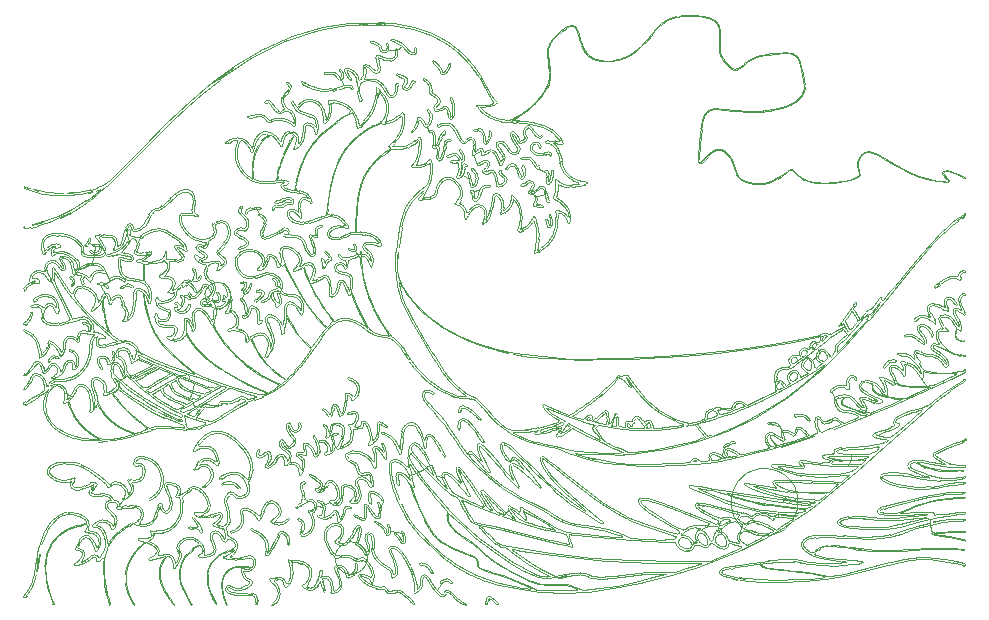
<source format=gbr>
%TF.GenerationSoftware,KiCad,Pcbnew,9.0.2*%
%TF.CreationDate,2025-08-01T16:28:32+05:30*%
%TF.ProjectId,xiao-timer,7869616f-2d74-4696-9d65-722e6b696361,rev?*%
%TF.SameCoordinates,Original*%
%TF.FileFunction,Legend,Bot*%
%TF.FilePolarity,Positive*%
%FSLAX46Y46*%
G04 Gerber Fmt 4.6, Leading zero omitted, Abs format (unit mm)*
G04 Created by KiCad (PCBNEW 9.0.2) date 2025-08-01 16:28:32*
%MOMM*%
%LPD*%
G01*
G04 APERTURE LIST*
%ADD10C,0.043600*%
G04 APERTURE END LIST*
D10*
X109507162Y-96344305D02*
G75*
G02*
X109721809Y-96577876I-892162J-1035295D01*
G01*
X114814144Y-96466356D02*
G75*
G02*
X115113604Y-97068069I-6442844J-3581844D01*
G01*
X95174624Y-85779390D02*
X95231689Y-85869352D01*
X109314406Y-78788479D02*
X109431257Y-78910072D01*
X88772865Y-84613210D02*
G75*
G02*
X88680126Y-84941453I-1911765J362910D01*
G01*
X96809354Y-102011299D02*
G75*
G02*
X96810925Y-102375844I-3671254J-198101D01*
G01*
X100364631Y-68527411D02*
G75*
G02*
X100757499Y-68437563I482469J-1205789D01*
G01*
X102070428Y-75435819D02*
G75*
G02*
X102074579Y-75501558I-34528J-35181D01*
G01*
X100644175Y-82034687D02*
G75*
G02*
X100772892Y-82141436I-325375J-523313D01*
G01*
X86403097Y-83421741D02*
G75*
G02*
X86462279Y-83553754I-937497J-499559D01*
G01*
X121675132Y-69514282D02*
G75*
G02*
X121746658Y-69335696I832268J-229718D01*
G01*
X121637115Y-101655590D02*
G75*
G02*
X121676154Y-101641412I25185J-8510D01*
G01*
X117339912Y-75131701D02*
X117528473Y-75134353D01*
X156154407Y-86687126D02*
X156193527Y-86781111D01*
X107948866Y-105881300D02*
X108129672Y-105793732D01*
X87976474Y-90310543D02*
G75*
G02*
X88031620Y-90186689I1095926J-413757D01*
G01*
X90210984Y-104055024D02*
G75*
G02*
X90058263Y-104127670I-379484J600924D01*
G01*
X91484639Y-90157768D02*
X91224095Y-90317766D01*
X123320899Y-69209980D02*
G75*
G02*
X124142158Y-69631959I-1261099J-3464520D01*
G01*
X89387169Y-95095198D02*
X90188310Y-94816461D01*
X99499330Y-80183479D02*
G75*
G02*
X99575604Y-80396763I-516030J-304821D01*
G01*
X152063956Y-91792773D02*
G75*
G02*
X152005722Y-91726244I146944J187373D01*
G01*
X88054310Y-82484377D02*
X87949539Y-82524632D01*
X138177178Y-103041995D02*
G75*
G02*
X138207497Y-103076546I-43678J-68905D01*
G01*
X83519333Y-89313965D02*
G75*
G02*
X83514097Y-89484070I-828433J-59635D01*
G01*
X147904046Y-88442921D02*
G75*
G02*
X147799882Y-88545444I-390546J292621D01*
G01*
X125478930Y-77302169D02*
G75*
G02*
X125447203Y-77265338I93670J112769D01*
G01*
X112920667Y-86517561D02*
X112249607Y-85371794D01*
X106334121Y-102005772D02*
X106291623Y-102117576D01*
X120469539Y-101230469D02*
G75*
G02*
X120525446Y-101237817I16761J-88831D01*
G01*
X112087067Y-62789118D02*
G75*
G02*
X111884171Y-62574810I773933J935918D01*
G01*
X112787519Y-97251162D02*
X112182049Y-96536304D01*
X120670554Y-74989490D02*
G75*
G02*
X120705620Y-74972525I34946J-27510D01*
G01*
X129719498Y-90368856D02*
X129982989Y-90502377D01*
X105109805Y-66871353D02*
X105148063Y-67059729D01*
X92132040Y-84573317D02*
G75*
G02*
X92138640Y-84498939I77360J30617D01*
G01*
X120093880Y-71927799D02*
G75*
G02*
X119974961Y-72175570I-2241080J923199D01*
G01*
X93206022Y-92200690D02*
X93338657Y-92252682D01*
X124356600Y-73655707D02*
G75*
G02*
X124396073Y-73586832I75800J2307D01*
G01*
X101692768Y-96775324D02*
G75*
G02*
X101823483Y-96918701I-1070868J-1107576D01*
G01*
X148421250Y-103759648D02*
X147975753Y-103750275D01*
X157026551Y-85945753D02*
G75*
G02*
X156928520Y-85728988I1726949J911553D01*
G01*
X91174712Y-91251301D02*
X91353936Y-91122788D01*
X105220124Y-107284977D02*
G75*
G02*
X105356519Y-107419506I-266124J-406223D01*
G01*
X85862155Y-98749711D02*
X85481947Y-98467689D01*
X123646280Y-88749322D02*
X125418683Y-88844936D01*
X118615345Y-73137352D02*
G75*
G02*
X118519823Y-73163916I-117545J237652D01*
G01*
X98290832Y-107363996D02*
G75*
G02*
X98182551Y-107264774I231468J361296D01*
G01*
X113473285Y-99614586D02*
X113848603Y-100090276D01*
X121674959Y-98125400D02*
G75*
G02*
X121649709Y-98132817I-15359J5600D01*
G01*
X158663639Y-100501460D02*
X158206390Y-100522495D01*
X90763285Y-85687180D02*
G75*
G02*
X90728825Y-85607307I131215J103980D01*
G01*
X107284413Y-102063250D02*
G75*
G02*
X107318977Y-102011709I55487J150D01*
G01*
X94974491Y-84353691D02*
X95064053Y-84336826D01*
X86862059Y-94194544D02*
G75*
G02*
X86454415Y-93817622I3377641J4061844D01*
G01*
X87590523Y-90864555D02*
X87815363Y-91049396D01*
X102400726Y-73910800D02*
G75*
G02*
X102745384Y-72641158I10010674J-2035900D01*
G01*
X92907634Y-90485885D02*
X93075283Y-90552550D01*
X113543043Y-67782446D02*
G75*
G02*
X113520233Y-67721309I598557J258146D01*
G01*
X94049582Y-76581319D02*
X94010081Y-76546193D01*
X106536214Y-82294324D02*
G75*
G02*
X106682219Y-82494843I-848414J-771176D01*
G01*
X118013509Y-102969529D02*
G75*
G02*
X118107261Y-103032634I-295209J-539771D01*
G01*
X110076277Y-62649442D02*
G75*
G02*
X110044425Y-62686398I-76977J34142D01*
G01*
X119637529Y-72341957D02*
G75*
G02*
X119568167Y-72211204I1185871J712857D01*
G01*
X113482325Y-90677321D02*
G75*
G02*
X112520915Y-89693999I5878875J6709521D01*
G01*
X136088988Y-97502118D02*
G75*
G02*
X136077796Y-97471627I36012J30518D01*
G01*
X141191084Y-87888134D02*
X144063177Y-87427398D01*
X158461924Y-101797220D02*
X157970838Y-101835106D01*
X84962148Y-93305965D02*
G75*
G02*
X84958741Y-93223286I855652J76665D01*
G01*
X92379770Y-86269307D02*
G75*
G02*
X92389287Y-86323021I-147270J-53793D01*
G01*
X111408332Y-68989107D02*
G75*
G02*
X111324549Y-69318735I-2746032J522507D01*
G01*
X110015379Y-106499297D02*
X110253431Y-106647550D01*
X88281768Y-77567220D02*
G75*
G02*
X88368073Y-77519615I86332J-54480D01*
G01*
X102092547Y-95505019D02*
X102172697Y-95620872D01*
X104215727Y-82202594D02*
X104377323Y-82115910D01*
X125453230Y-76499830D02*
G75*
G02*
X125474988Y-76591450I-949430J-273870D01*
G01*
X130540599Y-96877101D02*
G75*
G02*
X130149674Y-96902741I-384199J2864801D01*
G01*
X110510696Y-107257864D02*
X110536598Y-107323949D01*
X108737820Y-62011855D02*
G75*
G02*
X108724011Y-61979000I32180J32855D01*
G01*
X118878021Y-101561512D02*
X118809723Y-101534600D01*
X124679555Y-104459012D02*
X125263797Y-104589878D01*
X97606408Y-106358869D02*
X97421330Y-106383154D01*
X137823625Y-60112730D02*
G75*
G02*
X138057544Y-60296235I-844125J-1316870D01*
G01*
X106801387Y-93433801D02*
G75*
G02*
X106857577Y-93382561I146113J-103799D01*
G01*
X138416040Y-63233635D02*
G75*
G02*
X138327467Y-63020683I1560460J773935D01*
G01*
X101576893Y-84128209D02*
G75*
G02*
X101706723Y-84009518I262507J-156791D01*
G01*
X97805045Y-101550518D02*
G75*
G02*
X98025241Y-101430988I254355J-205982D01*
G01*
X139787339Y-96961822D02*
G75*
G02*
X139775674Y-96977879I-16639J-178D01*
G01*
X82430096Y-80288211D02*
G75*
G02*
X82452256Y-80212064I280704J-40389D01*
G01*
X102952358Y-75158895D02*
G75*
G02*
X103070402Y-75126869I169042J-389505D01*
G01*
X158420331Y-86282907D02*
G75*
G02*
X158468967Y-86285050I22369J-45293D01*
G01*
X93793334Y-101894928D02*
G75*
G02*
X93808331Y-101826026I54466J24228D01*
G01*
X136110766Y-97422943D02*
G75*
G02*
X136210110Y-97399637I126834J-317257D01*
G01*
X120134340Y-106494541D02*
X119605977Y-106183127D01*
X123896419Y-64173209D02*
X123867008Y-63851677D01*
X137576905Y-93957302D02*
X138467395Y-93671274D01*
X87762980Y-89095344D02*
G75*
G02*
X87865247Y-89391893I-947780J-492756D01*
G01*
X148287117Y-98532899D02*
X147853748Y-98564831D01*
X82568948Y-80717434D02*
G75*
G02*
X82466661Y-80483124I1372952J738834D01*
G01*
X150743624Y-93126832D02*
G75*
G02*
X150717623Y-93166422I-62224J12532D01*
G01*
X98682497Y-87356725D02*
X98934722Y-87842449D01*
X155250609Y-93279087D02*
X154888625Y-93593589D01*
X141800219Y-106248392D02*
G75*
G02*
X141743076Y-106176728I199881J217992D01*
G01*
X113441203Y-65152966D02*
X113338168Y-65093221D01*
X137123248Y-103858722D02*
G75*
G02*
X137218888Y-104046177I-1027148J-642178D01*
G01*
X82628145Y-88499629D02*
G75*
G02*
X82531525Y-88581097I-121045J45529D01*
G01*
X151977606Y-83587819D02*
G75*
G02*
X151995806Y-83606577I-28006J-45381D01*
G01*
X81433762Y-91334925D02*
X81297217Y-91611796D01*
X143020892Y-91405223D02*
X143038589Y-91445075D01*
X127328123Y-107322565D02*
X127439680Y-107364736D01*
X156855356Y-102181382D02*
X157515106Y-102069490D01*
X110546652Y-97628333D02*
G75*
G02*
X110635866Y-97543192I174148J-93167D01*
G01*
X142083607Y-74036923D02*
G75*
G02*
X141426746Y-74069075I-446007J2386023D01*
G01*
X151928557Y-91584043D02*
X152005729Y-91726240D01*
X100346694Y-67085090D02*
G75*
G02*
X100431953Y-67201591I-1968294J-1529910D01*
G01*
X100992984Y-101788184D02*
G75*
G02*
X100923455Y-101986859I-464584J51084D01*
G01*
X123055592Y-79706511D02*
G75*
G02*
X122746439Y-79829432I-731292J1389011D01*
G01*
X143113831Y-91115850D02*
G75*
G02*
X143138681Y-91007723I300969J-12250D01*
G01*
X126115125Y-102937760D02*
G75*
G02*
X125341494Y-102761337I686375J4794260D01*
G01*
X107144986Y-81836815D02*
G75*
G02*
X107203128Y-82018313I-508586J-262985D01*
G01*
X106946193Y-85590446D02*
G75*
G02*
X107357659Y-85714441I-408493J-2100254D01*
G01*
X93933325Y-94564847D02*
G75*
G02*
X93733607Y-94601259I-453125J1919447D01*
G01*
X122142693Y-69225598D02*
X122209793Y-69303408D01*
X85423226Y-78450394D02*
X85488015Y-78545505D01*
X95688988Y-97494605D02*
G75*
G02*
X95670282Y-97499228I-13188J13205D01*
G01*
X105814452Y-92664352D02*
G75*
G02*
X106003392Y-92848351I-219352J-414248D01*
G01*
X91747149Y-75224572D02*
G75*
G02*
X92295712Y-74777439I3674951J-3948528D01*
G01*
X111343399Y-82586149D02*
X111426759Y-82735440D01*
X95245515Y-98590893D02*
G75*
G02*
X95201827Y-98887410I-707015J-47307D01*
G01*
X87113204Y-81802957D02*
G75*
G02*
X87276526Y-81793242I113896J-537043D01*
G01*
X115590153Y-67068765D02*
G75*
G02*
X115661988Y-67263833I-661153J-354235D01*
G01*
X95685051Y-101856843D02*
X95240554Y-101965661D01*
X93839501Y-93902031D02*
X94027726Y-93963090D01*
X96354077Y-83940598D02*
G75*
G02*
X96452329Y-83919433I118423J-311102D01*
G01*
X100899529Y-84003739D02*
X100827718Y-83951449D01*
X118654196Y-71363573D02*
G75*
G02*
X118885747Y-71274708I1077904J-2462527D01*
G01*
X118333704Y-72198700D02*
G75*
G02*
X118482187Y-72164397I154696J-331100D01*
G01*
X102547966Y-101222113D02*
X102476544Y-101301611D01*
X93409448Y-94649247D02*
X93338473Y-94662478D01*
X128577970Y-94353738D02*
X128191011Y-94268006D01*
X118006255Y-75078939D02*
G75*
G02*
X117889834Y-75284664I-911355J379939D01*
G01*
X114194009Y-70751892D02*
G75*
G02*
X114173116Y-70764207I-20909J11592D01*
G01*
X159073566Y-89709218D02*
G75*
G02*
X159103058Y-89730929I1034J-29482D01*
G01*
X83380168Y-78596953D02*
G75*
G02*
X83787636Y-78839609I-808068J-1820347D01*
G01*
X118491700Y-72564230D02*
X118316578Y-72737430D01*
X136957604Y-100021529D02*
G75*
G02*
X136537642Y-99807632I1176696J2829529D01*
G01*
X121523605Y-107226183D02*
X120867770Y-106895311D01*
X158351493Y-86199544D02*
G75*
G02*
X158328161Y-86291552I-322993J32944D01*
G01*
X146952132Y-87259523D02*
G75*
G02*
X146933742Y-87256854I-7832J10723D01*
G01*
X130725301Y-63153768D02*
G75*
G02*
X129994381Y-63472059I-1569401J2605568D01*
G01*
X144618354Y-93690129D02*
G75*
G02*
X144588594Y-93669077I4646J38129D01*
G01*
X90842483Y-81807183D02*
G75*
G02*
X90873319Y-81743849I92817J-6017D01*
G01*
X95379747Y-80535043D02*
G75*
G02*
X95631825Y-80512329I290153J-1809957D01*
G01*
X100550630Y-87448613D02*
G75*
G02*
X100521634Y-87681734I-951730J13D01*
G01*
X127095841Y-107218916D02*
X127207536Y-107271636D01*
X116083409Y-106273881D02*
G75*
G02*
X113897092Y-104533028I7142491J11213481D01*
G01*
X109501364Y-101008874D02*
G75*
G02*
X109559628Y-101152530I-501464J-287026D01*
G01*
X101712903Y-76342081D02*
G75*
G02*
X101778793Y-76222323I239597J-53819D01*
G01*
X158351903Y-88371259D02*
X157990698Y-88262757D01*
X106135384Y-102989350D02*
G75*
G02*
X106214540Y-103063577I-395184J-500750D01*
G01*
X108896200Y-95628941D02*
X108866407Y-95380777D01*
X157394661Y-85068859D02*
G75*
G02*
X157821924Y-85210186I-117961J-1073141D01*
G01*
X110548904Y-66693410D02*
G75*
G02*
X110395030Y-66685047I-63304J255010D01*
G01*
X105208073Y-83160982D02*
X105221698Y-83342530D01*
X111632288Y-83082344D02*
X111720630Y-83222837D01*
X90424454Y-104486971D02*
G75*
G02*
X90645850Y-104673393I-833654J-1214729D01*
G01*
X144599457Y-95103697D02*
G75*
G02*
X144571115Y-95107697I-18757J30497D01*
G01*
X86655222Y-87477177D02*
X86261818Y-87588436D01*
X109270345Y-86675241D02*
G75*
G02*
X108963033Y-86542393I339855J1208041D01*
G01*
X92936225Y-94592962D02*
G75*
G02*
X92929327Y-94622980I-286625J50062D01*
G01*
X146714942Y-88371099D02*
G75*
G02*
X146873381Y-88218364I497758J-357801D01*
G01*
X98394939Y-90910289D02*
X97264564Y-90328999D01*
X141752383Y-104176547D02*
X141962468Y-104063464D01*
X107830036Y-103841319D02*
X107872478Y-103733574D01*
X86067270Y-89626124D02*
G75*
G02*
X86053410Y-89678267I-55070J-13276D01*
G01*
X101066271Y-72424584D02*
X101230867Y-71925491D01*
X100179231Y-81691811D02*
G75*
G02*
X100391138Y-81745931I-115431J-893889D01*
G01*
X118040989Y-72360355D02*
G75*
G02*
X117902673Y-72427464I-389289J626255D01*
G01*
X90392235Y-86407995D02*
X90276250Y-86158134D01*
X109772131Y-97011509D02*
X109845695Y-97139167D01*
X103317057Y-68196821D02*
G75*
G02*
X103004404Y-68105263I412943J1989721D01*
G01*
X119092709Y-66984867D02*
X119135066Y-67034415D01*
X121300451Y-99602660D02*
G75*
G02*
X121283125Y-99721525I-90251J-47540D01*
G01*
X93483865Y-82391779D02*
G75*
G02*
X93569618Y-82449613I-351465J-613621D01*
G01*
X96553260Y-109495434D02*
G75*
G02*
X96572705Y-109553168I-442460J-181166D01*
G01*
X92865667Y-92987520D02*
X93259954Y-92760815D01*
X106865387Y-96902214D02*
G75*
G02*
X107202562Y-96794311I597813J-1287286D01*
G01*
X152890249Y-89929392D02*
G75*
G02*
X152824125Y-89775336I493851J303192D01*
G01*
X121869805Y-69772498D02*
G75*
G02*
X121851881Y-69606809I547095J142998D01*
G01*
X127564255Y-94538451D02*
X127528037Y-94586097D01*
X84914502Y-82222178D02*
X84980152Y-82272562D01*
X142967352Y-102064341D02*
G75*
G02*
X143135539Y-102020759I421648J-1280859D01*
G01*
X81358639Y-93941527D02*
G75*
G02*
X81081728Y-93181996I2199461J1232127D01*
G01*
X133741175Y-104276833D02*
X134257631Y-104313674D01*
X101221753Y-70170224D02*
G75*
G02*
X101314728Y-69974785I1483447J-585876D01*
G01*
X124827825Y-94722739D02*
X124759127Y-94823105D01*
X157044296Y-78070912D02*
X156258091Y-78871969D01*
X92642404Y-106669317D02*
G75*
G02*
X92771607Y-106161066I2589696J-387783D01*
G01*
X81763803Y-104490761D02*
G75*
G02*
X82350101Y-103796759I2715997J-1699839D01*
G01*
X150516852Y-91463213D02*
G75*
G02*
X150312834Y-91280389I874848J1181513D01*
G01*
X153663248Y-89198995D02*
X153699056Y-89281884D01*
X139953833Y-103922507D02*
G75*
G02*
X139980196Y-103786966I361067J107D01*
G01*
X106050640Y-80176175D02*
G75*
G02*
X106010768Y-80065069I135060J111175D01*
G01*
X115786327Y-100170135D02*
G75*
G02*
X115590535Y-99979226I727373J941835D01*
G01*
X105369987Y-78426153D02*
G75*
G02*
X105278110Y-78316448I152513J221053D01*
G01*
X94686136Y-80065583D02*
G75*
G02*
X94695079Y-80146505I-71136J-48817D01*
G01*
X82531526Y-88581101D02*
G75*
G02*
X82489494Y-88570616I-9726J50501D01*
G01*
X122643022Y-75005239D02*
G75*
G02*
X122668068Y-74982800I31678J-10161D01*
G01*
X94317058Y-91901470D02*
G75*
G02*
X94327273Y-91916285I-5658J-14830D01*
G01*
X117941553Y-75929220D02*
G75*
G02*
X118182290Y-76016943I-57353J-531580D01*
G01*
X148233217Y-91295994D02*
G75*
G02*
X148432578Y-91220959I586683J-1256406D01*
G01*
X83591476Y-99129283D02*
X83634060Y-99034402D01*
X86257945Y-104780072D02*
G75*
G02*
X86136922Y-105128250I-1513545J330972D01*
G01*
X151226967Y-84483318D02*
G75*
G02*
X151121266Y-84605771I-975167J734918D01*
G01*
X150312831Y-91280392D02*
G75*
G02*
X150253039Y-91127744I165069J152692D01*
G01*
X121303944Y-101973394D02*
X121471368Y-102110879D01*
X111243735Y-98575849D02*
G75*
G02*
X111395374Y-98651462I-150335J-491351D01*
G01*
X102799221Y-103547356D02*
G75*
G02*
X102805691Y-103445998I797879J-44D01*
G01*
X135468701Y-94468048D02*
X135661687Y-94257275D01*
X104053709Y-97117057D02*
G75*
G02*
X103968447Y-97051987I28591J125857D01*
G01*
X116123929Y-69666029D02*
X115939296Y-69332454D01*
X130141347Y-90198223D02*
G75*
G02*
X130190785Y-90175644I83253J-116877D01*
G01*
X114750431Y-107576419D02*
G75*
G02*
X114897971Y-107497240I557769J-862281D01*
G01*
X128881687Y-94380679D02*
G75*
G02*
X128845517Y-94371567I-15787J13679D01*
G01*
X159089016Y-95577989D02*
G75*
G02*
X159098702Y-95574630I29084J-68211D01*
G01*
X89255356Y-88319650D02*
G75*
G02*
X89176751Y-88253955I188944J305950D01*
G01*
X112739983Y-96258201D02*
X112857855Y-96375461D01*
X107661557Y-99409770D02*
G75*
G02*
X107625776Y-99241758I563243J207770D01*
G01*
X79930580Y-85014743D02*
X79905979Y-85104785D01*
X158292848Y-86847258D02*
G75*
G02*
X158292558Y-86693921I469952J77558D01*
G01*
X94695051Y-80146494D02*
G75*
G02*
X94632577Y-80232251I-200451J80394D01*
G01*
X153951652Y-89348120D02*
G75*
G02*
X153926514Y-89289318I321748J172320D01*
G01*
X120700251Y-95206051D02*
G75*
G02*
X119529895Y-94350856I3715549J6313251D01*
G01*
X81495535Y-98689930D02*
X81583785Y-98781251D01*
X122971247Y-71407732D02*
G75*
G02*
X122840145Y-71378743I131253J904532D01*
G01*
X114794402Y-86155459D02*
G75*
G02*
X113028709Y-84788450I6395498J10084559D01*
G01*
X109419737Y-100950528D02*
G75*
G02*
X109501385Y-101008862I-22837J-118272D01*
G01*
X114261621Y-70630036D02*
X114194009Y-70751892D01*
X142959019Y-91122596D02*
X142978159Y-91296256D01*
X142550391Y-99799848D02*
X143080971Y-99893264D01*
X112699390Y-68478627D02*
X112647574Y-68715657D01*
X82652408Y-85871950D02*
X82988802Y-85783056D01*
X94824784Y-91642828D02*
X94710463Y-91699103D01*
X120507819Y-98731771D02*
X120149153Y-98304476D01*
X84933416Y-87768853D02*
X84865552Y-88427435D01*
X143125807Y-99723569D02*
G75*
G02*
X143093020Y-99720515I993J188169D01*
G01*
X96374636Y-104072250D02*
G75*
G02*
X96323985Y-104015449I490464J488350D01*
G01*
X87078884Y-90783841D02*
G75*
G02*
X86842294Y-90389447I759116J723541D01*
G01*
X148485847Y-96837909D02*
G75*
G02*
X148342565Y-96804185I58953J571709D01*
G01*
X88606739Y-99284542D02*
G75*
G02*
X88688955Y-99280807I82161J-901858D01*
G01*
X141761523Y-106319689D02*
G75*
G02*
X141719125Y-106273141I174677J201689D01*
G01*
X103715668Y-102112490D02*
G75*
G02*
X103811200Y-102480702I-1383368J-555410D01*
G01*
X148406717Y-102893093D02*
G75*
G02*
X148244774Y-102735639I235083J403793D01*
G01*
X106250801Y-65204772D02*
G75*
G02*
X106049423Y-65180934I-75801J222172D01*
G01*
X149423699Y-90409342D02*
G75*
G02*
X149535420Y-90371464I117701J-163458D01*
G01*
X146431980Y-105022666D02*
G75*
G02*
X146719037Y-104817061I1068520J-1188634D01*
G01*
X80893575Y-91806215D02*
G75*
G02*
X80563834Y-92039900I-2015875J2495015D01*
G01*
X106062558Y-81555278D02*
G75*
G02*
X105903576Y-81467441I405742J922178D01*
G01*
X92612825Y-84765861D02*
G75*
G02*
X92492047Y-84742084I57175J609061D01*
G01*
X117527596Y-69518007D02*
G75*
G02*
X117488187Y-69497810I13304J74507D01*
G01*
X114504668Y-99082267D02*
G75*
G02*
X114371205Y-98904537I1090632J957967D01*
G01*
X107463027Y-103398965D02*
X107558722Y-103239832D01*
X146536972Y-93951252D02*
G75*
G02*
X146555104Y-93883043I180428J-11448D01*
G01*
X114809793Y-98515226D02*
G75*
G02*
X114975080Y-98383565I235507J-126074D01*
G01*
X156005450Y-92644969D02*
X155926641Y-92706328D01*
X114148331Y-74864900D02*
G75*
G02*
X114085799Y-74925751I-181831J124300D01*
G01*
X136357269Y-104378830D02*
G75*
G02*
X136287027Y-104406613I-235269J492130D01*
G01*
X82756094Y-92296366D02*
X82732356Y-92392007D01*
X96664986Y-86334894D02*
G75*
G02*
X96698476Y-86295789I94114J-46706D01*
G01*
X105612993Y-93073828D02*
X105649933Y-92945207D01*
X105586517Y-108420245D02*
G75*
G02*
X105570421Y-108330675I249383J91045D01*
G01*
X91427692Y-75749039D02*
X92296754Y-75009042D01*
X101092507Y-73835889D02*
X101319129Y-73811856D01*
X145762615Y-101423348D02*
G75*
G02*
X145636058Y-101448318I-146015J406848D01*
G01*
X112429778Y-62793300D02*
G75*
G02*
X112413961Y-62856411I-188478J13700D01*
G01*
X97668826Y-102909954D02*
G75*
G02*
X97489168Y-103113252I-1113126J802654D01*
G01*
X103526275Y-79714280D02*
G75*
G02*
X103379643Y-79459144I1511825J1038580D01*
G01*
X157519998Y-84006494D02*
G75*
G02*
X157554316Y-83848819I547102J-36506D01*
G01*
X87959525Y-82175812D02*
G75*
G02*
X87950081Y-82252036I-313225J112D01*
G01*
X120556364Y-97732193D02*
G75*
G02*
X120872068Y-97650492I218036J-191707D01*
G01*
X155305792Y-89769017D02*
G75*
G02*
X155347257Y-89977601I-504392J-208683D01*
G01*
X109385514Y-94173450D02*
G75*
G02*
X109475701Y-94131207I90186J-75150D01*
G01*
X138112045Y-93502251D02*
G75*
G02*
X138112741Y-93537542I-50545J-18649D01*
G01*
X98775995Y-71308709D02*
G75*
G02*
X98734741Y-71355885I-67395J17309D01*
G01*
X95471100Y-77873035D02*
G75*
G02*
X95489026Y-78079714I-759200J-169965D01*
G01*
X95877845Y-81338019D02*
G75*
G02*
X95732784Y-81324601I-64445J94119D01*
G01*
X144546066Y-88681489D02*
G75*
G02*
X144656665Y-88653782I112934J-216211D01*
G01*
X110337811Y-108496205D02*
G75*
G02*
X110280833Y-108470612I15489J110705D01*
G01*
X118289709Y-101306329D02*
G75*
G02*
X118240946Y-101315611I-31209J31229D01*
G01*
X111403941Y-62313342D02*
X110981903Y-62613664D01*
X86934467Y-91609593D02*
X87080918Y-91496771D01*
X91590984Y-99922883D02*
X91516060Y-99738990D01*
X154258769Y-91115593D02*
G75*
G02*
X153850854Y-91074431I189931J3923993D01*
G01*
X143114653Y-94255215D02*
G75*
G02*
X143233809Y-94336019I-145953J-343485D01*
G01*
X136351338Y-97489193D02*
G75*
G02*
X136304675Y-97507959I-104438J192293D01*
G01*
X149895987Y-104951857D02*
X150086602Y-104985219D01*
X148196653Y-88234093D02*
X148222968Y-87998059D01*
X93407704Y-104071943D02*
G75*
G02*
X93674170Y-104101770I33796J-903257D01*
G01*
X142141808Y-95678089D02*
G75*
G02*
X142147283Y-95378868I610592J138489D01*
G01*
X120712086Y-98835669D02*
X120755574Y-98937127D01*
X118676608Y-72042238D02*
G75*
G02*
X118767140Y-72154596I-112208J-183062D01*
G01*
X152148469Y-101832171D02*
G75*
G02*
X151934553Y-101801439I79331J1312071D01*
G01*
X85431035Y-90558114D02*
G75*
G02*
X85523256Y-90537597I84365J-161686D01*
G01*
X119831274Y-72851479D02*
G75*
G02*
X119833663Y-72940997I-158474J-49021D01*
G01*
X113520232Y-67721309D02*
G75*
G02*
X113526159Y-67697132I22868J7209D01*
G01*
X114831623Y-107763064D02*
G75*
G02*
X114765833Y-107818914I-587223J625064D01*
G01*
X156177829Y-87824800D02*
G75*
G02*
X156209207Y-87671094I391671J100D01*
G01*
X142710377Y-103443562D02*
X142634085Y-103492348D01*
X89903112Y-91573913D02*
X89853530Y-91538929D01*
X91823057Y-85038364D02*
G75*
G02*
X91774515Y-85242397I-1008157J132064D01*
G01*
X108176056Y-102265645D02*
G75*
G02*
X108162056Y-102297327I-48156J2345D01*
G01*
X86541682Y-99720833D02*
G75*
G02*
X86487018Y-99695468I718J73133D01*
G01*
X86817459Y-91449128D02*
X86709132Y-91514633D01*
X156275704Y-103548093D02*
G75*
G02*
X156477543Y-103505576I537796J-2052707D01*
G01*
X101054867Y-68616799D02*
G75*
G02*
X101389661Y-68666006I-132567J-2065501D01*
G01*
X98368377Y-107605770D02*
G75*
G02*
X98504055Y-107686567I-46577J-232530D01*
G01*
X113398708Y-96287706D02*
X113424187Y-96159177D01*
X120020729Y-96072499D02*
G75*
G02*
X120187690Y-96132198I-19229J-317101D01*
G01*
X117537263Y-71111010D02*
X117550895Y-71032942D01*
X156554088Y-105648315D02*
X155884873Y-105607019D01*
X142973556Y-99551951D02*
G75*
G02*
X142834400Y-99405700I742444J845751D01*
G01*
X102190129Y-71039246D02*
G75*
G02*
X102196398Y-71004473I99871J-54D01*
G01*
X83116832Y-84697260D02*
X82681580Y-83816406D01*
X98147891Y-79139772D02*
G75*
G02*
X97813016Y-79292445I-918191J1570372D01*
G01*
X105905188Y-82717397D02*
G75*
G02*
X105961180Y-82451348I2763112J-442603D01*
G01*
X92133022Y-109634238D02*
G75*
G02*
X92066619Y-109600711I2078J86638D01*
G01*
X104990602Y-80476855D02*
G75*
G02*
X105042409Y-80429196I251998J-221945D01*
G01*
X85737464Y-74471659D02*
X85847724Y-74440386D01*
X144258913Y-87316792D02*
X142833177Y-87567204D01*
X95447709Y-91251583D02*
G75*
G02*
X94984933Y-91159512I-4909J1184383D01*
G01*
X107766369Y-91089015D02*
G75*
G02*
X107777164Y-91217102I-625169J-117185D01*
G01*
X88666677Y-83797742D02*
X88654884Y-83935999D01*
X108440939Y-105142685D02*
G75*
G02*
X108362656Y-105113899I-19839J66885D01*
G01*
X84447590Y-85867413D02*
G75*
G02*
X84385846Y-85840881I142710J417213D01*
G01*
X92026228Y-106171431D02*
G75*
G02*
X92017600Y-106313593I-363728J-49269D01*
G01*
X88427664Y-88991033D02*
X88453991Y-89166029D01*
X158489610Y-97979627D02*
X158872690Y-97997241D01*
X96895422Y-105543607D02*
G75*
G02*
X96994933Y-105455976I509178J-477893D01*
G01*
X138298933Y-97277679D02*
X137945046Y-97319946D01*
X139005078Y-104097969D02*
G75*
G02*
X139012519Y-104137781I-102878J-39831D01*
G01*
X94006181Y-98144671D02*
X94193946Y-98031592D01*
X110844555Y-62659436D02*
G75*
G02*
X110848857Y-62596162I589045J-8264D01*
G01*
X93669685Y-82834541D02*
X93732926Y-82923339D01*
X119604875Y-73031715D02*
G75*
G02*
X119632313Y-72923737I232025J-1485D01*
G01*
X84836597Y-82154112D02*
X84914502Y-82222178D01*
X83009116Y-92136015D02*
X83000959Y-92012321D01*
X111792023Y-98219949D02*
G75*
G02*
X111933456Y-98491233I-727423J-551751D01*
G01*
X114033148Y-95377716D02*
G75*
G02*
X114403758Y-95802162I-1601148J-1772084D01*
G01*
X135678567Y-94427110D02*
X135874074Y-94391804D01*
X87239689Y-73096818D02*
X86601303Y-73735014D01*
X90476759Y-85311507D02*
G75*
G02*
X90486299Y-85110406I669741J69007D01*
G01*
X86631733Y-84207922D02*
G75*
G02*
X86613569Y-84199965I-5033J13222D01*
G01*
X109601048Y-63368352D02*
X109740131Y-63422086D01*
X116554470Y-92776902D02*
G75*
G02*
X116669955Y-92788948I16930J-397298D01*
G01*
X83229715Y-80118356D02*
G75*
G02*
X83504817Y-80297045I-1888415J-3208444D01*
G01*
X126135111Y-60724351D02*
G75*
G02*
X126292671Y-61016976I-736611J-585349D01*
G01*
X108430151Y-80060813D02*
G75*
G02*
X108643542Y-80314066I-773151J-867987D01*
G01*
X129903815Y-107279225D02*
X131304785Y-107102634D01*
X143584947Y-94885206D02*
G75*
G02*
X143832014Y-94842816I244953J-686494D01*
G01*
X95685051Y-101856843D02*
G75*
G02*
X96009087Y-101831235I228249J-825257D01*
G01*
X81883807Y-109635371D02*
G75*
G02*
X81805537Y-109577379I-107J81671D01*
G01*
X97273000Y-104732103D02*
G75*
G02*
X97191230Y-104798158I-269200J249603D01*
G01*
X115488692Y-68286296D02*
X115488657Y-68286305D01*
X88948586Y-78892867D02*
G75*
G02*
X88956205Y-78932980I-101886J-40133D01*
G01*
X143182438Y-107495919D02*
X141499839Y-107476094D01*
X103813603Y-96651588D02*
G75*
G02*
X103903576Y-96888362I-1134303J-566512D01*
G01*
X112730164Y-70116300D02*
G75*
G02*
X112834934Y-70038240I384036J-406100D01*
G01*
X147084250Y-104737650D02*
G75*
G02*
X147263710Y-104700801I298650J-999050D01*
G01*
X156013474Y-101785850D02*
X154907797Y-101803114D01*
X138046711Y-93388453D02*
G75*
G02*
X138087140Y-93448638I-380611J-299347D01*
G01*
X87898703Y-89756771D02*
X87898114Y-90061369D01*
X96650172Y-107948229D02*
G75*
G02*
X96685625Y-107943510I23028J-37471D01*
G01*
X90389630Y-97654818D02*
G75*
G02*
X90658307Y-97937757I-1229730J-1436782D01*
G01*
X122857502Y-101175297D02*
X122290165Y-100912870D01*
X111671121Y-70984240D02*
G75*
G02*
X111477149Y-71009103I-243621J1131540D01*
G01*
X122637440Y-79538834D02*
X122600566Y-79684449D01*
X146626159Y-97727559D02*
X146987636Y-97770519D01*
X122784884Y-75913823D02*
G75*
G02*
X122593329Y-75901486I-84J1492023D01*
G01*
X94361228Y-91717145D02*
X93776638Y-91517452D01*
X103023703Y-96136480D02*
G75*
G02*
X103033343Y-96049414I203097J21580D01*
G01*
X108247634Y-94086273D02*
G75*
G02*
X108322674Y-94116909I-84634J-314527D01*
G01*
X91361040Y-105349897D02*
X91214407Y-105357868D01*
X151866764Y-91475305D02*
G75*
G02*
X151928561Y-91584041I-958564J-616695D01*
G01*
X120755265Y-70347351D02*
G75*
G02*
X120603483Y-69944817I1285635J714651D01*
G01*
X111326509Y-103423046D02*
G75*
G02*
X111355952Y-103390211I33091J-54D01*
G01*
X100616073Y-107341428D02*
X100457988Y-107365388D01*
X98005897Y-92026137D02*
G75*
G02*
X98185617Y-92116229I-162497J-548463D01*
G01*
X117502078Y-74017114D02*
G75*
G02*
X117405605Y-74106898I-461178J398814D01*
G01*
X148898125Y-106972784D02*
X148304169Y-107093656D01*
X87453710Y-88594011D02*
G75*
G02*
X87403466Y-88583627I-110J126211D01*
G01*
X100364631Y-68527411D02*
X100209680Y-68586629D01*
X102526349Y-83438551D02*
G75*
G02*
X102680661Y-83539199I-614749J-1111149D01*
G01*
X154605830Y-86744824D02*
G75*
G02*
X154914441Y-86892119I-369430J-1170976D01*
G01*
X139213184Y-106550770D02*
X139656041Y-106462603D01*
X122885395Y-72490840D02*
G75*
G02*
X122836711Y-72470237I3605J76340D01*
G01*
X88542814Y-88643127D02*
X88497056Y-88478765D01*
X93500337Y-99677968D02*
G75*
G02*
X93633856Y-99629191I217863J-389232D01*
G01*
X106373902Y-100663115D02*
G75*
G02*
X106308900Y-100927355I-1434702J212815D01*
G01*
X89853530Y-91538929D02*
X89847447Y-91534637D01*
X122256438Y-74856190D02*
G75*
G02*
X122135126Y-74795306I31162J213390D01*
G01*
X84477521Y-103776105D02*
G75*
G02*
X84654601Y-103735737I225679J-581395D01*
G01*
X85268552Y-104608111D02*
G75*
G02*
X85354497Y-104863922I-2047352J-830189D01*
G01*
X158690440Y-82158285D02*
G75*
G02*
X158653530Y-82170876I-37040J48185D01*
G01*
X147116627Y-86847560D02*
G75*
G02*
X147221020Y-86824514I154973J-454040D01*
G01*
X144752967Y-88493023D02*
G75*
G02*
X144878767Y-88536960I-77367J-423577D01*
G01*
X152216311Y-90417203D02*
G75*
G02*
X152585877Y-90548723I-918411J-3165697D01*
G01*
X121349414Y-70852798D02*
G75*
G02*
X121400094Y-71025149I-354614J-197902D01*
G01*
X110122855Y-103507758D02*
G75*
G02*
X110111975Y-103457922I312645J94358D01*
G01*
X120596145Y-75536478D02*
G75*
G02*
X120499169Y-75782234I-883145J206478D01*
G01*
X126137300Y-73617175D02*
G75*
G02*
X125889449Y-73499849I916600J2256775D01*
G01*
X152095799Y-92406262D02*
G75*
G02*
X152053789Y-92503734I-103599J-13138D01*
G01*
X154748112Y-85577213D02*
G75*
G02*
X154743596Y-85516544I82088J36613D01*
G01*
X93982997Y-79524619D02*
G75*
G02*
X93947733Y-79388869I195803J123319D01*
G01*
X144493961Y-102317861D02*
G75*
G02*
X144481217Y-102340355I-26861J361D01*
G01*
X101081176Y-103703644D02*
G75*
G02*
X101166796Y-103598273I545224J-355556D01*
G01*
X102618916Y-70570647D02*
G75*
G02*
X102613430Y-70479833I362084J67447D01*
G01*
X100497072Y-90680435D02*
X99984956Y-90419065D01*
X115432605Y-69075837D02*
G75*
G02*
X115714405Y-69330588I-425905J-754363D01*
G01*
X108059561Y-79296142D02*
G75*
G02*
X108144073Y-79087867I299039J-58D01*
G01*
X121369964Y-71194169D02*
G75*
G02*
X121260856Y-71369067I-667564J294969D01*
G01*
X99836787Y-97877707D02*
G75*
G02*
X99867969Y-97720613I523613J-22293D01*
G01*
X142702210Y-95715343D02*
G75*
G02*
X142604086Y-95559559I698790J548943D01*
G01*
X103286713Y-96599619D02*
X103215667Y-96347719D01*
X95545553Y-83173065D02*
G75*
G02*
X95481151Y-83332293I-659653J174165D01*
G01*
X81050556Y-81609601D02*
G75*
G02*
X81209693Y-81747188I-337856J-551599D01*
G01*
X123793821Y-73742482D02*
X123789600Y-73630388D01*
X148785958Y-103771147D02*
G75*
G02*
X148924097Y-103784446I-27558J-1010353D01*
G01*
X102385014Y-95960193D02*
G75*
G02*
X102259342Y-96135162I-500114J226593D01*
G01*
X81896383Y-82054155D02*
X81902077Y-81986368D01*
X128496436Y-91699918D02*
X128903490Y-91302817D01*
X127503799Y-94678291D02*
X127589770Y-94804455D01*
X108263333Y-78293321D02*
G75*
G02*
X108656621Y-78367105I-173333J-2008979D01*
G01*
X149951356Y-93409248D02*
G75*
G02*
X150102055Y-93505426I-1245856J-2118252D01*
G01*
X108967048Y-84544021D02*
X109461746Y-85493494D01*
X130319105Y-107857784D02*
X129594222Y-107995056D01*
X104130852Y-108148307D02*
X104180386Y-108086398D01*
X109235632Y-65879091D02*
X109213194Y-65985926D01*
X123395515Y-74494798D02*
X123486370Y-74869493D01*
X83422133Y-80929562D02*
G75*
G02*
X83474392Y-81324195I-1463933J-394638D01*
G01*
X122544818Y-77174536D02*
G75*
G02*
X122578947Y-77180442I13082J-25964D01*
G01*
X90430504Y-89030632D02*
X91773044Y-89533824D01*
X113725006Y-66194010D02*
G75*
G02*
X113739856Y-66024531I869394J9210D01*
G01*
X104522458Y-107292795D02*
G75*
G02*
X104519151Y-107258950I49242J21895D01*
G01*
X102230793Y-70918594D02*
X102196409Y-71004477D01*
X113345096Y-97899107D02*
X112787519Y-97251162D01*
X147384019Y-88552768D02*
X147388601Y-88592320D01*
X104957296Y-68534357D02*
X104939859Y-68455547D01*
X89272839Y-78370372D02*
X89126638Y-78477048D01*
X122570494Y-74563138D02*
G75*
G02*
X122370028Y-74681486I-821194J1162038D01*
G01*
X85537782Y-83440939D02*
G75*
G02*
X85625854Y-83766434I-1314582J-530361D01*
G01*
X101262891Y-67324575D02*
G75*
G02*
X101192517Y-67126996I1204309J540275D01*
G01*
X103491371Y-75207743D02*
X103349798Y-75161148D01*
X116434983Y-100752725D02*
X116434999Y-100752670D01*
X155909470Y-98774603D02*
G75*
G02*
X156101493Y-98856013I-380770J-1165297D01*
G01*
X135856305Y-97482649D02*
G75*
G02*
X135810498Y-97534952I-52705J-51D01*
G01*
X85677857Y-103994209D02*
G75*
G02*
X85710312Y-104267123I-450757J-191991D01*
G01*
X106799414Y-101482553D02*
G75*
G02*
X106912066Y-101486414I18986J-1091447D01*
G01*
X153852205Y-89710107D02*
G75*
G02*
X153846757Y-89778281I-430605J107D01*
G01*
X96584875Y-84126606D02*
G75*
G02*
X96464739Y-84302259I-1439475J855606D01*
G01*
X110242564Y-63556432D02*
G75*
G02*
X110080158Y-63527707I245136J1859432D01*
G01*
X136506926Y-106193345D02*
X136392695Y-106227166D01*
X101876496Y-76404765D02*
G75*
G02*
X101931898Y-76332121I126904J-39335D01*
G01*
X112048894Y-97086568D02*
G75*
G02*
X112079864Y-96863529I910306J-12732D01*
G01*
X82163437Y-84376435D02*
G75*
G02*
X82143157Y-84464216I-173437J-6165D01*
G01*
X91159209Y-91424218D02*
X91155303Y-91377428D01*
X88574133Y-84625157D02*
G75*
G02*
X88493692Y-84905067I-1663533J326557D01*
G01*
X112743011Y-108525140D02*
G75*
G02*
X112575186Y-108615980I-872911J1412240D01*
G01*
X110743083Y-87294982D02*
G75*
G02*
X110986826Y-87537510I-795983J-1043718D01*
G01*
X157229897Y-99092812D02*
X158042184Y-99054115D01*
X133558367Y-60273279D02*
G75*
G02*
X133916917Y-60071414I2116433J-3339821D01*
G01*
X126140959Y-96806709D02*
X126290394Y-96815391D01*
X104964643Y-64711937D02*
X105189825Y-64690387D01*
X126055461Y-108135233D02*
X125363311Y-107895469D01*
X118749024Y-108925289D02*
G75*
G02*
X118793918Y-108915526I44976J-98711D01*
G01*
X85167453Y-100413599D02*
G75*
G02*
X85067612Y-100393990I7447J301899D01*
G01*
X105694303Y-95107736D02*
G75*
G02*
X105872157Y-95072754I219597J-646864D01*
G01*
X150161459Y-85397621D02*
X149914379Y-85043953D01*
X113311525Y-107088259D02*
G75*
G02*
X113447594Y-107120393I75J-303841D01*
G01*
X123778222Y-75226437D02*
G75*
G02*
X123732615Y-75091237I1331478J524437D01*
G01*
X107124224Y-90657446D02*
G75*
G02*
X107285664Y-90744633I-287524J-725454D01*
G01*
X98264922Y-76907350D02*
X98157209Y-76781084D01*
X120234469Y-76339226D02*
G75*
G02*
X119945897Y-76502612I-976369J1387926D01*
G01*
X149852235Y-73538368D02*
G75*
G02*
X149358390Y-73696108I-2036535J5523968D01*
G01*
X84982471Y-92983965D02*
X84964849Y-93114939D01*
X108677304Y-100048260D02*
G75*
G02*
X108779396Y-99987978I176096J-181640D01*
G01*
X98167418Y-101603585D02*
G75*
G02*
X98563017Y-101757587I-344718J-1470615D01*
G01*
X104796567Y-99955129D02*
G75*
G02*
X104568389Y-100136935I-496167J388629D01*
G01*
X82482736Y-83820415D02*
X82781548Y-84433626D01*
X116469819Y-71198243D02*
X116398279Y-71110542D01*
X117545547Y-75219825D02*
X117528473Y-75134353D01*
X121624103Y-102235854D02*
X121760645Y-102341210D01*
X150180465Y-93271132D02*
X150479033Y-93367534D01*
X117620904Y-102794444D02*
G75*
G02*
X117530657Y-102769658I99796J540044D01*
G01*
X116143955Y-75774745D02*
G75*
G02*
X116354527Y-75886831I-394755J-995455D01*
G01*
X119811171Y-72094945D02*
G75*
G02*
X119755647Y-72102781I-31271J20945D01*
G01*
X105920840Y-104504676D02*
G75*
G02*
X105766891Y-104380518I404660J659276D01*
G01*
X114757055Y-71977869D02*
G75*
G02*
X114569955Y-72048823I-151855J118269D01*
G01*
X143080937Y-102233500D02*
G75*
G02*
X143271193Y-102210781I204363J-903400D01*
G01*
X88179822Y-77756700D02*
G75*
G02*
X88281764Y-77567217I1421678J-642700D01*
G01*
X145241859Y-97909133D02*
X145020371Y-97876423D01*
X96970550Y-83831296D02*
X96965112Y-83729496D01*
X117118456Y-76202113D02*
X116959818Y-76380566D01*
X150430598Y-93176450D02*
G75*
G02*
X150332407Y-93136598I74702J324950D01*
G01*
X150528849Y-97325561D02*
X150616173Y-97317327D01*
X85191279Y-81553343D02*
G75*
G02*
X85377049Y-81402022I607621J-556257D01*
G01*
X97034117Y-93225602D02*
X97775380Y-92761161D01*
X110993955Y-99446486D02*
G75*
G02*
X110914518Y-99104712I2456545J751086D01*
G01*
X121603932Y-72947091D02*
G75*
G02*
X121548228Y-72725046I1834768J578291D01*
G01*
X102513257Y-97643703D02*
G75*
G02*
X102660264Y-97785084I-369957J-531797D01*
G01*
X147179631Y-94112222D02*
G75*
G02*
X147036183Y-94057436I11469J245222D01*
G01*
X111567355Y-69106560D02*
G75*
G02*
X111435312Y-69575893I-1937855J291960D01*
G01*
X101926649Y-94974834D02*
G75*
G02*
X101840386Y-94799308I1223251J710134D01*
G01*
X91914114Y-105782466D02*
G75*
G02*
X91984875Y-105974556I-1275214J-578834D01*
G01*
X116286214Y-109191696D02*
X116079403Y-109014132D01*
X138849234Y-104214920D02*
G75*
G02*
X138879557Y-104447544I-1366234J-296380D01*
G01*
X117289909Y-72808383D02*
G75*
G02*
X117259901Y-72756690I397291J265183D01*
G01*
X103916260Y-85042014D02*
X104238288Y-85429630D01*
X157167391Y-100329351D02*
G75*
G02*
X158240477Y-100238875I1520209J-11621449D01*
G01*
X124745158Y-69968211D02*
G75*
G02*
X124886858Y-70186399I-2032958J-1475389D01*
G01*
X119910378Y-71600587D02*
G75*
G02*
X119951871Y-71691495I-168678J-131913D01*
G01*
X101295336Y-107368864D02*
G75*
G02*
X101425356Y-107484956I-143736J-291836D01*
G01*
X96466060Y-80805731D02*
G75*
G02*
X96184474Y-81096887I-2223560J1868731D01*
G01*
X157977419Y-105865177D02*
X157249721Y-105734166D01*
X95108381Y-106423795D02*
G75*
G02*
X95278441Y-106130258I1803819J-849005D01*
G01*
X155655931Y-89781765D02*
G75*
G02*
X155500541Y-89661215I201969J420765D01*
G01*
X102905097Y-103808285D02*
G75*
G02*
X102826100Y-103712943I83503J149585D01*
G01*
X101160341Y-75275440D02*
G75*
G02*
X101673507Y-75146108I849459J-2287760D01*
G01*
X102074607Y-75501580D02*
G75*
G02*
X101991708Y-75548201I-97907J77080D01*
G01*
X121548231Y-72725045D02*
G75*
G02*
X121543693Y-72562201I508069J95645D01*
G01*
X108416203Y-101341551D02*
X108505408Y-101459730D01*
X106372364Y-101880105D02*
X106334121Y-102005772D01*
X112926419Y-108377914D02*
G75*
G02*
X112743016Y-108525148I-687719J668814D01*
G01*
X115537839Y-107836684D02*
G75*
G02*
X115451725Y-107752722I627461J729684D01*
G01*
X157290781Y-87742963D02*
X157043032Y-87434837D01*
X143272865Y-105996929D02*
X143691631Y-105975935D01*
X97897482Y-85286991D02*
G75*
G02*
X97881096Y-85230163I193918J86691D01*
G01*
X148887260Y-91266937D02*
G75*
G02*
X148971656Y-91310312I-255160J-600263D01*
G01*
X93549481Y-99853977D02*
G75*
G02*
X93601888Y-99822012I157219J-198823D01*
G01*
X104792613Y-64654829D02*
G75*
G02*
X104825270Y-64590876I79087J-71D01*
G01*
X91719568Y-83216031D02*
X91835565Y-83208182D01*
X81907981Y-81888548D02*
X81913222Y-81780371D01*
X101826785Y-102335099D02*
G75*
G02*
X101861512Y-102434507I-12685J-60201D01*
G01*
X158314154Y-90063743D02*
X158314174Y-90063781D01*
X104290280Y-107382768D02*
X104255175Y-107503490D01*
X107244552Y-65834310D02*
G75*
G02*
X107250436Y-65930396I-241152J-62990D01*
G01*
X85337642Y-99744232D02*
X85595102Y-99428140D01*
X155070134Y-86399032D02*
G75*
G02*
X155019771Y-86224110I428666J218132D01*
G01*
X113154633Y-107718501D02*
G75*
G02*
X113182631Y-107349901I2527267J-6599D01*
G01*
X118505485Y-77003523D02*
G75*
G02*
X118494384Y-77001404I-4985J4023D01*
G01*
X79996098Y-82341354D02*
G75*
G02*
X80179759Y-82266333I1038902J-2281046D01*
G01*
X124332533Y-93780472D02*
X124506844Y-93900652D01*
X108500945Y-103740171D02*
G75*
G02*
X108563358Y-103678748I334655J-277629D01*
G01*
X115873755Y-67507275D02*
G75*
G02*
X115867727Y-67828910I-1939555J-124525D01*
G01*
X91826257Y-90912478D02*
G75*
G02*
X91843792Y-90839408I62343J23678D01*
G01*
X86478726Y-100468638D02*
G75*
G02*
X86592137Y-100536298I-298526J-629262D01*
G01*
X152196097Y-103789495D02*
X151914197Y-103827414D01*
X154926099Y-101207439D02*
X153950341Y-101583711D01*
X86978814Y-99237602D02*
G75*
G02*
X87084885Y-99217075I172586J-607498D01*
G01*
X80069809Y-90550005D02*
G75*
G02*
X80200171Y-90356588I1279291J-721595D01*
G01*
X139820424Y-104078403D02*
G75*
G02*
X139793782Y-103901772I536876J171303D01*
G01*
X95611651Y-85148608D02*
G75*
G02*
X95576020Y-85409197I-1471051J68408D01*
G01*
X117509794Y-104456069D02*
X117071656Y-104143525D01*
X82769403Y-88153702D02*
X82890365Y-87783972D01*
X98840997Y-84339215D02*
G75*
G02*
X99009878Y-84422672I-220097J-657985D01*
G01*
X134696051Y-59877515D02*
G75*
G02*
X135745561Y-59790432I1041949J-6189585D01*
G01*
X88219399Y-78491411D02*
G75*
G02*
X88266374Y-78555487I-184599J-184589D01*
G01*
X87612697Y-89444552D02*
G75*
G02*
X87787825Y-89789471I-1949097J-1206548D01*
G01*
X105845932Y-82994683D02*
G75*
G02*
X105767207Y-83183672I-748932J201083D01*
G01*
X105650318Y-95769854D02*
G75*
G02*
X105718403Y-96062649I-2180018J-661246D01*
G01*
X86100672Y-106723677D02*
X86128310Y-107284642D01*
X122987264Y-70875351D02*
G75*
G02*
X122972539Y-70822003I217536J88751D01*
G01*
X93915403Y-97892904D02*
X93795720Y-98108688D01*
X111991917Y-65753785D02*
G75*
G02*
X111894461Y-65860552I-286317J163485D01*
G01*
X116037325Y-71672585D02*
G75*
G02*
X116126506Y-71802447I-251425J-268215D01*
G01*
X138451339Y-93080838D02*
G75*
G02*
X138738885Y-93093929I-1939J-3207162D01*
G01*
X92896647Y-74681955D02*
G75*
G02*
X93323537Y-74693701I197853J-572545D01*
G01*
X88333646Y-77845835D02*
G75*
G02*
X88385465Y-77894591I-1646J-53665D01*
G01*
X146385077Y-87493331D02*
G75*
G02*
X146528467Y-87531727I10623J-247269D01*
G01*
X87076283Y-78459657D02*
G75*
G02*
X87246079Y-78681776I-252583J-369043D01*
G01*
X99984956Y-90419065D02*
X99466118Y-90130926D01*
X142270210Y-96025140D02*
G75*
G02*
X142141797Y-95678091I1248490J659240D01*
G01*
X81748912Y-90478036D02*
G75*
G02*
X81702510Y-90429316I2288J48636D01*
G01*
X120948280Y-95031496D02*
X121116591Y-95024772D01*
X96065911Y-105378528D02*
G75*
G02*
X96538102Y-105146666I1600389J-2662472D01*
G01*
X88216382Y-80359840D02*
X87973129Y-80288958D01*
X105544467Y-94398660D02*
X105542869Y-94383286D01*
X103903203Y-96402940D02*
G75*
G02*
X104047304Y-96747538I-1032903J-634360D01*
G01*
X108146181Y-64161060D02*
G75*
G02*
X108178759Y-64432712I-2948981J-491440D01*
G01*
X159044405Y-81500201D02*
G75*
G02*
X159001801Y-81506384I-42505J143001D01*
G01*
X103682664Y-82402353D02*
X103740784Y-82385338D01*
X108129672Y-105793732D02*
X108345399Y-106039636D01*
X80873177Y-90461974D02*
G75*
G02*
X80982951Y-90600741I-512377J-518126D01*
G01*
X109817863Y-66371118D02*
X109643920Y-66163945D01*
X83684695Y-98877945D02*
G75*
G02*
X83634059Y-99034402I-1000695J237445D01*
G01*
X111047365Y-69909280D02*
G75*
G02*
X110925808Y-70061219I-1112665J765580D01*
G01*
X103248249Y-103620432D02*
G75*
G02*
X103089294Y-103655211I-158949J345832D01*
G01*
X107013838Y-91795797D02*
G75*
G02*
X107174473Y-91900588I-514438J-964103D01*
G01*
X115132136Y-99712958D02*
X115014840Y-99605858D01*
X123889495Y-107178419D02*
G75*
G02*
X123895923Y-107189264I-5995J-10881D01*
G01*
X98006864Y-100365249D02*
G75*
G02*
X97787638Y-100434019I-483264J1156749D01*
G01*
X112786087Y-68914657D02*
G75*
G02*
X112663572Y-69169662I-2300787J948457D01*
G01*
X107749415Y-91602500D02*
X107760316Y-91500163D01*
X121613719Y-77753387D02*
X121570476Y-77766589D01*
X85213061Y-79211817D02*
G75*
G02*
X85190912Y-79159026I52139J52917D01*
G01*
X120629005Y-72299373D02*
G75*
G02*
X120833587Y-72278723I140995J-373127D01*
G01*
X106509803Y-65642581D02*
X105955425Y-65780143D01*
X121461213Y-71881838D02*
G75*
G02*
X121464016Y-71828150I22587J25738D01*
G01*
X99943649Y-96685073D02*
G75*
G02*
X100149804Y-96664299I141351J-369427D01*
G01*
X107921354Y-102226213D02*
X107789883Y-102163777D01*
X155078212Y-90049498D02*
X155873161Y-91159349D01*
X159107798Y-98756552D02*
G75*
G02*
X159102337Y-98822276I-307398J-7548D01*
G01*
X95483091Y-104935370D02*
G75*
G02*
X95460969Y-105080515I-360391J-19330D01*
G01*
X110710655Y-107104415D02*
G75*
G02*
X110682644Y-107095075I-6355J27615D01*
G01*
X152202071Y-101487079D02*
X152386109Y-101423958D01*
X79547620Y-74254953D02*
X79406149Y-74219621D01*
X86978274Y-102919489D02*
G75*
G02*
X86936981Y-102909830I-14574J30789D01*
G01*
X85179707Y-84786357D02*
G75*
G02*
X85102815Y-84752276I-21507J55257D01*
G01*
X116007765Y-98301365D02*
G75*
G02*
X115977764Y-98115476I560735J185865D01*
G01*
X104715134Y-101342026D02*
G75*
G02*
X104709453Y-101567132I-1186734J-82674D01*
G01*
X107443622Y-99861382D02*
G75*
G02*
X107557367Y-100272561I-614522J-391318D01*
G01*
X98303268Y-100409187D02*
G75*
G02*
X98114362Y-100512277I-594568J864887D01*
G01*
X92474937Y-82853861D02*
X92580748Y-82735199D01*
X112124488Y-99442844D02*
G75*
G02*
X112158988Y-99477114I-173488J-209156D01*
G01*
X116199563Y-71982411D02*
X115927073Y-71982411D01*
X107323176Y-100857505D02*
G75*
G02*
X107340317Y-100812111I108124J-14895D01*
G01*
X100330829Y-85077499D02*
G75*
G02*
X100555632Y-85166288I-587829J-1817301D01*
G01*
X84285460Y-82437927D02*
G75*
G02*
X84216390Y-82225734I837740J390027D01*
G01*
X94683337Y-84997821D02*
G75*
G02*
X94808022Y-85158513I-1009837J-912279D01*
G01*
X102881810Y-106130986D02*
G75*
G02*
X103132438Y-106230488I-419210J-1421314D01*
G01*
X123594537Y-72848937D02*
G75*
G02*
X123647664Y-72853397I563J-311963D01*
G01*
X88614507Y-77989296D02*
G75*
G02*
X88560740Y-77953219I36093J111896D01*
G01*
X100541909Y-75864003D02*
G75*
G02*
X100697362Y-75817024I208791J-410197D01*
G01*
X123393146Y-107930171D02*
G75*
G02*
X122984913Y-107875012I42954J1856171D01*
G01*
X86205274Y-82614029D02*
G75*
G02*
X86309140Y-82718584I-936674J-1034371D01*
G01*
X122890550Y-75013965D02*
X123486370Y-74869493D01*
X96514579Y-103112075D02*
G75*
G02*
X96549907Y-103050470I149021J-44525D01*
G01*
X105330427Y-94619232D02*
X105298994Y-94740325D01*
X92367366Y-104973793D02*
X92651574Y-105205600D01*
X92679575Y-94604001D02*
X92427058Y-94575908D01*
X138284314Y-62829043D02*
G75*
G02*
X138266104Y-62550652I2790886J322343D01*
G01*
X109858500Y-96059334D02*
G75*
G02*
X109911878Y-96151541I-627600J-424866D01*
G01*
X111676232Y-64913977D02*
G75*
G02*
X111829701Y-65077084I-163532J-307623D01*
G01*
X99075429Y-83167733D02*
G75*
G02*
X99050053Y-83125957I93571J85433D01*
G01*
X97820872Y-83672897D02*
G75*
G02*
X97880141Y-83705352I-38472J-140603D01*
G01*
X103691318Y-107344901D02*
G75*
G02*
X103584355Y-107623221I-1367918J366001D01*
G01*
X99879083Y-105450141D02*
G75*
G02*
X99827782Y-105367374I92217J114441D01*
G01*
X112418886Y-69215470D02*
X112346315Y-69311543D01*
X108181343Y-101443676D02*
X108184977Y-101717910D01*
X142434666Y-73942494D02*
G75*
G02*
X142083606Y-74036918I-780066J2200394D01*
G01*
X114903394Y-64719576D02*
G75*
G02*
X114835568Y-64718849I-30494J319376D01*
G01*
X104881673Y-84687652D02*
X105123025Y-85022517D01*
X94084368Y-80552165D02*
G75*
G02*
X93945164Y-80421009I368032J530065D01*
G01*
X111789867Y-65886572D02*
G75*
G02*
X111667792Y-65842886I36133J293372D01*
G01*
X158895604Y-83488708D02*
G75*
G02*
X158956512Y-83454973I231596J-346292D01*
G01*
X110884463Y-68610448D02*
G75*
G02*
X110604892Y-68750999I-1115363J1870248D01*
G01*
X112893336Y-70023297D02*
G75*
G02*
X112935024Y-70046831I-1136J-50703D01*
G01*
X87102781Y-100773718D02*
G75*
G02*
X87050530Y-100760583I2319J119718D01*
G01*
X111358683Y-103532045D02*
X110440557Y-103364236D01*
X104046590Y-99018918D02*
X104184428Y-99121944D01*
X147795652Y-97606942D02*
G75*
G02*
X147823570Y-97562723I242148J-121958D01*
G01*
X88874866Y-105049966D02*
G75*
G02*
X89209525Y-104677231I3629834J-2922434D01*
G01*
X142568631Y-95277413D02*
G75*
G02*
X142569543Y-95378837I-252631J-52987D01*
G01*
X86883783Y-99274342D02*
G75*
G02*
X86978811Y-99237592I246617J-496458D01*
G01*
X101719467Y-65614631D02*
X101772460Y-65668945D01*
X95298584Y-98144558D02*
G75*
G02*
X95394026Y-98364704I-857084J-502342D01*
G01*
X151707395Y-92376635D02*
G75*
G02*
X151657990Y-92389834I-40795J53635D01*
G01*
X123545592Y-77014250D02*
G75*
G02*
X123579378Y-76978354I52908J-15950D01*
G01*
X144557323Y-95349395D02*
G75*
G02*
X144529562Y-95342122I177J57295D01*
G01*
X102890852Y-94543348D02*
G75*
G02*
X102817083Y-94776520I-474452J21848D01*
G01*
X86079248Y-80148555D02*
G75*
G02*
X85735970Y-80238690I-372748J720855D01*
G01*
X142876679Y-96227353D02*
G75*
G02*
X142770291Y-96249972I-222679J785853D01*
G01*
X93935536Y-85991665D02*
G75*
G02*
X93915729Y-86163954I-718036J-4735D01*
G01*
X108187363Y-101928714D02*
X108183615Y-102112204D01*
X98608759Y-71253467D02*
G75*
G02*
X98545729Y-71099243I1132341J552767D01*
G01*
X89406768Y-99024379D02*
G75*
G02*
X89264158Y-99132485I-538368J562079D01*
G01*
X138844305Y-63719486D02*
X138864633Y-63741785D01*
X111244146Y-82837912D02*
X111170884Y-82494917D01*
X140135942Y-102167192D02*
G75*
G02*
X140221026Y-102128652I167958J-257608D01*
G01*
X113543289Y-87886069D02*
X113800136Y-88305731D01*
X120871836Y-98740115D02*
G75*
G02*
X120636168Y-98050354I4070864J1776015D01*
G01*
X120727462Y-104955928D02*
G75*
G02*
X120727053Y-104908116I25738J24128D01*
G01*
X112858640Y-68327859D02*
G75*
G02*
X112935853Y-68346911I60J-165741D01*
G01*
X150210562Y-105913614D02*
X150031710Y-105889965D01*
X105967032Y-108303355D02*
G75*
G02*
X105893801Y-108368111I-563932J563955D01*
G01*
X96694793Y-101357390D02*
G75*
G02*
X96770475Y-101670656I-2418293J-750010D01*
G01*
X90016779Y-102696952D02*
G75*
G02*
X89815104Y-102772434I-457779J915952D01*
G01*
X117852569Y-73533444D02*
G75*
G02*
X117783178Y-73912596I-1186069J21144D01*
G01*
X124596518Y-94136540D02*
X123776523Y-94397825D01*
X95444171Y-97604717D02*
G75*
G02*
X95528639Y-97674865I-527971J-721683D01*
G01*
X104123651Y-101028876D02*
G75*
G02*
X104183835Y-101225995I-476151J-253124D01*
G01*
X101586430Y-85214936D02*
X101658896Y-85338809D01*
X115578565Y-70331666D02*
G75*
G02*
X115546726Y-70356301I-70765J58566D01*
G01*
X79858814Y-108225731D02*
G75*
G02*
X79569044Y-108633182I-1885314J1034031D01*
G01*
X85087262Y-103369485D02*
X84939370Y-103331516D01*
X127779483Y-97307314D02*
X127181887Y-97161085D01*
X123444567Y-95990555D02*
X123200568Y-95945731D01*
X93637755Y-102269627D02*
G75*
G02*
X93640500Y-102206875I57345J28927D01*
G01*
X92613232Y-80419628D02*
G75*
G02*
X92432742Y-80438006I-150932J586828D01*
G01*
X86494673Y-82859605D02*
G75*
G02*
X86446927Y-82843477I15427J124405D01*
G01*
X109769320Y-94996102D02*
G75*
G02*
X109875464Y-95028996I-149120J-668898D01*
G01*
X123591212Y-98025147D02*
X123370794Y-97619925D01*
X100525877Y-73898884D02*
X100828579Y-73864701D01*
X102919937Y-78809227D02*
G75*
G02*
X102993537Y-78953140I-440337J-315973D01*
G01*
X84538575Y-103453214D02*
G75*
G02*
X84526421Y-103437668I3825J15514D01*
G01*
X156695904Y-82733665D02*
X156912536Y-82566025D01*
X101040319Y-81027168D02*
G75*
G02*
X100914068Y-81063572I-124419J194368D01*
G01*
X83954327Y-104770963D02*
G75*
G02*
X83988500Y-104677708I348273J-74737D01*
G01*
X114095957Y-67547705D02*
G75*
G02*
X114107828Y-67474672I221943J1405D01*
G01*
X141426747Y-74069066D02*
G75*
G02*
X140723203Y-73931989I295853J3392466D01*
G01*
X87299314Y-101540683D02*
G75*
G02*
X87256255Y-101482213I18186J58483D01*
G01*
X106860507Y-107136583D02*
X106790652Y-106864023D01*
X136189699Y-97194089D02*
G75*
G02*
X136243343Y-97198677I17301J-113611D01*
G01*
X137623540Y-104431248D02*
G75*
G02*
X137781345Y-104484097I-35040J-366652D01*
G01*
X101817233Y-65724602D02*
G75*
G02*
X101849400Y-65774483I-457433J-330298D01*
G01*
X103231041Y-100743639D02*
G75*
G02*
X103282486Y-100725883I127759J-286761D01*
G01*
X123270677Y-69996746D02*
G75*
G02*
X123229488Y-70074513I-207377J60046D01*
G01*
X86348853Y-100951042D02*
G75*
G02*
X86408461Y-100889954I394647J-325458D01*
G01*
X122636699Y-95142420D02*
G75*
G02*
X122654529Y-95097200I230301J-64680D01*
G01*
X154537417Y-80851834D02*
X153111821Y-82604933D01*
X102837007Y-89110726D02*
X102461697Y-89598653D01*
X137507962Y-104464821D02*
G75*
G02*
X137623542Y-104431232I100038J-128579D01*
G01*
X87129219Y-103047189D02*
G75*
G02*
X86980100Y-103264839I-613019J260089D01*
G01*
X87664002Y-90020206D02*
X87708921Y-90159001D01*
X145397377Y-89425801D02*
G75*
G02*
X145391763Y-89321444I168623J61401D01*
G01*
X98516114Y-82961825D02*
G75*
G02*
X98380999Y-83156501I-985014J539425D01*
G01*
X99978428Y-105187292D02*
X99992259Y-105095329D01*
X131568384Y-62377447D02*
G75*
G02*
X131070358Y-62834243I-3140384J2923947D01*
G01*
X113185278Y-65110122D02*
G75*
G02*
X113222962Y-65074475I85722J-52878D01*
G01*
X112816796Y-70364745D02*
X112823654Y-70489616D01*
X141955947Y-102691560D02*
G75*
G02*
X142351679Y-102862442I-1699647J-4479740D01*
G01*
X132141597Y-94682806D02*
G75*
G02*
X132102885Y-94665434I-1397J48706D01*
G01*
X111435310Y-69575892D02*
G75*
G02*
X111180501Y-70027368I-2084610J878892D01*
G01*
X96597557Y-99208040D02*
G75*
G02*
X96744592Y-99198538I122443J-752360D01*
G01*
X83780939Y-89341533D02*
X83704876Y-89507649D01*
X92684684Y-105674686D02*
G75*
G02*
X92549871Y-105968929I-3325384J1345586D01*
G01*
X95361118Y-96599122D02*
G75*
G02*
X95481845Y-96747972I-518818J-544178D01*
G01*
X85451925Y-83879782D02*
G75*
G02*
X85409587Y-84084635I-1132625J127282D01*
G01*
X106712568Y-91873289D02*
G75*
G02*
X106725106Y-91861161I12532J-411D01*
G01*
X88146789Y-85271691D02*
X88213161Y-84989151D01*
X102645286Y-101383018D02*
G75*
G02*
X102531929Y-101433916I-233886J369218D01*
G01*
X85148422Y-104351655D02*
G75*
G02*
X85268552Y-104608111I-2361922J-1262745D01*
G01*
X91475563Y-78154339D02*
X91839439Y-78361820D01*
X105959708Y-102533137D02*
G75*
G02*
X105955425Y-102435233I1117592J97937D01*
G01*
X102463951Y-67500961D02*
X102368569Y-67328858D01*
X145305328Y-89619471D02*
G75*
G02*
X145237670Y-89493156I380472J285071D01*
G01*
X86822707Y-91722931D02*
G75*
G02*
X86864042Y-91773514I-122607J-142369D01*
G01*
X91568331Y-89933888D02*
X91696593Y-89991924D01*
X142830166Y-95276575D02*
X142954875Y-95338444D01*
X103367209Y-68014590D02*
G75*
G02*
X103814852Y-68153676I-508909J-2427810D01*
G01*
X104657252Y-99612694D02*
G75*
G02*
X104582270Y-99747810I-680352J289194D01*
G01*
X115867016Y-91849873D02*
G75*
G02*
X114865367Y-91443257I830584J3483073D01*
G01*
X90809537Y-99907071D02*
G75*
G02*
X90550481Y-100249812I-1313837J723771D01*
G01*
X82227406Y-89643918D02*
G75*
G02*
X82273283Y-89800795I-379006J-195982D01*
G01*
X90035975Y-91890021D02*
X90597941Y-92286160D01*
X90304281Y-102329939D02*
X90218987Y-102507307D01*
X89302393Y-88553981D02*
X89702911Y-88730304D01*
X124715962Y-96264583D02*
X124362464Y-96167163D01*
X104649679Y-77614113D02*
G75*
G02*
X104603183Y-77648579I-276279J324113D01*
G01*
X92113574Y-83199876D02*
G75*
G02*
X92152754Y-83227895I-13174J-59824D01*
G01*
X120050560Y-101981845D02*
G75*
G02*
X120036123Y-101985355I-10160J10345D01*
G01*
X103933065Y-79037481D02*
X103775108Y-78613054D01*
X86838181Y-83655399D02*
G75*
G02*
X86985568Y-83532153I1209619J-1296801D01*
G01*
X103973599Y-87475865D02*
X103835238Y-87655448D01*
X98447009Y-99573130D02*
G75*
G02*
X98489127Y-99776609I-1984509J-516870D01*
G01*
X107328985Y-102134217D02*
G75*
G02*
X107284461Y-102063250I34215J70917D01*
G01*
X96158125Y-83842424D02*
G75*
G02*
X96190128Y-83794863I92175J-27476D01*
G01*
X96236496Y-80822021D02*
G75*
G02*
X96186625Y-80872672I-493596J436121D01*
G01*
X116335504Y-92863057D02*
G75*
G02*
X116446496Y-92800112I287396J-377443D01*
G01*
X87585989Y-87886255D02*
G75*
G02*
X87784226Y-87866849I219411J-1219145D01*
G01*
X88573575Y-102777174D02*
G75*
G02*
X88661703Y-102762275I81525J-214126D01*
G01*
X124604995Y-107314273D02*
X125240490Y-107232964D01*
X143093019Y-99720519D02*
X142891797Y-99683843D01*
X99918708Y-104078970D02*
G75*
G02*
X100032420Y-104326296I-673008J-459230D01*
G01*
X158778111Y-104113816D02*
G75*
G02*
X159029142Y-104185490I-423211J-1957684D01*
G01*
X85415003Y-91515947D02*
G75*
G02*
X85463470Y-91639342I-1269003J-569653D01*
G01*
X110148725Y-108334807D02*
X110089816Y-108263737D01*
X84466769Y-81643262D02*
G75*
G02*
X84676538Y-81755554I-892769J-1919838D01*
G01*
X152702692Y-83397349D02*
X154434520Y-81270983D01*
X101058927Y-67878511D02*
G75*
G02*
X101031301Y-67884903I-27627J56511D01*
G01*
X84367925Y-105007433D02*
G75*
G02*
X84528354Y-105204943I-180925J-310867D01*
G01*
X87824476Y-78237699D02*
G75*
G02*
X87922457Y-77916115I3716724J-956701D01*
G01*
X149411373Y-98360827D02*
G75*
G02*
X149189829Y-98412663I-392773J1179327D01*
G01*
X155394966Y-97875244D02*
X155542097Y-97948221D01*
X95842582Y-83777146D02*
G75*
G02*
X95822674Y-83831582I-97082J4646D01*
G01*
X149884927Y-98261696D02*
X152357161Y-96069623D01*
X137711444Y-96918685D02*
G75*
G02*
X137819640Y-96908358I77156J-236415D01*
G01*
X154753940Y-88318420D02*
G75*
G02*
X154795465Y-88202761I412960J-82980D01*
G01*
X102678804Y-96875195D02*
G75*
G02*
X102753821Y-96866000I62096J-196005D01*
G01*
X94207811Y-91000800D02*
X95223442Y-91402217D01*
X122638890Y-69864353D02*
G75*
G02*
X122453911Y-69634496I2936410J2552453D01*
G01*
X150574000Y-71421845D02*
G75*
G02*
X150676865Y-71376637I257800J-446955D01*
G01*
X103064954Y-96488063D02*
X103082866Y-96576328D01*
X116402208Y-72388068D02*
X116389600Y-72286957D01*
X113424187Y-96159177D02*
X113460898Y-95874536D01*
X122402497Y-108470074D02*
G75*
G02*
X119581734Y-107982657I1678603J18120174D01*
G01*
X90793594Y-97814819D02*
G75*
G02*
X91045363Y-98257286I-1818794J-1327781D01*
G01*
X152036339Y-92300321D02*
G75*
G02*
X152095767Y-92406266I-100439J-125979D01*
G01*
X143749829Y-95421179D02*
X143719952Y-95329615D01*
X88720999Y-78649893D02*
G75*
G02*
X88845468Y-78737804I-192699J-404907D01*
G01*
X95207610Y-83945685D02*
G75*
G02*
X94997282Y-84007378I-236610J417285D01*
G01*
X122093417Y-69220732D02*
G75*
G02*
X122117002Y-69213797I23683J-36968D01*
G01*
X144218412Y-89176930D02*
G75*
G02*
X144283379Y-89318620I-538112J-332470D01*
G01*
X159009172Y-99230590D02*
G75*
G02*
X159085958Y-99250825I-20372J-233110D01*
G01*
X147823573Y-97562725D02*
G75*
G02*
X147863638Y-97517292I383127J-297475D01*
G01*
X104681879Y-60739508D02*
G75*
G02*
X107192849Y-60366822I3703821J-16309292D01*
G01*
X138484313Y-63200964D02*
X138320359Y-62873717D01*
X121487271Y-101398160D02*
G75*
G02*
X121639972Y-101424201I37329J-241840D01*
G01*
X98659034Y-84562918D02*
G75*
G02*
X98730521Y-84502372I100666J-46382D01*
G01*
X87615159Y-99547312D02*
G75*
G02*
X87888991Y-99830191I-658159J-911088D01*
G01*
X155535434Y-89824894D02*
X155763363Y-89914003D01*
X107313262Y-83643011D02*
X107196782Y-83316776D01*
X107184344Y-97652773D02*
X107326616Y-97732320D01*
X137101086Y-71779762D02*
G75*
G02*
X136686956Y-72187298I-4786886J4450162D01*
G01*
X128460292Y-102661691D02*
G75*
G02*
X128465920Y-102732575I-58492J-40309D01*
G01*
X156192697Y-98073551D02*
G75*
G02*
X155496617Y-97836821I739803J3317051D01*
G01*
X84150429Y-90948489D02*
G75*
G02*
X84378344Y-90973558I45171J-637911D01*
G01*
X92967321Y-82674659D02*
G75*
G02*
X92989483Y-82651756I63779J-39541D01*
G01*
X123840581Y-107201556D02*
X123801829Y-107205143D01*
X120156426Y-72792056D02*
G75*
G02*
X120130692Y-72734586I51274J57456D01*
G01*
X88191723Y-99046049D02*
G75*
G02*
X88220233Y-99023828I38777J-20351D01*
G01*
X82020053Y-89404179D02*
G75*
G02*
X82137759Y-89511426I-389153J-545321D01*
G01*
X80667221Y-88740013D02*
G75*
G02*
X80655467Y-88715170I28979J28913D01*
G01*
X96556713Y-103399050D02*
X96532343Y-103300458D01*
X111221258Y-97434106D02*
G75*
G02*
X111405132Y-97558558I-603758J-1090094D01*
G01*
X79432642Y-108822656D02*
G75*
G02*
X79494017Y-108725877I822158J-453544D01*
G01*
X111259294Y-77338359D02*
X111054331Y-78328138D01*
X104665065Y-108305431D02*
X104718502Y-108433515D01*
X121649679Y-98132857D02*
X121356234Y-97911169D01*
X150825890Y-90779884D02*
X150939967Y-90808916D01*
X93024489Y-108555178D02*
X92812761Y-108084523D01*
X152744640Y-89999102D02*
G75*
G02*
X152646596Y-89768532I1279960J680402D01*
G01*
X94592825Y-84205245D02*
G75*
G02*
X94545086Y-84182134I18775J99645D01*
G01*
X137439535Y-101933977D02*
G75*
G02*
X136503568Y-101376915I2673365J5556577D01*
G01*
X121649685Y-98132849D02*
X121649679Y-98132857D01*
X151798439Y-84180245D02*
X151673216Y-84356232D01*
X94889587Y-105578794D02*
G75*
G02*
X94567975Y-105593208I-321287J3573594D01*
G01*
X157451385Y-99391748D02*
X156661920Y-99557583D01*
X156069320Y-85190014D02*
G75*
G02*
X156089655Y-85206514I-53720J-86986D01*
G01*
X137242534Y-93714463D02*
G75*
G02*
X137254237Y-93582274I551766J17763D01*
G01*
X101051901Y-96196744D02*
G75*
G02*
X101019673Y-95959706I560699J196944D01*
G01*
X103679548Y-87937264D02*
X103259672Y-88528654D01*
X97483509Y-104601428D02*
G75*
G02*
X97450257Y-104813668I-693509J-72D01*
G01*
X103010754Y-108121903D02*
G75*
G02*
X102965372Y-108028187I74046J93703D01*
G01*
X101649002Y-70968479D02*
X101923816Y-70449443D01*
X94990990Y-80652931D02*
G75*
G02*
X94824403Y-80669447I-145990J624131D01*
G01*
X101753362Y-105893319D02*
X101774629Y-105958586D01*
X84541353Y-102716405D02*
X84371448Y-102769856D01*
X112514609Y-70313382D02*
G75*
G02*
X112163243Y-70578736I-1894809J2143682D01*
G01*
X158155795Y-85587734D02*
G75*
G02*
X158105248Y-85504803I701005J484134D01*
G01*
X104958729Y-103712923D02*
G75*
G02*
X105074325Y-103327388I700971J-77D01*
G01*
X145571755Y-95397175D02*
G75*
G02*
X145413076Y-95458539I-434255J887075D01*
G01*
X145971413Y-87616200D02*
G75*
G02*
X146015451Y-87521209I1009287J-410200D01*
G01*
X147341151Y-97812119D02*
X147645078Y-97847525D01*
X119478704Y-73473090D02*
G75*
G02*
X119519821Y-73788024I-1733804J-386510D01*
G01*
X99156614Y-81219027D02*
G75*
G02*
X99288361Y-81059229I676786J-423773D01*
G01*
X105974997Y-95233659D02*
G75*
G02*
X105904008Y-95238644I-70897J501659D01*
G01*
X107948866Y-105881300D02*
G75*
G02*
X107797731Y-105930517I-255166J526900D01*
G01*
X133647850Y-94571107D02*
X133192939Y-94612675D01*
X154643821Y-89521090D02*
G75*
G02*
X154870867Y-89770096I-1252121J-1369710D01*
G01*
X103259544Y-103804285D02*
G75*
G02*
X103043962Y-103839131I-304744J1201085D01*
G01*
X93342282Y-103111664D02*
G75*
G02*
X93372722Y-103064198I75518J-14936D01*
G01*
X91065857Y-75841121D02*
G75*
G02*
X90880972Y-75987525I-1257457J1398021D01*
G01*
X108963040Y-86542381D02*
G75*
G02*
X108705081Y-86334799I631060J1048281D01*
G01*
X91447961Y-99529905D02*
G75*
G02*
X91507285Y-99458725I72239J105D01*
G01*
X157351664Y-98917863D02*
G75*
G02*
X157065458Y-98871005I165436J1907963D01*
G01*
X121791492Y-102772802D02*
X123527756Y-103268547D01*
X111433359Y-68703304D02*
G75*
G02*
X111408332Y-68989107I-1426359J-19096D01*
G01*
X110089816Y-108263737D02*
X110033977Y-108192729D01*
X115488657Y-68286305D02*
X115422184Y-68021778D01*
X91360980Y-105497784D02*
G75*
G02*
X91392658Y-105523566I5320J-25816D01*
G01*
X101690525Y-94298583D02*
G75*
G02*
X101792889Y-94228438I239275J-239417D01*
G01*
X156242936Y-97550396D02*
X155700520Y-97434326D01*
X108940214Y-103694295D02*
G75*
G02*
X108981919Y-103795309I-210214J-145905D01*
G01*
X101602203Y-77939902D02*
G75*
G02*
X101707198Y-78031272I-122603J-246898D01*
G01*
X94172958Y-95811889D02*
G75*
G02*
X94493863Y-95452561I2290042J-1722211D01*
G01*
X123087843Y-94888786D02*
G75*
G02*
X123230495Y-94801432I695557J-975714D01*
G01*
X107088158Y-67581378D02*
G75*
G02*
X107327565Y-67888058I-1820858J-1668222D01*
G01*
X122599037Y-99282588D02*
X122844721Y-99513610D01*
X106501132Y-92857253D02*
G75*
G02*
X106398175Y-93148198I-2100032J579453D01*
G01*
X85496242Y-86564453D02*
G75*
G02*
X85711262Y-86612166I-182442J-1330547D01*
G01*
X113880623Y-88096661D02*
X113547097Y-87547540D01*
X119626711Y-106274926D02*
G75*
G02*
X119137126Y-105956016I2455389J4304726D01*
G01*
X145080817Y-97441541D02*
G75*
G02*
X145285148Y-97411413I217783J-769059D01*
G01*
X96651980Y-103743372D02*
G75*
G02*
X96620001Y-103666252I212420J133272D01*
G01*
X133544833Y-106985587D02*
X133740792Y-106992879D01*
X108702484Y-107542012D02*
G75*
G02*
X108742806Y-107601647I-388584J-306188D01*
G01*
X104669298Y-77585011D02*
G75*
G02*
X104649666Y-77614098I-62198J20811D01*
G01*
X93755849Y-102453023D02*
G75*
G02*
X93637749Y-102269630I803451J647123D01*
G01*
X93855870Y-78546040D02*
G75*
G02*
X93589920Y-78377361I629330J1286240D01*
G01*
X103089294Y-103655195D02*
G75*
G02*
X103007581Y-103628518I-94J138195D01*
G01*
X100923466Y-101986866D02*
G75*
G02*
X100744201Y-102193034I-762366J481866D01*
G01*
X120658075Y-97265388D02*
G75*
G02*
X120816446Y-97146745I242825J-159112D01*
G01*
X93915729Y-86163954D02*
G75*
G02*
X93855220Y-86326509I-698729J167554D01*
G01*
X148714218Y-98482874D02*
X148287117Y-98532899D01*
X152737727Y-89108069D02*
G75*
G02*
X152842361Y-89075045I147773J-285931D01*
G01*
X100690974Y-68618895D02*
G75*
G02*
X100887565Y-68610518I137326J-911805D01*
G01*
X108650639Y-105077990D02*
G75*
G02*
X108573363Y-105275469I-668139J147590D01*
G01*
X116128107Y-94435042D02*
G75*
G02*
X116186444Y-94135316I1308093J-99058D01*
G01*
X106342599Y-94400053D02*
G75*
G02*
X106414008Y-94461648I-612899J-782747D01*
G01*
X115622397Y-68171435D02*
X115587628Y-68304783D01*
X106992817Y-82804019D02*
X106919044Y-83077261D01*
X98447009Y-99573130D02*
X98365341Y-99259588D01*
X112923935Y-108029311D02*
G75*
G02*
X112849877Y-108182938I-721635J253211D01*
G01*
X90828252Y-84247670D02*
G75*
G02*
X90783577Y-84140756I105248J106770D01*
G01*
X142656478Y-94352699D02*
X142796379Y-94358151D01*
X143487062Y-95149041D02*
G75*
G02*
X143485866Y-95098468I361138J33841D01*
G01*
X108382544Y-104430403D02*
G75*
G02*
X108430649Y-104523809I-578644J-357097D01*
G01*
X135082935Y-103951736D02*
G75*
G02*
X135290904Y-103944914I127565J-715464D01*
G01*
X108215788Y-101183141D02*
G75*
G02*
X108262000Y-101140134I76212J-35559D01*
G01*
X120732615Y-98378788D02*
X120641390Y-98068145D01*
X101438052Y-69786681D02*
G75*
G02*
X101565644Y-69656571I574148J-435419D01*
G01*
X147650541Y-106100821D02*
X146901710Y-106099857D01*
X93614995Y-103897754D02*
G75*
G02*
X93740866Y-103936024I-147495J-711246D01*
G01*
X90645852Y-104673391D02*
G75*
G02*
X90791516Y-104862857I-731752J-713309D01*
G01*
X109881156Y-96712566D02*
G75*
G02*
X109839940Y-96723502I-23456J5266D01*
G01*
X91148922Y-91306249D02*
G75*
G02*
X91174719Y-91251312I59578J5549D01*
G01*
X145491033Y-97968752D02*
G75*
G02*
X145438386Y-98037489I-71133J-48D01*
G01*
X89722995Y-78082326D02*
G75*
G02*
X90201919Y-77885604I1282805J-2441674D01*
G01*
X94738270Y-97906824D02*
G75*
G02*
X94972863Y-98035482I-109670J-478176D01*
G01*
X108554481Y-83566878D02*
X108923645Y-84441221D01*
X145205326Y-66570488D02*
G75*
G02*
X144694701Y-67049898I-1657226J1253488D01*
G01*
X91989361Y-82527803D02*
G75*
G02*
X91961371Y-82619303I-261961J30103D01*
G01*
X158822341Y-101778626D02*
G75*
G02*
X159004148Y-101780534I77059J-1320174D01*
G01*
X121675133Y-101773793D02*
X121638023Y-101687162D01*
X125907067Y-73699199D02*
X126001593Y-73744802D01*
X139891572Y-104400549D02*
G75*
G02*
X139942431Y-104416624I-107672J-429151D01*
G01*
X82976045Y-97537216D02*
X82563326Y-97542184D01*
X83067722Y-80187229D02*
G75*
G02*
X83342884Y-80372090I-254122J-675471D01*
G01*
X137972391Y-102789473D02*
X136983563Y-102365992D01*
X141393078Y-102704534D02*
X141562712Y-102747606D01*
X144495640Y-90691842D02*
G75*
G02*
X144397519Y-90675464I-18240J192842D01*
G01*
X104111207Y-69863480D02*
G75*
G02*
X104084875Y-69841130I14593J43880D01*
G01*
X156661920Y-99557583D02*
X156176146Y-99632987D01*
X96876984Y-78093288D02*
G75*
G02*
X96819915Y-78483142I-1184484J-25712D01*
G01*
X85157024Y-84561468D02*
G75*
G02*
X85206873Y-84485349I639976J-364732D01*
G01*
X113347587Y-96404716D02*
G75*
G02*
X113320337Y-96386672I-187J29316D01*
G01*
X132263058Y-94675186D02*
X132141597Y-94682806D01*
X152220353Y-89578657D02*
G75*
G02*
X152188000Y-89590703I-32253J37157D01*
G01*
X153277774Y-93972308D02*
G75*
G02*
X153688261Y-93728122I2712426J-4092592D01*
G01*
X110114208Y-106343718D02*
G75*
G02*
X109829790Y-106167982I896292J1768618D01*
G01*
X86935122Y-81859996D02*
G75*
G02*
X87113206Y-81802965I370578J-850604D01*
G01*
X100939829Y-101165843D02*
G75*
G02*
X101131021Y-101468479I-779329J-704057D01*
G01*
X135810498Y-97534953D02*
X135810501Y-97534975D01*
X135937501Y-104717896D02*
G75*
G02*
X135855170Y-104800606I-234101J150696D01*
G01*
X158949101Y-104084961D02*
G75*
G02*
X159081586Y-104161171I-54001J-247139D01*
G01*
X104367990Y-96888284D02*
G75*
G02*
X104298450Y-96978258I-502590J316584D01*
G01*
X99566320Y-80621090D02*
G75*
G02*
X99468699Y-80845710I-689620J166190D01*
G01*
X125158969Y-108408941D02*
X124496452Y-108401722D01*
X106540001Y-81125572D02*
G75*
G02*
X106508080Y-81060848I478199J276072D01*
G01*
X155501997Y-97404826D02*
G75*
G02*
X155700520Y-97434324I-339997J-2970974D01*
G01*
X148510591Y-97337817D02*
G75*
G02*
X148232465Y-97319648I65909J3146717D01*
G01*
X126881459Y-101865329D02*
X128195353Y-102707980D01*
X158058217Y-83700185D02*
G75*
G02*
X158178540Y-83819806I-659817J-784015D01*
G01*
X94351943Y-82042863D02*
G75*
G02*
X94264571Y-82145942I-252743J125663D01*
G01*
X137628209Y-99940821D02*
X138143338Y-100038681D01*
X107581357Y-65440826D02*
G75*
G02*
X107570894Y-65393128I515743J138126D01*
G01*
X110015379Y-106499297D02*
G75*
G02*
X109657288Y-106263302I1997821J3421097D01*
G01*
X102173295Y-77245132D02*
G75*
G02*
X101962396Y-77093547I473105J880732D01*
G01*
X90852024Y-98260192D02*
G75*
G02*
X90970302Y-98625134I-1556824J-706208D01*
G01*
X92135435Y-106531859D02*
X92226197Y-106448570D01*
X158187787Y-85226122D02*
X158326421Y-85480714D01*
X149072803Y-106051951D02*
G75*
G02*
X148540945Y-106089222I-551503J4056551D01*
G01*
X130976424Y-96835893D02*
X131310477Y-96808871D01*
X86021505Y-83810580D02*
X86021831Y-84084317D01*
X114084982Y-93050818D02*
X113639925Y-92565029D01*
X142891797Y-99683843D02*
X142658611Y-99640280D01*
X95872459Y-97771028D02*
G75*
G02*
X95847219Y-97821273I-89959J13728D01*
G01*
X94325813Y-79107641D02*
G75*
G02*
X94436708Y-79138375I-145313J-739759D01*
G01*
X88716805Y-109560574D02*
X88674327Y-109463420D01*
X147733882Y-86671002D02*
G75*
G02*
X147650461Y-86708958I-235982J408002D01*
G01*
X116902667Y-76426902D02*
G75*
G02*
X116874434Y-76416159I-9767J16802D01*
G01*
X120466275Y-76148968D02*
G75*
G02*
X120313605Y-76288077I-624975J532568D01*
G01*
X89392484Y-101511233D02*
G75*
G02*
X89511633Y-101866179I-681284J-426167D01*
G01*
X125301623Y-94445088D02*
G75*
G02*
X125373193Y-94432605I47777J-62512D01*
G01*
X105952370Y-107307374D02*
X106023024Y-107523656D01*
X159033875Y-84858159D02*
G75*
G02*
X159082565Y-85044380I-603775J-257341D01*
G01*
X100776062Y-97096234D02*
G75*
G02*
X100969654Y-96940051I630438J-583366D01*
G01*
X83670036Y-89169153D02*
G75*
G02*
X83700378Y-89333824I-506436J-178447D01*
G01*
X84291868Y-81792273D02*
G75*
G02*
X84259762Y-81850633I-116668J26173D01*
G01*
X115867013Y-75641682D02*
G75*
G02*
X115875607Y-75615979I42787J-18D01*
G01*
X155260784Y-88361311D02*
X155395272Y-88424185D01*
X93648380Y-81151710D02*
G75*
G02*
X93691158Y-81125712I74620J-74590D01*
G01*
X157502101Y-73559941D02*
X157591545Y-73664209D01*
X105518388Y-105404563D02*
G75*
G02*
X105417059Y-105290272I724912J744763D01*
G01*
X86541874Y-89303552D02*
G75*
G02*
X86481997Y-89243420I35626J95352D01*
G01*
X101410797Y-74085097D02*
X101475360Y-74067291D01*
X85768143Y-79486039D02*
G75*
G02*
X85753981Y-79552739I-376743J45139D01*
G01*
X120809136Y-97844503D02*
G75*
G02*
X121140517Y-98001275I-403436J-1281397D01*
G01*
X114841042Y-71063082D02*
X114782777Y-71422294D01*
X149535419Y-90371444D02*
G75*
G02*
X149633983Y-90405477I4381J-147056D01*
G01*
X147727195Y-94648784D02*
X147385633Y-94769253D01*
X125309213Y-103615572D02*
X125427962Y-104036830D01*
X112954701Y-70085701D02*
G75*
G02*
X112971639Y-70136306I-479101J-188499D01*
G01*
X138570654Y-106533967D02*
G75*
G02*
X138823941Y-106439464I536646J-1051633D01*
G01*
X136467841Y-106382441D02*
X138389283Y-105695337D01*
X158233459Y-85694755D02*
X158155795Y-85587734D01*
X104845106Y-68881579D02*
G75*
G02*
X104795499Y-68857719I-106J63279D01*
G01*
X98068488Y-92369354D02*
X97778100Y-92543813D01*
X153592847Y-90988783D02*
G75*
G02*
X153414210Y-90875461I644153J1212883D01*
G01*
X145581449Y-87898072D02*
G75*
G02*
X145658684Y-87923807I-255949J-896928D01*
G01*
X115636789Y-68979603D02*
G75*
G02*
X115787480Y-69119303I-504389J-695197D01*
G01*
X119355805Y-101687780D02*
G75*
G02*
X119205842Y-101517035I720895J784380D01*
G01*
X109352169Y-95527732D02*
G75*
G02*
X109210674Y-95720786I-608669J297732D01*
G01*
X80014722Y-84298361D02*
G75*
G02*
X80201832Y-84240869I449178J-1128639D01*
G01*
X113424494Y-75124428D02*
X113089678Y-75154788D01*
X154880763Y-93851556D02*
X156543216Y-92457439D01*
X107847526Y-94547933D02*
G75*
G02*
X107762166Y-94564663I-147126J524533D01*
G01*
X97665967Y-108376625D02*
G75*
G02*
X97355009Y-108417311I-267567J836325D01*
G01*
X86078262Y-84699995D02*
G75*
G02*
X86021826Y-84084317I3375038J619795D01*
G01*
X81767292Y-91032456D02*
G75*
G02*
X82052200Y-90929755I393808J-645944D01*
G01*
X113952056Y-61252612D02*
G75*
G02*
X115330759Y-61985529I-3580256J-8398088D01*
G01*
X152440219Y-91833273D02*
X152436103Y-91445669D01*
X92380146Y-82986888D02*
G75*
G02*
X92474942Y-82853866I516254J-267612D01*
G01*
X94913871Y-97371308D02*
G75*
G02*
X95120895Y-97419886I-73671J-779392D01*
G01*
X113060715Y-106266754D02*
G75*
G02*
X113247771Y-106283939I45685J-529346D01*
G01*
X97439960Y-80718398D02*
G75*
G02*
X97512308Y-80266031I809540J102498D01*
G01*
X102135519Y-89991930D02*
X101867218Y-90276803D01*
X146664844Y-93925282D02*
X146836179Y-94100490D01*
X101414833Y-67580507D02*
G75*
G02*
X101418770Y-67627395I-49833J-27793D01*
G01*
X87148529Y-92034180D02*
X86933082Y-91741164D01*
X130819109Y-90606985D02*
X130727217Y-90465574D01*
X96803703Y-100337494D02*
G75*
G02*
X96860691Y-100290062I234097J-223306D01*
G01*
X147087826Y-94870670D02*
X146831266Y-94955477D01*
X89052394Y-79283007D02*
X89089041Y-79142560D01*
X121366378Y-77104795D02*
G75*
G02*
X121347011Y-77322227I-2279878J93495D01*
G01*
X96157071Y-83903819D02*
G75*
G02*
X96158126Y-83842424I109829J28819D01*
G01*
X92195809Y-82478714D02*
G75*
G02*
X92141757Y-82644866I-609509J106414D01*
G01*
X123662757Y-93038131D02*
G75*
G02*
X123645451Y-93001632I334243J180831D01*
G01*
X111144558Y-96319318D02*
X111059135Y-96118769D01*
X116956062Y-73195369D02*
X116975556Y-73260562D01*
X120644674Y-101490903D02*
X120733243Y-101546547D01*
X91525333Y-108870348D02*
X91747472Y-109177975D01*
X90550491Y-100249822D02*
G75*
G02*
X90206255Y-100502843I-1032191J1043622D01*
G01*
X142604085Y-95559559D02*
G75*
G02*
X142570645Y-95463934I374315J184559D01*
G01*
X101658800Y-69595347D02*
G75*
G02*
X101747178Y-69562842I157400J-291553D01*
G01*
X99050381Y-79806202D02*
G75*
G02*
X99235196Y-79916967I-636981J-1272398D01*
G01*
X98003919Y-82732242D02*
G75*
G02*
X97922274Y-82858683I-1358519J787642D01*
G01*
X125572385Y-96531854D02*
G75*
G02*
X125031316Y-96376061I507515J2780054D01*
G01*
X89817308Y-84755521D02*
X89660354Y-84090669D01*
X102535073Y-78578427D02*
G75*
G02*
X102684514Y-78640163I-362973J-1090373D01*
G01*
X109091067Y-102631948D02*
X109177866Y-102710443D01*
X91132848Y-101395331D02*
G75*
G02*
X91115725Y-101276122I405852J119131D01*
G01*
X98489129Y-99776609D02*
G75*
G02*
X98495682Y-99934777I-699229J-108191D01*
G01*
X107594161Y-65463006D02*
G75*
G02*
X107607817Y-65493707I-33061J-33094D01*
G01*
X107773511Y-103319582D02*
G75*
G02*
X107752168Y-103478619I-874311J36382D01*
G01*
X89008990Y-79408863D02*
X89052394Y-79283007D01*
X158719612Y-84643810D02*
X158680211Y-84628076D01*
X87246052Y-78681785D02*
G75*
G02*
X87306207Y-79004603I-1034652J-359815D01*
G01*
X106091779Y-82696937D02*
X106130197Y-82493934D01*
X99468713Y-80845719D02*
G75*
G02*
X99288360Y-81059228I-990813J654019D01*
G01*
X112990052Y-107419516D02*
G75*
G02*
X113055325Y-107240565I506548J-83384D01*
G01*
X95793081Y-81066923D02*
X95757987Y-81153788D01*
X130489384Y-94419916D02*
G75*
G02*
X130486068Y-94368280I449916J54816D01*
G01*
X152246365Y-91833273D02*
X152440219Y-91833273D01*
X92304629Y-90240610D02*
X92359843Y-90267155D01*
X98931813Y-92028719D02*
X98819565Y-92071985D01*
X134631516Y-103012870D02*
X134150947Y-102750644D01*
X146356271Y-94135269D02*
G75*
G02*
X146369514Y-93923865I1097429J37369D01*
G01*
X95094074Y-105356208D02*
G75*
G02*
X94899717Y-105409105I-508274J1484008D01*
G01*
X102673547Y-74551519D02*
G75*
G02*
X102811885Y-74574518I-156647J-1369781D01*
G01*
X128845437Y-94371585D02*
G75*
G02*
X128848410Y-94283491I169263J38385D01*
G01*
X83422880Y-86878797D02*
G75*
G02*
X83606364Y-86922674I-48980J-610403D01*
G01*
X88645269Y-82654023D02*
G75*
G02*
X88679358Y-82720497I-47969J-66577D01*
G01*
X86499392Y-102542127D02*
G75*
G02*
X86698865Y-102660174I-504692J-1080373D01*
G01*
X122741051Y-77058452D02*
X122625901Y-76786698D01*
X94377104Y-92918530D02*
G75*
G02*
X94511052Y-92795883I600596J-521470D01*
G01*
X123963582Y-77356863D02*
G75*
G02*
X123933105Y-77436402I-248382J49563D01*
G01*
X97874995Y-83038396D02*
G75*
G02*
X97837369Y-82988789I79005J98996D01*
G01*
X81702936Y-98062206D02*
G75*
G02*
X82141980Y-97807550I773864J-828394D01*
G01*
X119913463Y-70399455D02*
G75*
G02*
X120057102Y-70467751I-92263J-379245D01*
G01*
X86221581Y-87089711D02*
G75*
G02*
X86063975Y-87070881I68019J1238311D01*
G01*
X139177175Y-102440577D02*
G75*
G02*
X139182765Y-102463188I-6175J-13523D01*
G01*
X110395028Y-66685051D02*
G75*
G02*
X110241223Y-66591915I161672J440551D01*
G01*
X79607323Y-77761960D02*
G75*
G02*
X79428310Y-77769521I-127923J905760D01*
G01*
X80848722Y-89479856D02*
G75*
G02*
X80902063Y-89666294I-778022J-323444D01*
G01*
X88022438Y-84933727D02*
G75*
G02*
X87990327Y-85122799I-499838J-12373D01*
G01*
X138089954Y-93173621D02*
G75*
G02*
X138089616Y-93155707I29746J9521D01*
G01*
X157554311Y-83848817D02*
G75*
G02*
X157631335Y-83754814I177989J-67283D01*
G01*
X142937490Y-90686239D02*
X142942308Y-90844057D01*
X97982726Y-70378019D02*
G75*
G02*
X98215024Y-70602889I-1826626J-2119381D01*
G01*
X101680636Y-97481217D02*
X101624200Y-97342787D01*
X111333045Y-103459357D02*
G75*
G02*
X111326522Y-103423046I98055J36357D01*
G01*
X108699290Y-98861431D02*
X108713462Y-98988065D01*
X113639925Y-92565029D02*
G75*
G02*
X113404608Y-92239383I1629475J1425329D01*
G01*
X105686088Y-106513600D02*
G75*
G02*
X105721524Y-106390998I190712J11300D01*
G01*
X149849956Y-90407101D02*
G75*
G02*
X149887081Y-90470941I-635356J-412199D01*
G01*
X121549420Y-71914022D02*
G75*
G02*
X121461211Y-71881840I-2720J129522D01*
G01*
X146035257Y-99274355D02*
G75*
G02*
X146158462Y-99310305I-3457J-240945D01*
G01*
X93838231Y-83120309D02*
G75*
G02*
X93771833Y-82997204I568169J385909D01*
G01*
X117209931Y-74671241D02*
G75*
G02*
X117199473Y-74644353I83469J47941D01*
G01*
X108704800Y-95484468D02*
G75*
G02*
X108716594Y-95619115I-737400J-132432D01*
G01*
X90293757Y-76438513D02*
X90348855Y-76380356D01*
X145380289Y-104532394D02*
G75*
G02*
X145422529Y-104388859I265011J-6D01*
G01*
X110940853Y-98501959D02*
G75*
G02*
X111099635Y-98399968I170947J-91541D01*
G01*
X96265325Y-105592465D02*
G75*
G02*
X96279091Y-105568288I28175J-35D01*
G01*
X113625467Y-95392658D02*
G75*
G02*
X113708843Y-95349402I83333J-58642D01*
G01*
X91689406Y-85420494D02*
G75*
G02*
X91577592Y-85545581I-409906J253894D01*
G01*
X129989016Y-103776132D02*
G75*
G02*
X130074824Y-103846580I-48016J-145968D01*
G01*
X84950810Y-88973328D02*
G75*
G02*
X84749490Y-89405904I-2177410J750228D01*
G01*
X139454531Y-72125111D02*
G75*
G02*
X139590655Y-72536133I-1600431J-758089D01*
G01*
X96340252Y-83444415D02*
G75*
G02*
X96374908Y-83452717I48J-76285D01*
G01*
X108278265Y-63898099D02*
G75*
G02*
X108439456Y-63915957I35J-736101D01*
G01*
X95340548Y-96346091D02*
G75*
G02*
X95543428Y-96532015I-550548J-804409D01*
G01*
X107485143Y-79180117D02*
G75*
G02*
X107530506Y-79313900I-810143J-349283D01*
G01*
X104980424Y-79726098D02*
G75*
G02*
X105128653Y-79858580I-503224J-712202D01*
G01*
X126271129Y-108377271D02*
G75*
G02*
X126163176Y-108398153I-111429J286571D01*
G01*
X101369384Y-96544328D02*
G75*
G02*
X101175460Y-96403621I243316J539328D01*
G01*
X93639458Y-76457731D02*
X93202682Y-76455823D01*
X117943420Y-96393320D02*
G75*
G02*
X117925816Y-96196405I334180J129120D01*
G01*
X85276202Y-79254416D02*
G75*
G02*
X85213068Y-79211810I83098J191216D01*
G01*
X97748701Y-105620849D02*
X97396255Y-105646722D01*
X105547186Y-96176520D02*
G75*
G02*
X105548558Y-96381443I-764086J-107580D01*
G01*
X92344561Y-88844603D02*
X93074325Y-89448747D01*
X97996116Y-92228638D02*
G75*
G02*
X98054782Y-92257715I-290416J-659662D01*
G01*
X150734663Y-91834825D02*
X151163214Y-92062443D01*
X102294365Y-69613219D02*
G75*
G02*
X102383507Y-69669720I-149465J-334381D01*
G01*
X97982493Y-107285915D02*
G75*
G02*
X97858746Y-106998003I995707J598515D01*
G01*
X105414979Y-73750610D02*
X105192206Y-74795663D01*
X154171338Y-86920846D02*
G75*
G02*
X154371488Y-86890018I173062J-458454D01*
G01*
X103043962Y-103839130D02*
G75*
G02*
X102905098Y-103808283I-17762J248030D01*
G01*
X157322831Y-83927024D02*
X157323605Y-84076471D01*
X102927748Y-96877931D02*
X103028183Y-96896747D01*
X84473656Y-99772550D02*
X84764713Y-99635944D01*
X94344680Y-81749774D02*
G75*
G02*
X94390666Y-81788416I-1380J-48326D01*
G01*
X109132710Y-65333420D02*
G75*
G02*
X109368725Y-65450380I-321310J-944980D01*
G01*
X158311619Y-84680375D02*
G75*
G02*
X158372337Y-84686976I23181J-69325D01*
G01*
X109370100Y-79029779D02*
X108960194Y-78939965D01*
X99749126Y-68426724D02*
G75*
G02*
X99897794Y-68599305I-406126J-500176D01*
G01*
X86632503Y-99448829D02*
X86312590Y-99129456D01*
X104377323Y-95792371D02*
G75*
G02*
X104391872Y-95754294I57177J-29D01*
G01*
X114975078Y-98383557D02*
G75*
G02*
X115205969Y-98396437I96122J-352843D01*
G01*
X110510568Y-61872976D02*
G75*
G02*
X110473860Y-61848497I81632J162176D01*
G01*
X95366546Y-77586518D02*
G75*
G02*
X95343552Y-77508496I668854J239518D01*
G01*
X153547659Y-99663805D02*
G75*
G02*
X152681633Y-99419552I1541341J7122405D01*
G01*
X124754219Y-98363877D02*
X126413052Y-99665900D01*
X93732794Y-83555159D02*
G75*
G02*
X93696937Y-83542783I-94J57859D01*
G01*
X100583361Y-76110202D02*
G75*
G02*
X100627562Y-76027609I342739J-130298D01*
G01*
X153215919Y-90849487D02*
G75*
G02*
X153268002Y-90869240I-13719J-114713D01*
G01*
X138095442Y-103006738D02*
G75*
G02*
X138140648Y-103022935I-129842J-433562D01*
G01*
X122402497Y-108470074D02*
X122667039Y-108494580D01*
X106104420Y-105465738D02*
G75*
G02*
X105990449Y-105463144I-41820J667738D01*
G01*
X91946309Y-87265083D02*
G75*
G02*
X91814808Y-87230471I222191J1111283D01*
G01*
X139182720Y-95863220D02*
X139040164Y-95922543D01*
X154221696Y-93481451D02*
X154662669Y-93328079D01*
X140864255Y-103496887D02*
X141219610Y-103627830D01*
X118179028Y-97481217D02*
G75*
G02*
X117933807Y-96944340I5392572J2787517D01*
G01*
X143058703Y-96175762D02*
X142876679Y-96227353D01*
X93814333Y-75851971D02*
X93833227Y-75681666D01*
X99556808Y-68327532D02*
G75*
G02*
X99749132Y-68426717I-141108J-509668D01*
G01*
X103438216Y-108172508D02*
X103232278Y-108086461D01*
X150311306Y-92044232D02*
G75*
G02*
X150495787Y-92035069I123694J-628668D01*
G01*
X96388920Y-109292738D02*
X96517455Y-109609656D01*
X106687607Y-78249166D02*
X106514762Y-78327251D01*
X126115125Y-102937760D02*
X126982591Y-103076492D01*
X106854636Y-105618012D02*
G75*
G02*
X107005252Y-105657876I-109236J-717188D01*
G01*
X100689025Y-109251938D02*
G75*
G02*
X100542710Y-109427722I-1192425J843738D01*
G01*
X126896616Y-73809030D02*
G75*
G02*
X126687590Y-73786725I4584J1033530D01*
G01*
X104664060Y-106842222D02*
G75*
G02*
X104641619Y-106878267I-158260J73522D01*
G01*
X112821018Y-84461712D02*
X112290198Y-83864458D01*
X98388747Y-84823746D02*
G75*
G02*
X98345878Y-84932689I-671547J201346D01*
G01*
X152820034Y-94571251D02*
X152426376Y-94714035D01*
X86027305Y-82545286D02*
G75*
G02*
X86124896Y-82564773I-9205J-300214D01*
G01*
X92983975Y-86872072D02*
X93081435Y-86673006D01*
X142635925Y-95036852D02*
G75*
G02*
X142753589Y-95061843I-63625J-589048D01*
G01*
X98520992Y-82456959D02*
X98500605Y-82502188D01*
X105524904Y-105164992D02*
G75*
G02*
X105244611Y-104686303I3212896J2202692D01*
G01*
X80096701Y-85010784D02*
G75*
G02*
X80063183Y-85217755I-656301J84D01*
G01*
X85987150Y-87641363D02*
G75*
G02*
X85801609Y-87647477I-125350J985563D01*
G01*
X106857653Y-79487947D02*
G75*
G02*
X106915299Y-79478404I77947J-291953D01*
G01*
X149948484Y-72427487D02*
G75*
G02*
X149951493Y-72296318I698816J49587D01*
G01*
X139443542Y-97063859D02*
X139228376Y-97102766D01*
X93543387Y-92374841D02*
X93486539Y-92415799D01*
X115930590Y-75545139D02*
X115875599Y-75615973D01*
X92581219Y-100377400D02*
G75*
G02*
X92514641Y-100366020I-25219J52900D01*
G01*
X85289218Y-91001273D02*
G75*
G02*
X85291993Y-90762946I1409182J102773D01*
G01*
X86018068Y-89509986D02*
G75*
G02*
X86067281Y-89626121I-325468J-206414D01*
G01*
X123923354Y-64789285D02*
X123916661Y-64503172D01*
X94493866Y-95452564D02*
G75*
G02*
X94842904Y-95178504I1660534J-1755536D01*
G01*
X91060019Y-91666466D02*
G75*
G02*
X91012016Y-91574656I580881J362166D01*
G01*
X124359258Y-94823518D02*
X124556590Y-94750871D01*
X99455566Y-76011461D02*
G75*
G02*
X99476928Y-76052253I-28166J-40739D01*
G01*
X91144044Y-80279435D02*
G75*
G02*
X90981077Y-80396010I-465344J478335D01*
G01*
X130765230Y-94524629D02*
G75*
G02*
X130709166Y-94442256I144670J158729D01*
G01*
X159101924Y-106314633D02*
G75*
G02*
X159072372Y-106334763I-29624J11733D01*
G01*
X153949069Y-98501249D02*
G75*
G02*
X154516687Y-98595486I-1152269J-8697051D01*
G01*
X97873386Y-76477122D02*
G75*
G02*
X97778550Y-76316814I500714J404422D01*
G01*
X93674166Y-104101784D02*
G75*
G02*
X93831636Y-104164170I-187266J-702616D01*
G01*
X117088960Y-73705274D02*
X117131028Y-73979378D01*
X116504642Y-71623507D02*
G75*
G02*
X116520840Y-71762229I-434942J-121093D01*
G01*
X85925230Y-93136819D02*
X86203520Y-93526673D01*
X89815102Y-102772427D02*
G75*
G02*
X89585142Y-102808142I-295402J1143827D01*
G01*
X119961444Y-101589343D02*
X119396629Y-101021927D01*
X106414656Y-65059727D02*
G75*
G02*
X106250800Y-65204770I-255556J123627D01*
G01*
X138182764Y-102238841D02*
X138028519Y-102185148D01*
X110157790Y-103568486D02*
G75*
G02*
X110138723Y-103547675I27010J43886D01*
G01*
X107573981Y-94198759D02*
G75*
G02*
X107472778Y-94348992I-751981J397359D01*
G01*
X97275227Y-103275347D02*
G75*
G02*
X97071525Y-103353694I-315127J515347D01*
G01*
X91251325Y-87797345D02*
X91494629Y-88053023D01*
X121628622Y-73335506D02*
G75*
G02*
X121598489Y-73366315I-204022J169406D01*
G01*
X127911429Y-107426292D02*
G75*
G02*
X127520590Y-107388842I-63929J1390992D01*
G01*
X118938391Y-101581377D02*
X118878021Y-101561512D01*
X158240477Y-100238879D02*
X158682942Y-100218823D01*
X103383692Y-95947770D02*
G75*
G02*
X103659738Y-96114291I-326692J-853630D01*
G01*
X132903853Y-106083325D02*
X133689171Y-106091461D01*
X84568913Y-79244425D02*
G75*
G02*
X84541513Y-79203311I92487J91325D01*
G01*
X121890380Y-97650071D02*
X122594711Y-98343858D01*
X115027278Y-71109290D02*
G75*
G02*
X114926086Y-71638499I-3651778J423990D01*
G01*
X94487144Y-82637221D02*
G75*
G02*
X94563051Y-82547959I265156J-148579D01*
G01*
X124017863Y-71644816D02*
G75*
G02*
X123961821Y-71627493I-12363J59316D01*
G01*
X116016205Y-100530121D02*
G75*
G02*
X116128514Y-100625245I-294005J-460979D01*
G01*
X90594650Y-84942931D02*
G75*
G02*
X90651043Y-84971558I10350J-49469D01*
G01*
X92851334Y-91342229D02*
X93002069Y-91416676D01*
X155034631Y-88282891D02*
X155134969Y-88312958D01*
X90759062Y-80484868D02*
G75*
G02*
X90382822Y-80542779I-395962J1321368D01*
G01*
X144709812Y-94824302D02*
X144682232Y-94922229D01*
X84926327Y-100287591D02*
G75*
G02*
X84886682Y-100135709I166173J124491D01*
G01*
X92126963Y-86599137D02*
G75*
G02*
X92010352Y-86778965I-526263J213537D01*
G01*
X118555216Y-109153230D02*
X118532325Y-109213813D01*
X92687268Y-105315268D02*
X92651574Y-105205600D01*
X84541513Y-79203311D02*
G75*
G02*
X84541771Y-79165888I43687J18411D01*
G01*
X118836182Y-72836872D02*
G75*
G02*
X118909274Y-72818933I180418J-577228D01*
G01*
X104161029Y-97096444D02*
G75*
G02*
X104053711Y-97117048I-77129J111944D01*
G01*
X98415717Y-97239899D02*
G75*
G02*
X98584738Y-97952459I-1953917J-839801D01*
G01*
X103112287Y-98011585D02*
G75*
G02*
X103003156Y-98321480I-2839787J825885D01*
G01*
X107098139Y-83214352D02*
X107169641Y-83453925D01*
X107007400Y-97554474D02*
G75*
G02*
X106786504Y-97400481I437200J862574D01*
G01*
X90550837Y-89503415D02*
X90477493Y-89553782D01*
X93364241Y-84179537D02*
G75*
G02*
X93416421Y-84172483I32659J-45063D01*
G01*
X101400538Y-78437138D02*
X101534861Y-78460169D01*
X106481279Y-103284550D02*
G75*
G02*
X106458539Y-103569905I-982979J-65250D01*
G01*
X94355822Y-79828410D02*
G75*
G02*
X94116608Y-79670149I1144278J1989510D01*
G01*
X102291060Y-69891440D02*
G75*
G02*
X102407445Y-69933051I34040J-88360D01*
G01*
X82687049Y-91359936D02*
G75*
G02*
X82804636Y-91566061I-500049J-421864D01*
G01*
X150631752Y-92741373D02*
X150557571Y-92620879D01*
X117284741Y-102621312D02*
G75*
G02*
X117103905Y-102385397I1164659J1080012D01*
G01*
X110426882Y-106901256D02*
X110471568Y-107102714D01*
X100428348Y-86603595D02*
X100291288Y-86316890D01*
X148628019Y-92035928D02*
G75*
G02*
X148689595Y-92030197I72981J-450472D01*
G01*
X119841999Y-70570583D02*
G75*
G02*
X119969919Y-70651276I-195599J-451817D01*
G01*
X80124560Y-90151207D02*
G75*
G02*
X80259912Y-90064739I272440J-277293D01*
G01*
X107775379Y-69206906D02*
X107877587Y-69138369D01*
X130842450Y-94084017D02*
G75*
G02*
X130797884Y-94130684I-142550J91517D01*
G01*
X115979118Y-71431486D02*
G75*
G02*
X116103815Y-71484015I-55918J-307014D01*
G01*
X123870657Y-75382689D02*
G75*
G02*
X123924953Y-75446802I-105757J-144611D01*
G01*
X142834406Y-99405695D02*
G75*
G02*
X142784577Y-99282385I184294J146195D01*
G01*
X86795400Y-99328394D02*
G75*
G02*
X86883784Y-99274344I351200J-475006D01*
G01*
X120914608Y-75395701D02*
G75*
G02*
X120975078Y-75468252I-226308J-250099D01*
G01*
X96627093Y-99403538D02*
G75*
G02*
X96918048Y-99405333I139107J-1033762D01*
G01*
X90528397Y-84992577D02*
G75*
G02*
X90594648Y-84942922I86003J-45723D01*
G01*
X99542750Y-86791661D02*
G75*
G02*
X99705258Y-86845167I-47150J-416739D01*
G01*
X100484922Y-104839421D02*
X100744198Y-104335079D01*
X85262852Y-102837195D02*
G75*
G02*
X85498778Y-102641143I1023348J-991505D01*
G01*
X141947225Y-103767486D02*
G75*
G02*
X141735178Y-103749408I37075J1687486D01*
G01*
X83188259Y-99236965D02*
G75*
G02*
X82965584Y-99276420I-233559J670065D01*
G01*
X84025987Y-88763804D02*
G75*
G02*
X84023775Y-89154049I-1523287J-186496D01*
G01*
X107869782Y-96662655D02*
G75*
G02*
X108547674Y-97005470I-671882J-2170245D01*
G01*
X155347249Y-93197230D02*
X155250609Y-93279087D01*
X86908183Y-91662125D02*
G75*
G02*
X86934483Y-91609615I67317J-875D01*
G01*
X98134032Y-77026525D02*
G75*
G02*
X98217430Y-77139056I-409932J-390975D01*
G01*
X116033301Y-92066791D02*
X116277513Y-92099297D01*
X100617924Y-82245004D02*
G75*
G02*
X100662673Y-82308979I-189224J-179996D01*
G01*
X111504772Y-103903113D02*
G75*
G02*
X111541983Y-104084537I-1058772J-311687D01*
G01*
X123580832Y-73034471D02*
G75*
G02*
X123518104Y-73016776I68J120271D01*
G01*
X114156913Y-70613771D02*
X114160061Y-70448436D01*
X112525991Y-65347984D02*
G75*
G02*
X112540666Y-65400842I-55291J-43816D01*
G01*
X79389747Y-92502582D02*
G75*
G02*
X79403912Y-92478125I88653J-35018D01*
G01*
X93012402Y-85389505D02*
G75*
G02*
X93090496Y-85347549I122198J-133795D01*
G01*
X121851892Y-69606809D02*
G75*
G02*
X121882930Y-69457920I461808J-18591D01*
G01*
X92544550Y-90762322D02*
X92472068Y-90623652D01*
X100875003Y-102863478D02*
G75*
G02*
X100684067Y-102812633I360997J1739578D01*
G01*
X87770402Y-85648835D02*
G75*
G02*
X87747581Y-85616025I7898J29835D01*
G01*
X98399849Y-77107945D02*
G75*
G02*
X98438833Y-77267345I-450949J-194755D01*
G01*
X146429951Y-105125034D02*
G75*
G02*
X146572336Y-105005340I655949J-635766D01*
G01*
X106433207Y-85372736D02*
G75*
G02*
X107000646Y-85421783I93393J-2226464D01*
G01*
X94814301Y-92859595D02*
X95013428Y-92858484D01*
X87368619Y-94471447D02*
G75*
G02*
X86904202Y-94125206I2375481J3670847D01*
G01*
X101673801Y-65398601D02*
G75*
G02*
X101771169Y-65436412I-83501J-359299D01*
G01*
X91678053Y-103367324D02*
G75*
G02*
X91497783Y-103439401I-794053J1724524D01*
G01*
X119292910Y-73511174D02*
G75*
G02*
X119329180Y-73760987I-2541410J-496526D01*
G01*
X89592589Y-83312542D02*
G75*
G02*
X89650781Y-83382499I-563789J-528158D01*
G01*
X90960942Y-105386626D02*
X90811168Y-105411583D01*
X95281391Y-85624528D02*
X95154088Y-85373348D01*
X136378506Y-97447329D02*
G75*
G02*
X136377133Y-97467988I-15106J-9371D01*
G01*
X93035026Y-94011991D02*
X92958336Y-93588225D01*
X113756574Y-68558028D02*
G75*
G02*
X113689870Y-68751412I-695574J131728D01*
G01*
X117938676Y-71026034D02*
G75*
G02*
X118111348Y-70987852I165024J-336766D01*
G01*
X97447670Y-104412731D02*
G75*
G02*
X97483495Y-104601428I-478370J-188569D01*
G01*
X123896209Y-65402331D02*
G75*
G02*
X123840946Y-65576486I-815509J162931D01*
G01*
X100385135Y-85291568D02*
G75*
G02*
X100700037Y-85468915I-792335J-1775132D01*
G01*
X126351908Y-73955215D02*
X125980995Y-74024890D01*
X95115587Y-80829960D02*
G75*
G02*
X95239838Y-80768363I514313J-881340D01*
G01*
X91438159Y-105349077D02*
G75*
G02*
X91718809Y-105378785I36441J-996223D01*
G01*
X94859198Y-80259354D02*
G75*
G02*
X94758586Y-80364363I-332898J218254D01*
G01*
X144715825Y-93516292D02*
G75*
G02*
X145026009Y-93471055I332975J-1197108D01*
G01*
X93547141Y-109433927D02*
X93403260Y-109236528D01*
X134620671Y-103623933D02*
G75*
G02*
X134070552Y-103467665I984929J4513733D01*
G01*
X155772031Y-102021753D02*
X154422757Y-102143309D01*
X95432782Y-84981010D02*
G75*
G02*
X95455268Y-84690517I2023218J-10490D01*
G01*
X102680661Y-83539199D02*
G75*
G02*
X102845582Y-83705213I-514161J-675701D01*
G01*
X115281825Y-73393582D02*
X115234489Y-73401570D01*
X84048561Y-82814041D02*
G75*
G02*
X84346165Y-82796577I176939J-470759D01*
G01*
X94533464Y-105056974D02*
G75*
G02*
X94537567Y-105131464I-226364J-49826D01*
G01*
X145435986Y-90156754D02*
X145133754Y-90350695D01*
X121328642Y-73427090D02*
G75*
G02*
X121222577Y-73215673I1094658J681490D01*
G01*
X105853415Y-81033685D02*
G75*
G02*
X105876339Y-80954947I159785J-3815D01*
G01*
X116808337Y-91955885D02*
G75*
G02*
X116779301Y-91980161I-24737J85D01*
G01*
X94718992Y-80841931D02*
G75*
G02*
X94774734Y-80846513I-92J-342469D01*
G01*
X159003653Y-83280878D02*
G75*
G02*
X159082438Y-83306914I-13353J-172622D01*
G01*
X81774376Y-88570586D02*
G75*
G02*
X81943660Y-88541280I174624J-505114D01*
G01*
X146795220Y-87042678D02*
X146770253Y-87132373D01*
X98081006Y-82483538D02*
G75*
G02*
X98092630Y-82505841I-15506J-22262D01*
G01*
X101771175Y-65436401D02*
G75*
G02*
X101878115Y-65507908I-409075J-727499D01*
G01*
X100256616Y-87564539D02*
X100256627Y-87564539D01*
X145338780Y-97715891D02*
G75*
G02*
X145397040Y-97783641I-602480J-577009D01*
G01*
X105194023Y-82681372D02*
X105201956Y-82932205D01*
X111893492Y-70906709D02*
X112105612Y-70809015D01*
X105390702Y-77740074D02*
G75*
G02*
X105583997Y-77628947I495398J-638026D01*
G01*
X106479783Y-80454327D02*
G75*
G02*
X106567921Y-80473940I17J-207773D01*
G01*
X95110643Y-85668978D02*
X95174624Y-85779390D01*
X102247533Y-68789506D02*
G75*
G02*
X102214755Y-68826129I-32833J-3594D01*
G01*
X108902059Y-99524158D02*
X108903187Y-99202035D01*
X87880972Y-87267498D02*
G75*
G02*
X88175251Y-87294163I-5772J-1700902D01*
G01*
X154430976Y-98216773D02*
G75*
G02*
X154261373Y-98020557I421424J535673D01*
G01*
X96457652Y-70507020D02*
G75*
G02*
X96579059Y-70397036I590548J-529880D01*
G01*
X96359889Y-109207058D02*
G75*
G02*
X96177926Y-108578301I3744811J1424458D01*
G01*
X87084885Y-99217071D02*
G75*
G02*
X87206343Y-99211582I106215J-1003729D01*
G01*
X118686705Y-98818364D02*
X119817831Y-99675783D01*
X150532630Y-90786144D02*
G75*
G02*
X150655934Y-90753517I123270J-216556D01*
G01*
X118944334Y-76530826D02*
G75*
G02*
X118855148Y-76771838I-1826334J538826D01*
G01*
X88617123Y-90436570D02*
G75*
G02*
X88620275Y-90385633I24177J24070D01*
G01*
X97571465Y-76196333D02*
G75*
G02*
X97607006Y-76115012I946335J-365167D01*
G01*
X123965873Y-77655720D02*
G75*
G02*
X123849581Y-77707927I-219773J333920D01*
G01*
X80842555Y-84620546D02*
G75*
G02*
X80870716Y-84729211I-528155J-194854D01*
G01*
X159051549Y-73545025D02*
G75*
G02*
X158984607Y-73517114I165151J490325D01*
G01*
X107675528Y-91883969D02*
G75*
G02*
X107619010Y-91995468I-686228J277769D01*
G01*
X115100254Y-107433365D02*
X115047847Y-107445519D01*
X136564002Y-97404425D02*
G75*
G02*
X136482195Y-97340658I504298J731325D01*
G01*
X106857577Y-93382560D02*
G75*
G02*
X106965963Y-93327810I527923J-910440D01*
G01*
X96457924Y-101248605D02*
G75*
G02*
X96576748Y-101641871I-2191024J-876595D01*
G01*
X88019933Y-108066849D02*
G75*
G02*
X87998922Y-107823923I2180267J310949D01*
G01*
X124337403Y-70633010D02*
G75*
G02*
X124534697Y-70855833I-656103J-779690D01*
G01*
X86364510Y-95588652D02*
X86055578Y-95588282D01*
X108806617Y-107791359D02*
G75*
G02*
X108779394Y-107707003I116783J84259D01*
G01*
X108931670Y-62116576D02*
G75*
G02*
X108852165Y-62086904I201430J661076D01*
G01*
X92698233Y-80112604D02*
X92763772Y-80216861D01*
X104594136Y-107258255D02*
G75*
G02*
X104712133Y-107203487I162564J-195745D01*
G01*
X86982448Y-79525181D02*
G75*
G02*
X87006746Y-79460056I582452J-180219D01*
G01*
X105448912Y-80369050D02*
G75*
G02*
X105401582Y-80459607I-132012J11350D01*
G01*
X89467669Y-81279769D02*
X89463798Y-81528662D01*
X84737267Y-79212142D02*
G75*
G02*
X84662814Y-79264066I-182567J182442D01*
G01*
X92763082Y-83722435D02*
G75*
G02*
X92787039Y-83862875I-511782J-159565D01*
G01*
X101878116Y-65507906D02*
G75*
G02*
X101999409Y-65657141I-270416J-343694D01*
G01*
X102734240Y-80516312D02*
G75*
G02*
X102654089Y-80694319I-468740J104012D01*
G01*
X82998729Y-90438216D02*
X82647236Y-90473521D01*
X116491208Y-71889037D02*
G75*
G02*
X116455736Y-71953828I-416708J186037D01*
G01*
X102817096Y-94776529D02*
G75*
G02*
X102631467Y-94953043I-447296J284529D01*
G01*
X153517171Y-88480279D02*
X153846157Y-88532897D01*
X86019963Y-81500649D02*
X86131455Y-81526317D01*
X111054484Y-98737362D02*
G75*
G02*
X111067093Y-98650791I198016J15362D01*
G01*
X154981561Y-88284017D02*
G75*
G02*
X155034639Y-88282867I28139J-73283D01*
G01*
X102172697Y-95620872D02*
X102230970Y-95722372D01*
X80142602Y-81819005D02*
G75*
G02*
X80257348Y-81678368I1105798J-785095D01*
G01*
X107890961Y-85133261D02*
G75*
G02*
X107917007Y-85173949I-336261J-243939D01*
G01*
X98076240Y-98800797D02*
X97966687Y-98689226D01*
X105458346Y-65911554D02*
G75*
G02*
X105097045Y-65975522I-709046J2952454D01*
G01*
X110723531Y-71023801D02*
X110917595Y-71020283D01*
X98953830Y-91725111D02*
X98225065Y-91509609D01*
X105570427Y-108330675D02*
X105565435Y-108100117D01*
X106087244Y-93638087D02*
G75*
G02*
X106051552Y-93561181I226356J151787D01*
G01*
X107453352Y-106254860D02*
X107449540Y-106433225D01*
X94832945Y-81546585D02*
G75*
G02*
X94860472Y-81353149I545255J21085D01*
G01*
X129530312Y-93846513D02*
X129540539Y-93968068D01*
X104676003Y-95858194D02*
G75*
G02*
X104756962Y-95877088I-20003J-268606D01*
G01*
X92975728Y-83673107D02*
G75*
G02*
X92988356Y-83635454I55572J2307D01*
G01*
X122870676Y-79446127D02*
X122894136Y-79285465D01*
X99614571Y-68161402D02*
G75*
G02*
X99870507Y-68295951I-207871J-706098D01*
G01*
X115138450Y-104498329D02*
X114688458Y-104237985D01*
X91747472Y-109177975D02*
X92066589Y-109600734D01*
X93995073Y-83109345D02*
G75*
G02*
X93969212Y-83176728I-100573J-55D01*
G01*
X113998495Y-108204804D02*
G75*
G02*
X113673826Y-107689361I4719805J3332904D01*
G01*
X110883533Y-64738453D02*
G75*
G02*
X110975535Y-64662409I77467J-47D01*
G01*
X121992693Y-70105929D02*
G75*
G02*
X121989105Y-70172252I-214193J-21671D01*
G01*
X123226615Y-97165660D02*
X123381325Y-97277742D01*
X96651718Y-104086235D02*
G75*
G02*
X96719110Y-104050386I75182J-60065D01*
G01*
X124315950Y-103262106D02*
X124255871Y-103246749D01*
X128903490Y-91302817D02*
X129325662Y-90832745D01*
X151028233Y-92386993D02*
X151388583Y-92511242D01*
X94690723Y-92883499D02*
G75*
G02*
X94814301Y-92859599I116377J-270301D01*
G01*
X97610888Y-81557512D02*
G75*
G02*
X97359891Y-81118341I1295312J1031612D01*
G01*
X155949583Y-88419739D02*
G75*
G02*
X155805664Y-88392721I102617J943439D01*
G01*
X97204252Y-105264885D02*
G75*
G02*
X97084688Y-105386014I-695752J567185D01*
G01*
X81544288Y-82272292D02*
G75*
G02*
X81349937Y-81954074I3009312J2056392D01*
G01*
X92030518Y-83193374D02*
G75*
G02*
X92113576Y-83199865I18382J-299426D01*
G01*
X113579268Y-72083024D02*
G75*
G02*
X113438732Y-72197303I-730368J754624D01*
G01*
X92505514Y-105317671D02*
G75*
G02*
X92529964Y-105415248I-389014J-149329D01*
G01*
X125094637Y-94362506D02*
G75*
G02*
X124953997Y-94421645I-557037J1127906D01*
G01*
X102837553Y-84714246D02*
G75*
G02*
X102817439Y-84703467I19447J60446D01*
G01*
X99106309Y-83029818D02*
G75*
G02*
X99153875Y-83004879I146391J-221382D01*
G01*
X104485247Y-106760350D02*
G75*
G02*
X104563561Y-106720032I96153J-90550D01*
G01*
X100132356Y-105088884D02*
G75*
G02*
X100016747Y-105243349I-1008456J634284D01*
G01*
X101879646Y-104501078D02*
G75*
G02*
X101802525Y-104568801I-77146J10078D01*
G01*
X114879198Y-99476194D02*
X114726506Y-99322336D01*
X88319106Y-78972376D02*
G75*
G02*
X88152021Y-79213173I-2831806J1786576D01*
G01*
X83931391Y-86902155D02*
X83902262Y-87160585D01*
X146309980Y-89357654D02*
G75*
G02*
X146304631Y-89483626I-293280J-50646D01*
G01*
X80456905Y-89243669D02*
G75*
G02*
X80523038Y-89213770I85095J-100131D01*
G01*
X107305038Y-94273461D02*
G75*
G02*
X107180543Y-94325212I-150138J185561D01*
G01*
X156598489Y-103724390D02*
X157091467Y-103796874D01*
X87464117Y-79456851D02*
G75*
G02*
X87258740Y-79557519I-803417J1379251D01*
G01*
X108467672Y-105927880D02*
G75*
G02*
X108829412Y-106392804I-1819172J-1788620D01*
G01*
X141245324Y-103431226D02*
X141101684Y-103381816D01*
X83683892Y-98880749D02*
X83683920Y-98880757D01*
X98279807Y-76553153D02*
G75*
G02*
X98230274Y-76578764I-43307J23053D01*
G01*
X84532905Y-80165460D02*
G75*
G02*
X84301016Y-80034220I56695J370660D01*
G01*
X107367809Y-79083824D02*
G75*
G02*
X107427029Y-79099503I14191J-66076D01*
G01*
X114503461Y-63951027D02*
G75*
G02*
X114675683Y-64152753I-1122461J-1132673D01*
G01*
X121649864Y-69720984D02*
G75*
G02*
X121650640Y-69630600I327536J42384D01*
G01*
X114569949Y-72048855D02*
G75*
G02*
X114395834Y-71919564I45051J242555D01*
G01*
X122122712Y-108267596D02*
X121910867Y-108237305D01*
X83578936Y-91848410D02*
X83767243Y-91523516D01*
X153014000Y-88879992D02*
G75*
G02*
X153211792Y-88903691I-7400J-899008D01*
G01*
X136143643Y-59719670D02*
X135585737Y-59698185D01*
X103259672Y-88528654D02*
X102837007Y-89110726D01*
X102840344Y-99349169D02*
G75*
G02*
X102978362Y-99231191I230156J-129531D01*
G01*
X153270799Y-92167090D02*
X153441552Y-92181624D01*
X121667345Y-73208121D02*
G75*
G02*
X121659637Y-73277265I-199345J-12779D01*
G01*
X87990339Y-85122804D02*
G75*
G02*
X87880389Y-85353019I-1417439J535604D01*
G01*
X104606584Y-85826630D02*
X104958391Y-86187768D01*
X142667061Y-62934516D02*
X141955392Y-63064558D01*
X137270139Y-99879516D02*
X137628209Y-99940821D01*
X119878611Y-73371391D02*
G75*
G02*
X119720288Y-73248428I887089J1305591D01*
G01*
X158647637Y-98804313D02*
X158427526Y-98834552D01*
X97420205Y-92364276D02*
X97622974Y-92244795D01*
X102419322Y-95765301D02*
G75*
G02*
X102384996Y-95960185I-397222J-30499D01*
G01*
X138887386Y-102383134D02*
G75*
G02*
X139112819Y-102417420I-41386J-1030366D01*
G01*
X87355020Y-88499637D02*
G75*
G02*
X87350436Y-88403349I1007980J96237D01*
G01*
X98408338Y-106413403D02*
X98252652Y-106378558D01*
X110918966Y-62545636D02*
G75*
G02*
X110981926Y-62613653I-81366J-138464D01*
G01*
X85005529Y-105797848D02*
G75*
G02*
X84750738Y-105979619I-913529J1011048D01*
G01*
X123888885Y-107197026D02*
X123888889Y-107197067D01*
X102018671Y-65820176D02*
G75*
G02*
X101926156Y-66024601I-550471J125976D01*
G01*
X158514029Y-83936390D02*
X158535984Y-84036426D01*
X140216830Y-67809663D02*
G75*
G02*
X139482948Y-67746634I204970J6690563D01*
G01*
X146486947Y-73963674D02*
G75*
G02*
X145399657Y-73662426I509153J3950474D01*
G01*
X80257389Y-107087744D02*
G75*
G02*
X80087272Y-107712777I-4502689J889844D01*
G01*
X154046966Y-89730803D02*
G75*
G02*
X154063862Y-89966730I-2416066J-291597D01*
G01*
X138119154Y-71112003D02*
G75*
G02*
X138458020Y-71150739I113646J-507397D01*
G01*
X91494629Y-88053023D02*
X91731015Y-88287271D01*
X126918858Y-101612323D02*
G75*
G02*
X126915448Y-101652701I-16058J-18977D01*
G01*
X83347920Y-90585971D02*
G75*
G02*
X83126047Y-90618184I-387920J1891671D01*
G01*
X96279087Y-105568281D02*
G75*
G02*
X96340347Y-105536119I335713J-565019D01*
G01*
X99402111Y-78180814D02*
G75*
G02*
X99417167Y-78041539I910589J-27986D01*
G01*
X130623651Y-107006998D02*
X129998445Y-107084274D01*
X116221760Y-71130194D02*
G75*
G02*
X116226262Y-71097612I39140J11194D01*
G01*
X92920600Y-94629559D02*
G75*
G02*
X92902980Y-94628601I-100J160659D01*
G01*
X92302050Y-99645160D02*
G75*
G02*
X92374442Y-99706627I-161050J-263040D01*
G01*
X94172199Y-79460577D02*
G75*
G02*
X94170117Y-79391089I56801J36477D01*
G01*
X103264606Y-81581537D02*
X103075823Y-81035733D01*
X154785468Y-85428829D02*
G75*
G02*
X154862750Y-85340410I479332J-340971D01*
G01*
X93165337Y-82566467D02*
G75*
G02*
X93264516Y-82540803I204863J-587233D01*
G01*
X106026137Y-79970941D02*
G75*
G02*
X106071411Y-79930834I57463J-19259D01*
G01*
X117472801Y-69461431D02*
G75*
G02*
X117491472Y-69413203I71799J-69D01*
G01*
X100255618Y-97769786D02*
G75*
G02*
X100098442Y-97885465I-285418J223186D01*
G01*
X110676423Y-99939244D02*
G75*
G02*
X110418154Y-98971324I8641977J2824344D01*
G01*
X138809981Y-100960603D02*
X139981522Y-101360937D01*
X84071741Y-80692892D02*
G75*
G02*
X84083480Y-80832071I-818341J-139108D01*
G01*
X81977707Y-79531705D02*
G75*
G02*
X82104038Y-79463758I294693J-396495D01*
G01*
X90161165Y-103858282D02*
G75*
G02*
X90033431Y-103939550I-246665J246682D01*
G01*
X109460917Y-62423160D02*
G75*
G02*
X109499203Y-62536652I-148917J-113440D01*
G01*
X152761951Y-105003678D02*
X151386510Y-105006341D01*
X100988702Y-83776489D02*
G75*
G02*
X101019980Y-83927594I-995302J-284811D01*
G01*
X93237823Y-83673508D02*
G75*
G02*
X93259201Y-83721273I-133223J-88292D01*
G01*
X145548274Y-104243521D02*
G75*
G02*
X145739518Y-104112768I653626J-750779D01*
G01*
X128548354Y-95759892D02*
G75*
G02*
X128363911Y-95543196I1309446J1301392D01*
G01*
X81229162Y-89793105D02*
G75*
G02*
X81178884Y-89839851I-384462J363105D01*
G01*
X123668509Y-77384328D02*
G75*
G02*
X123674467Y-77470635I-621609J-86272D01*
G01*
X108880254Y-105243565D02*
G75*
G02*
X108838228Y-105073956I848546J300265D01*
G01*
X108671724Y-95313107D02*
X108704800Y-95484468D01*
X148228827Y-92181342D02*
G75*
G02*
X148396065Y-92091522I277273J-315658D01*
G01*
X92360626Y-93307492D02*
X92584067Y-93413287D01*
X119094053Y-74990711D02*
G75*
G02*
X119194822Y-74871099I270447J-125589D01*
G01*
X137326960Y-95349395D02*
G75*
G02*
X137247572Y-95312692I40J104295D01*
G01*
X101370293Y-86614822D02*
G75*
G02*
X101306729Y-86730962I-230193J50522D01*
G01*
X101425337Y-107484968D02*
G75*
G02*
X101523612Y-107691118I-763837J-490632D01*
G01*
X122402342Y-74002216D02*
G75*
G02*
X122407350Y-74133798I-294242J-77084D01*
G01*
X103908945Y-69269739D02*
G75*
G02*
X103995564Y-69431630I-435745J-337261D01*
G01*
X100864076Y-80409045D02*
G75*
G02*
X100957636Y-80651062I-962176J-511055D01*
G01*
X101569563Y-85349731D02*
X101578357Y-85236926D01*
X103474725Y-65580956D02*
G75*
G02*
X103198972Y-65428509I1172975J2447356D01*
G01*
X86969257Y-79577981D02*
G75*
G02*
X86982449Y-79525181I484543J-93019D01*
G01*
X114337940Y-70482518D02*
X114261621Y-70630036D01*
X146996482Y-97080628D02*
G75*
G02*
X146996758Y-97018930I206318J29928D01*
G01*
X156086674Y-102842570D02*
X157171683Y-102648018D01*
X118912473Y-74169605D02*
G75*
G02*
X118905009Y-74201300I-71473J105D01*
G01*
X122900603Y-75918036D02*
X123022266Y-75930693D01*
X105191385Y-80580939D02*
G75*
G02*
X105276065Y-80535617I278115J-417861D01*
G01*
X155582348Y-87424767D02*
X155491059Y-87351297D01*
X107028054Y-78267133D02*
X107723766Y-78269256D01*
X118767146Y-72154594D02*
G75*
G02*
X118794025Y-72309312I-453646J-158506D01*
G01*
X93744809Y-85917740D02*
G75*
G02*
X93761162Y-86089846I-881209J-170560D01*
G01*
X114717048Y-107843854D02*
X114326439Y-108338213D01*
X117528473Y-75134353D02*
X117307380Y-74885806D01*
X148406055Y-104690037D02*
X148712020Y-104709353D01*
X104636089Y-80266453D02*
G75*
G02*
X104663783Y-80292390I-50289J-81447D01*
G01*
X156292828Y-86932851D02*
G75*
G02*
X156271018Y-86921414I72J26651D01*
G01*
X99271814Y-68115302D02*
G75*
G02*
X99614568Y-68161414I21286J-1138698D01*
G01*
X92624185Y-99766588D02*
G75*
G02*
X92635688Y-100018137I-476185J-147812D01*
G01*
X125122596Y-76450692D02*
G75*
G02*
X125295844Y-76586761I-629796J-980208D01*
G01*
X146417018Y-89534761D02*
G75*
G02*
X146332340Y-89576286I-179218J258361D01*
G01*
X151809657Y-90416950D02*
G75*
G02*
X151803440Y-90396848I29543J20150D01*
G01*
X81151603Y-89841633D02*
G75*
G02*
X81128829Y-89812922I28297J45833D01*
G01*
X138268857Y-60657782D02*
G75*
G02*
X138302195Y-60849687I-1123457J-294018D01*
G01*
X116512862Y-103872664D02*
X117007185Y-104191062D01*
X92509892Y-100323765D02*
G75*
G02*
X92521593Y-100294240I126708J-33135D01*
G01*
X158393180Y-81817460D02*
X158230872Y-81798319D01*
X123844132Y-93048176D02*
X124054096Y-93135872D01*
X146617000Y-94575247D02*
G75*
G02*
X146548257Y-94224400I3639400J895247D01*
G01*
X123535990Y-71509106D02*
G75*
G02*
X123137828Y-71583367I-529490J1734406D01*
G01*
X158584757Y-85991527D02*
G75*
G02*
X158595498Y-86056243I-335157J-88873D01*
G01*
X128612520Y-97658045D02*
G75*
G02*
X127057851Y-97310063I1872380J12012045D01*
G01*
X155875183Y-100915636D02*
X154926099Y-101207439D01*
X99519485Y-76812959D02*
G75*
G02*
X99595608Y-76874679I-540585J-744541D01*
G01*
X110841003Y-65723409D02*
G75*
G02*
X110881179Y-65574868I573797J-75491D01*
G01*
X157034554Y-82471602D02*
G75*
G02*
X157365270Y-82248849I2977946J-4064398D01*
G01*
X140059993Y-103637847D02*
G75*
G02*
X140168966Y-103509779I649607J-442353D01*
G01*
X97554035Y-95791266D02*
G75*
G02*
X97991671Y-96231008I-4539735J-4955634D01*
G01*
X129211665Y-96319097D02*
X129542506Y-96462340D01*
X91515987Y-86931612D02*
G75*
G02*
X91655684Y-86923193I95913J-428288D01*
G01*
X138332251Y-93512029D02*
G75*
G02*
X138300455Y-93473317I264949J250029D01*
G01*
X105662620Y-101005250D02*
G75*
G02*
X105662838Y-100980068I16380J12450D01*
G01*
X91543583Y-81813359D02*
X91279345Y-81776094D01*
X116240920Y-93391819D02*
G75*
G02*
X116188586Y-93348091I-720J52319D01*
G01*
X136529554Y-99802820D02*
G75*
G02*
X136524153Y-99790971I5846J9820D01*
G01*
X102172672Y-76326733D02*
G75*
G02*
X102303908Y-76389222I-89572J-357167D01*
G01*
X141899317Y-102876098D02*
X142303717Y-103060093D01*
X107298670Y-79507178D02*
X107118237Y-79490543D01*
X81317193Y-84201385D02*
G75*
G02*
X81409740Y-84139852I365207J-448915D01*
G01*
X107820900Y-107442510D02*
G75*
G02*
X107738439Y-107202737I208900J205910D01*
G01*
X95865258Y-80809174D02*
G75*
G02*
X95853131Y-80886966I-678158J65874D01*
G01*
X124522563Y-95436059D02*
G75*
G02*
X124450958Y-95319948I1337J80959D01*
G01*
X113948216Y-68581134D02*
G75*
G02*
X113835416Y-68835660I-1869216J676134D01*
G01*
X136707023Y-69302776D02*
G75*
G02*
X136867130Y-68496223I4612877J-496524D01*
G01*
X121556940Y-70521524D02*
G75*
G02*
X121391272Y-70532145I-115140J498624D01*
G01*
X89563579Y-80188480D02*
X89296031Y-80334436D01*
X85856592Y-82546372D02*
X86325629Y-83397832D01*
X110125441Y-108601958D02*
G75*
G02*
X110019364Y-108477494I304859J367258D01*
G01*
X96173264Y-102971248D02*
G75*
G02*
X95918219Y-102930404I129436J1624948D01*
G01*
X119941031Y-96900451D02*
G75*
G02*
X119794305Y-96573566I2562669J1346651D01*
G01*
X120546577Y-101440315D02*
G75*
G02*
X120570808Y-101447319I-77J-45685D01*
G01*
X94558933Y-83964264D02*
G75*
G02*
X94608797Y-83924140I210167J-210136D01*
G01*
X119205847Y-101517032D02*
X118993291Y-101224338D01*
X100905488Y-82058362D02*
G75*
G02*
X101043404Y-82247989I-530688J-530938D01*
G01*
X145338666Y-93504641D02*
G75*
G02*
X145610525Y-93609276I-248666J-1051559D01*
G01*
X154743619Y-85516550D02*
G75*
G02*
X154785464Y-85428826I271681J-75750D01*
G01*
X107976720Y-66894240D02*
X107882690Y-66587480D01*
X105356520Y-107419505D02*
G75*
G02*
X105467331Y-107628976I-916720J-618995D01*
G01*
X93445824Y-66984232D02*
X91432070Y-68839832D01*
X92447797Y-105184412D02*
X92505514Y-105317671D01*
X153919170Y-86857910D02*
G75*
G02*
X154048610Y-86775619I359730J-422890D01*
G01*
X116000525Y-75462323D02*
X115930590Y-75545139D01*
X154422757Y-102143309D02*
X153186361Y-102242471D01*
X150724709Y-105040092D02*
X151674715Y-105064398D01*
X109449961Y-63649083D02*
X109410796Y-63520192D01*
X99513568Y-77704911D02*
X99455149Y-77880510D01*
X95641502Y-84779974D02*
X95657237Y-84666831D01*
X130145597Y-94573431D02*
G75*
G02*
X129884394Y-94558034I9603J2386231D01*
G01*
X119778058Y-71442696D02*
X119910378Y-71600587D01*
X104629610Y-93101664D02*
G75*
G02*
X104660213Y-93045879I61290J2664D01*
G01*
X102076117Y-106264250D02*
G75*
G02*
X102118502Y-106543113I-1816517J-418750D01*
G01*
X138199190Y-103699634D02*
G75*
G02*
X138369391Y-103649697I189210J-329866D01*
G01*
X100041465Y-97832140D02*
G75*
G02*
X100161268Y-97506499I2929935J-893060D01*
G01*
X157151884Y-86443254D02*
X157288405Y-86453780D01*
X96283565Y-99303503D02*
G75*
G02*
X96426457Y-99246904I378735J-747497D01*
G01*
X82489472Y-88570644D02*
G75*
G02*
X82445071Y-88522777I141028J175344D01*
G01*
X110031962Y-95096163D02*
X109892201Y-95036177D01*
X81370704Y-81453786D02*
G75*
G02*
X81324139Y-81250927I810796J292886D01*
G01*
X156849544Y-103691755D02*
X156630741Y-103651170D01*
X81096494Y-79942084D02*
G75*
G02*
X81060633Y-79955961I-35894J39484D01*
G01*
X87976474Y-90310543D02*
G75*
G02*
X87909212Y-90444571I-673774J254243D01*
G01*
X105544467Y-94398660D02*
X105552851Y-94399851D01*
X95426552Y-85134328D02*
X95409509Y-85284776D01*
X113371604Y-96385913D02*
X113398708Y-96287706D01*
X103943400Y-100805186D02*
X103872651Y-100740049D01*
X120813497Y-106944567D02*
X121523173Y-107301700D01*
X122250285Y-77239499D02*
G75*
G02*
X122058226Y-77462534I-1526985J1120699D01*
G01*
X113844908Y-71956121D02*
G75*
G02*
X113915302Y-72063179I-98408J-141379D01*
G01*
X92291645Y-94170752D02*
G75*
G02*
X91250206Y-93766238I2933055J9094152D01*
G01*
X123875872Y-75563713D02*
G75*
G02*
X123785209Y-75581589I-90572J220513D01*
G01*
X106448948Y-99739249D02*
G75*
G02*
X106515943Y-99647958I164852J-50751D01*
G01*
X155872535Y-86026379D02*
G75*
G02*
X156103610Y-86227710I-633635J-960521D01*
G01*
X100931143Y-109261713D02*
G75*
G02*
X100786223Y-109453462I-1007243J610613D01*
G01*
X101603413Y-84973431D02*
G75*
G02*
X101590293Y-84836114I527987J119731D01*
G01*
X94251502Y-92589528D02*
X93340274Y-93147982D01*
X138177323Y-97046319D02*
G75*
G02*
X138384758Y-97162431I-1104123J-2215881D01*
G01*
X92745050Y-100288415D02*
G75*
G02*
X92581220Y-100377402I-934750J1525615D01*
G01*
X125764615Y-103678614D02*
X125977962Y-103704364D01*
X88548487Y-80523051D02*
G75*
G02*
X88332480Y-80553154I-163887J385951D01*
G01*
X104925552Y-80594917D02*
X104900214Y-80684135D01*
X105175581Y-82457217D02*
X105194023Y-82681372D01*
X123645452Y-93001632D02*
G75*
G02*
X123636384Y-92974952I209648J86132D01*
G01*
X154261358Y-98020566D02*
G75*
G02*
X154215150Y-97806835I312242J179366D01*
G01*
X97147484Y-106512265D02*
G75*
G02*
X97445953Y-106451972I495916J-1686035D01*
G01*
X102854987Y-103201920D02*
X102838681Y-103270120D01*
X134895712Y-94189258D02*
X135075285Y-94259939D01*
X88426754Y-90528786D02*
G75*
G02*
X88214442Y-90283834I801846J909486D01*
G01*
X99973233Y-86068478D02*
X100276603Y-86738728D01*
X151966370Y-95549761D02*
X152136657Y-95580980D01*
X137074489Y-93665414D02*
G75*
G02*
X137054469Y-93831260I-697889J114D01*
G01*
X91432070Y-68839832D02*
X89371511Y-70906965D01*
X85816610Y-90455650D02*
G75*
G02*
X86070069Y-90619424I-650510J-1284750D01*
G01*
X107540994Y-69006112D02*
X107560088Y-69113392D01*
X123263909Y-97323469D02*
X123226615Y-97165660D01*
X106251914Y-105450621D02*
G75*
G02*
X106563530Y-105421637I451686J-3166579D01*
G01*
X124801111Y-88758520D02*
G75*
G02*
X120983302Y-88342591I1507889J31570720D01*
G01*
X109863099Y-108043833D02*
G75*
G02*
X109901015Y-108039876I23701J-43467D01*
G01*
X89288221Y-77873135D02*
G75*
G02*
X89091296Y-77958158I-590121J1096235D01*
G01*
X135484826Y-103126992D02*
X135383517Y-103180841D01*
X88399190Y-80392729D02*
G75*
G02*
X88216381Y-80359843I38510J738629D01*
G01*
X117191197Y-105379213D02*
G75*
G02*
X117624347Y-105608583I-763497J-1965487D01*
G01*
X102944510Y-100223130D02*
X102993048Y-100359967D01*
X123176071Y-70842001D02*
G75*
G02*
X123155022Y-70943669I-167671J-18299D01*
G01*
X115244373Y-101744861D02*
X116013222Y-102492383D01*
X159086967Y-100529090D02*
X159086968Y-100529104D01*
X116307149Y-94656749D02*
X116311521Y-94464717D01*
X103034832Y-96278814D02*
X103048104Y-96384974D01*
X85862594Y-89252999D02*
G75*
G02*
X85785671Y-89107284I1913506J1103299D01*
G01*
X113351736Y-72469262D02*
G75*
G02*
X113046956Y-72570915I-865436J2087062D01*
G01*
X93613290Y-92160575D02*
X92968792Y-91901315D01*
X107832930Y-104510214D02*
X107618317Y-104374735D01*
X97718873Y-78355141D02*
G75*
G02*
X98004374Y-78517452I-1351873J-2710159D01*
G01*
X122520807Y-75851526D02*
G75*
G02*
X122515153Y-75759531I96893J52126D01*
G01*
X83029356Y-87193708D02*
G75*
G02*
X83146375Y-87111695I228044J-200892D01*
G01*
X96234142Y-93501523D02*
X95865873Y-93722845D01*
X155385253Y-87263450D02*
X155228200Y-87128026D01*
X152475801Y-98465517D02*
G75*
G02*
X153160316Y-98440291I554399J-5743983D01*
G01*
X142390201Y-99588633D02*
X141624109Y-99447632D01*
X152870324Y-89552162D02*
G75*
G02*
X152922958Y-89511897I177076J-176938D01*
G01*
X101189365Y-86709550D02*
G75*
G02*
X101147339Y-86578968I424735J208750D01*
G01*
X146740868Y-89070681D02*
X146925569Y-89170149D01*
X98350914Y-79525058D02*
G75*
G02*
X99030221Y-79606373I162986J-1516542D01*
G01*
X120833148Y-95109972D02*
G75*
G02*
X120795104Y-95051857I25452J58172D01*
G01*
X101181764Y-74247642D02*
G75*
G02*
X101144680Y-74134464I176336J120442D01*
G01*
X112413955Y-62856408D02*
G75*
G02*
X112383583Y-62889264I-63255J28008D01*
G01*
X88817037Y-78481507D02*
X88749344Y-78459752D01*
X116668479Y-76368262D02*
G75*
G02*
X116717258Y-76742802I-1970179J-447038D01*
G01*
X101803995Y-84176321D02*
G75*
G02*
X101986673Y-84151971I119405J-198379D01*
G01*
X92628366Y-102384679D02*
G75*
G02*
X92221830Y-102976975I-2090766J999379D01*
G01*
X117413466Y-75368985D02*
G75*
G02*
X117358250Y-75231022I361934J224885D01*
G01*
X153575603Y-101876755D02*
G75*
G02*
X153579228Y-101866272I14497J855D01*
G01*
X104805906Y-67737726D02*
X104757569Y-67631567D01*
X97337327Y-80217218D02*
G75*
G02*
X97728550Y-79747981I967673J-409082D01*
G01*
X113524399Y-95257888D02*
G75*
G02*
X113663459Y-95189264I159701J-148412D01*
G01*
X81251454Y-85612463D02*
G75*
G02*
X81114650Y-85463437I385146J490863D01*
G01*
X102682917Y-97200814D02*
G75*
G02*
X102900081Y-97368211I-1783417J-2538186D01*
G01*
X123836986Y-62496356D02*
G75*
G02*
X124018092Y-62055375I1651914J-420744D01*
G01*
X107174470Y-91900591D02*
G75*
G02*
X107250804Y-92004011I-149070J-189909D01*
G01*
X83365969Y-88198469D02*
G75*
G02*
X83519354Y-88306680I-818869J-1323531D01*
G01*
X104759920Y-81159916D02*
G75*
G02*
X104698041Y-81153398I-26920J41416D01*
G01*
X110348168Y-63389626D02*
G75*
G02*
X110163014Y-63368016I22132J993626D01*
G01*
X111996478Y-98713216D02*
X112016712Y-98810145D01*
X100291288Y-86316890D02*
X100187422Y-86098850D01*
X96871436Y-84887651D02*
G75*
G02*
X96942622Y-84901469I-5936J-220849D01*
G01*
X99728019Y-80657657D02*
G75*
G02*
X99699773Y-80768035I-1251119J261357D01*
G01*
X123805013Y-101906994D02*
X124448383Y-102324361D01*
X85677837Y-92483751D02*
G75*
G02*
X85579318Y-92098184I1774763J658851D01*
G01*
X132310955Y-100826137D02*
X132700101Y-100925643D01*
X102044505Y-95151268D02*
G75*
G02*
X101926644Y-94974837I1338395J1021668D01*
G01*
X103124239Y-96918188D02*
X103212929Y-96936503D01*
X153324065Y-89624704D02*
G75*
G02*
X153540526Y-89813749I-1512065J-1949796D01*
G01*
X140045179Y-92376891D02*
G75*
G02*
X140358241Y-92524159I-427379J-1314909D01*
G01*
X94596369Y-99723783D02*
G75*
G02*
X94520853Y-99705520I31J165383D01*
G01*
X151249721Y-95290710D02*
G75*
G02*
X151301233Y-95186433I131079J110D01*
G01*
X107944976Y-100432484D02*
G75*
G02*
X107882877Y-100710959I-813676J35284D01*
G01*
X101281567Y-97099651D02*
G75*
G02*
X101361284Y-97191302I-142167J-204149D01*
G01*
X156853040Y-97194658D02*
G75*
G02*
X156615273Y-97019855I1587960J2409058D01*
G01*
X138822095Y-97093642D02*
X138843265Y-97140773D01*
X92434431Y-99877511D02*
G75*
G02*
X92433923Y-99966270I-435131J-41889D01*
G01*
X120877993Y-105093414D02*
G75*
G02*
X120727462Y-104955928I804707J1032214D01*
G01*
X148769906Y-86334795D02*
G75*
G02*
X148817095Y-86376622I-310206J-397505D01*
G01*
X121482439Y-74068310D02*
G75*
G02*
X121559414Y-73998333I399561J-362190D01*
G01*
X148271804Y-97041087D02*
X148831896Y-97034318D01*
X92846953Y-101670261D02*
G75*
G02*
X92628373Y-102384683I-2489953J371161D01*
G01*
X152824115Y-89775339D02*
G75*
G02*
X152818929Y-89650557I277685J74039D01*
G01*
X87412890Y-79287723D02*
G75*
G02*
X87356414Y-79304852I-71090J132723D01*
G01*
X114270883Y-63720613D02*
X114151168Y-63618949D01*
X147027685Y-86929529D02*
G75*
G02*
X147052690Y-86891639I184515J-94571D01*
G01*
X132956437Y-60777414D02*
X132735822Y-61017710D01*
X97593724Y-92053848D02*
G75*
G02*
X97806913Y-92004289I261376J-641052D01*
G01*
X108536165Y-80503435D02*
G75*
G02*
X108640241Y-80744993I-2491265J-1216565D01*
G01*
X87616386Y-91561942D02*
X87782835Y-91685394D01*
X112364408Y-99407280D02*
X112305152Y-99225669D01*
X89736852Y-102967177D02*
G75*
G02*
X89343123Y-102973467I-232552J2230877D01*
G01*
X112093174Y-99429430D02*
G75*
G02*
X112124488Y-99442844I-7074J-59770D01*
G01*
X80319074Y-90237097D02*
G75*
G02*
X80424742Y-90200026I105226J-130803D01*
G01*
X105840552Y-104100277D02*
X105610724Y-104217527D01*
X153503717Y-94286908D02*
G75*
G02*
X153559982Y-94367474I-61517J-102892D01*
G01*
X108379721Y-101141336D02*
G75*
G02*
X108516645Y-101225056I-188221J-461664D01*
G01*
X92345439Y-83087620D02*
G75*
G02*
X92380156Y-82986893I359561J-67580D01*
G01*
X123794088Y-74057183D02*
G75*
G02*
X123699727Y-74029117I-14388J124283D01*
G01*
X98627529Y-87169430D02*
G75*
G02*
X98646343Y-87211526I-37629J-42070D01*
G01*
X91578507Y-80401302D02*
G75*
G02*
X91509399Y-80423169I-55607J55602D01*
G01*
X122659263Y-75387670D02*
G75*
G02*
X122637942Y-75480585I-538963J74770D01*
G01*
X155087788Y-85189372D02*
G75*
G02*
X155352014Y-85115244I367912J-803428D01*
G01*
X116613796Y-109447867D02*
X116477207Y-109347446D01*
X149107320Y-92048321D02*
G75*
G02*
X149223253Y-92080665I-288120J-1256679D01*
G01*
X95319517Y-83116098D02*
G75*
G02*
X95304363Y-83176078I-206217J20198D01*
G01*
X110223585Y-70784314D02*
G75*
G02*
X110222379Y-70768927I7315J8314D01*
G01*
X86515334Y-83733205D02*
G75*
G02*
X86552756Y-83942674I-2313534J-521395D01*
G01*
X122534479Y-76758464D02*
X122490476Y-76820828D01*
X92795885Y-94127325D02*
G75*
G02*
X92612598Y-94086284I107015J907725D01*
G01*
X152585879Y-90548718D02*
G75*
G02*
X152864844Y-90704782I-575679J-1356382D01*
G01*
X143905030Y-91070342D02*
X143703903Y-90848897D01*
X96936465Y-84717971D02*
G75*
G02*
X97080801Y-84749897I-65J-342529D01*
G01*
X158422082Y-88467844D02*
G75*
G02*
X158173919Y-88393837I286218J1412844D01*
G01*
X118696787Y-108955579D02*
G75*
G02*
X118749027Y-108925297I180813J-251721D01*
G01*
X125387116Y-77131048D02*
G75*
G02*
X125368416Y-77056675I601384J190748D01*
G01*
X87071217Y-88697922D02*
G75*
G02*
X87018497Y-88917403I-863417J91322D01*
G01*
X90873297Y-81743825D02*
G75*
G02*
X90949916Y-81700114I140103J-156575D01*
G01*
X158702426Y-87314895D02*
G75*
G02*
X158491153Y-87235712I300974J1124495D01*
G01*
X119205876Y-106899237D02*
X118564311Y-106697921D01*
X118794038Y-72309312D02*
G75*
G02*
X118770233Y-72466461I-503638J-4088D01*
G01*
X159102601Y-104202191D02*
G75*
G02*
X159083001Y-104203310I-11201J23991D01*
G01*
X135073456Y-103244904D02*
X135073450Y-103244915D01*
X84520491Y-94750836D02*
G75*
G02*
X84094982Y-94322419I4093409J4491136D01*
G01*
X82558784Y-88211409D02*
X82363718Y-87914783D01*
X130525495Y-94075571D02*
G75*
G02*
X130699760Y-94127493I-39695J-451629D01*
G01*
X157485789Y-85279501D02*
G75*
G02*
X157672536Y-85341350I-353889J-1381399D01*
G01*
X114453220Y-69153755D02*
G75*
G02*
X114420379Y-69158450I-32820J112355D01*
G01*
X102353959Y-74514960D02*
X102387997Y-74314649D01*
X157249721Y-105734166D02*
X156554088Y-105648315D01*
X137928881Y-60261120D02*
G75*
G02*
X138186030Y-60615941I-428281J-580980D01*
G01*
X146901710Y-106099857D02*
X146489954Y-106083421D01*
X92196412Y-78601276D02*
X92510848Y-78846444D01*
X87242945Y-90712277D02*
G75*
G02*
X87308530Y-90800803I-822245J-677723D01*
G01*
X93238784Y-93497207D02*
G75*
G02*
X93220355Y-93469652I10716J27107D01*
G01*
X91531674Y-87081868D02*
G75*
G02*
X91475721Y-86991027I81526J112868D01*
G01*
X147152193Y-73929656D02*
G75*
G02*
X146352197Y-73876470I15207J6271856D01*
G01*
X121739203Y-71898974D02*
G75*
G02*
X121988750Y-71887526I187597J-1363726D01*
G01*
X87284023Y-101183998D02*
X87260698Y-101381673D01*
X99086018Y-71217499D02*
G75*
G02*
X99482577Y-70506339I3483982J-1476601D01*
G01*
X90545285Y-76261179D02*
G75*
G02*
X90648213Y-76270674I815J-553821D01*
G01*
X140645983Y-103252430D02*
X140538187Y-103227594D01*
X99713706Y-69565010D02*
G75*
G02*
X100030017Y-69575826I130794J-805590D01*
G01*
X149055782Y-86912120D02*
X149398863Y-86541581D01*
X95543434Y-96532010D02*
G75*
G02*
X95700607Y-96778016I-951134J-780890D01*
G01*
X109643920Y-66163945D02*
X109367992Y-65877031D01*
X114392740Y-69140153D02*
G75*
G02*
X114372641Y-69075876I313960J133453D01*
G01*
X101701783Y-94933380D02*
G75*
G02*
X101610106Y-94699021I1639817J776580D01*
G01*
X149620911Y-103159766D02*
X150575629Y-103229355D01*
X137391996Y-93131487D02*
G75*
G02*
X137695625Y-93016311I1002504J-2185013D01*
G01*
X96930400Y-103401998D02*
G75*
G02*
X96993608Y-103373715I168500J-291802D01*
G01*
X117243566Y-74695639D02*
G75*
G02*
X117264431Y-74712359I-66J-21461D01*
G01*
X87793818Y-101273259D02*
X87597898Y-101323891D01*
X81766076Y-81389016D02*
X81739598Y-81706462D01*
X84528363Y-105204940D02*
G75*
G02*
X84521039Y-105464181I-359763J-119560D01*
G01*
X97243209Y-86021542D02*
G75*
G02*
X97054054Y-86167933I-691609J698242D01*
G01*
X89952917Y-105789608D02*
G75*
G02*
X89968323Y-105751615I54283J108D01*
G01*
X157579519Y-98920704D02*
G75*
G02*
X157351665Y-98917856I-94719J1538204D01*
G01*
X157191468Y-86202070D02*
G75*
G02*
X157190283Y-86230684I-21768J-13430D01*
G01*
X122203418Y-101733390D02*
X121639960Y-101424223D01*
X103740025Y-75633305D02*
G75*
G02*
X103649485Y-75605621I-6725J139905D01*
G01*
X111603990Y-94827708D02*
G75*
G02*
X111746673Y-94605876I774710J-341492D01*
G01*
X97250467Y-77997946D02*
G75*
G02*
X97367804Y-77866413I539933J-363554D01*
G01*
X100077737Y-91653619D02*
X99514302Y-91416521D01*
X129280336Y-101494496D02*
X128360044Y-100878254D01*
X124464857Y-103101688D02*
X123895953Y-102751838D01*
X113924443Y-61446576D02*
G75*
G02*
X115325452Y-62228294I-3483843J-7890124D01*
G01*
X83499025Y-93289054D02*
X83398477Y-93073055D01*
X120632188Y-75144080D02*
X120626812Y-75325617D01*
X132067081Y-106845100D02*
X131489689Y-106899807D01*
X95177030Y-80592757D02*
G75*
G02*
X95379746Y-80535036I343870J-822843D01*
G01*
X89971476Y-100746939D02*
G75*
G02*
X89966004Y-100688707I35824J32739D01*
G01*
X113011940Y-68402667D02*
G75*
G02*
X113100194Y-68506971I-547840J-553033D01*
G01*
X138898509Y-96202920D02*
G75*
G02*
X138752530Y-96275201I-446609J718420D01*
G01*
X98289348Y-87418088D02*
G75*
G02*
X98212893Y-87423147I-41848J52188D01*
G01*
X152281076Y-91653361D02*
G75*
G02*
X152228435Y-91672471I-34676J13461D01*
G01*
X120872081Y-97650456D02*
G75*
G02*
X121356233Y-97911170I-616281J-1724344D01*
G01*
X137031362Y-68120976D02*
G75*
G02*
X137253037Y-67860516I894838J-537024D01*
G01*
X98232401Y-82662969D02*
G75*
G02*
X98186260Y-82787754I-471901J103569D01*
G01*
X97244588Y-78276193D02*
G75*
G02*
X97203890Y-78235007I69312J109193D01*
G01*
X108903625Y-80826809D02*
G75*
G02*
X108848291Y-80970314I-920225J272409D01*
G01*
X102446096Y-101437843D02*
G75*
G02*
X102411597Y-101396181I8004J41743D01*
G01*
X125079654Y-93358933D02*
X124846988Y-93267893D01*
X83688362Y-81615226D02*
X83809152Y-81639190D01*
X101305549Y-96285794D02*
G75*
G02*
X101252868Y-96212468I205451J203194D01*
G01*
X121494260Y-73368723D02*
X121442898Y-73251007D01*
X107077122Y-95105933D02*
G75*
G02*
X107045000Y-95499984I-3727622J105533D01*
G01*
X108684339Y-96101787D02*
X108966988Y-95917280D01*
X94842905Y-95178505D02*
G75*
G02*
X95213254Y-94994964I989795J-1531795D01*
G01*
X86744639Y-89856703D02*
G75*
G02*
X86796516Y-89364959I1668361J72603D01*
G01*
X84018795Y-82649045D02*
G75*
G02*
X84374555Y-82622539I235405J-758855D01*
G01*
X104311336Y-77575514D02*
G75*
G02*
X104442519Y-77535747I289364J-718286D01*
G01*
X158564364Y-81584119D02*
G75*
G02*
X158611283Y-81511746I459636J-246581D01*
G01*
X102448989Y-67796997D02*
G75*
G02*
X102328909Y-67655840I277711J357897D01*
G01*
X102788486Y-84636836D02*
G75*
G02*
X102799188Y-84668588I-41786J-31764D01*
G01*
X126666016Y-96846019D02*
X127237662Y-96877938D01*
X148686695Y-91204900D02*
G75*
G02*
X148786853Y-91230193I-192695J-974000D01*
G01*
X98862545Y-79732981D02*
G75*
G02*
X99050379Y-79806205I-301145J-1050019D01*
G01*
X155399591Y-98417755D02*
X154876126Y-98232519D01*
X120139982Y-94630475D02*
G75*
G02*
X119246191Y-93822512I4256018J5606475D01*
G01*
X95341917Y-82426609D02*
G75*
G02*
X95373925Y-82496202I-127917J-100991D01*
G01*
X131349648Y-91346495D02*
G75*
G02*
X130819108Y-90606986I7752252J6121695D01*
G01*
X149209409Y-91150085D02*
X149206800Y-91014466D01*
X149674676Y-90235247D02*
G75*
G02*
X149806029Y-90345697I-199976J-371153D01*
G01*
X106307148Y-104641287D02*
G75*
G02*
X106111466Y-104595557I109452J909887D01*
G01*
X102669350Y-67273608D02*
X102463951Y-67500961D01*
X124151702Y-94464643D02*
X124355418Y-94389307D01*
X129543897Y-94106793D02*
X129543897Y-94463443D01*
X123207924Y-69910140D02*
G75*
G02*
X123260018Y-69931863I9076J-51560D01*
G01*
X90821865Y-105192279D02*
G75*
G02*
X90803227Y-105267017I-837565J169179D01*
G01*
X90764469Y-100285473D02*
G75*
G02*
X90587486Y-100453174I-1330669J1227073D01*
G01*
X152911609Y-92581374D02*
X152397930Y-92802317D01*
X90731726Y-80684220D02*
G75*
G02*
X90529895Y-80707512I-309826J1798620D01*
G01*
X155195042Y-86597136D02*
G75*
G02*
X155070134Y-86399032I1011558J776236D01*
G01*
X156398792Y-96790047D02*
G75*
G02*
X156531404Y-96656177I291308J-155953D01*
G01*
X117339912Y-75131701D02*
G75*
G02*
X117323018Y-75004009I2205888J356801D01*
G01*
X94758586Y-80364364D02*
G75*
G02*
X94625035Y-80428658I-249286J346964D01*
G01*
X115867013Y-95674932D02*
X116299155Y-96327293D01*
X125651752Y-76683591D02*
G75*
G02*
X125662037Y-76985373I-2087452J-222209D01*
G01*
X117924736Y-67304669D02*
X117804081Y-67304300D01*
X117023322Y-73418205D02*
X117059023Y-73561538D01*
X82928857Y-92542792D02*
G75*
G02*
X82885453Y-92562699I-148857J267292D01*
G01*
X98739325Y-87315044D02*
G75*
G02*
X98701678Y-87154186I324775J160844D01*
G01*
X91877173Y-82734355D02*
X91755743Y-82862687D01*
X108592011Y-98592839D02*
G75*
G02*
X108632188Y-98613119I-10611J-70961D01*
G01*
X116166187Y-72814824D02*
X116074608Y-73217885D01*
X150882934Y-97122198D02*
G75*
G02*
X150676568Y-97220117I-246934J253998D01*
G01*
X108467672Y-105927880D02*
X108311538Y-105761109D01*
X158876696Y-97802191D02*
X158574377Y-97792242D01*
X98556839Y-86961683D02*
X98381168Y-87095674D01*
X159053854Y-87280054D02*
G75*
G02*
X159067682Y-87296913I-5054J-18246D01*
G01*
X116428341Y-71959910D02*
G75*
G02*
X116396088Y-71925379I46659J75910D01*
G01*
X124806174Y-95078823D02*
X124917131Y-94929497D01*
X101506365Y-69990676D02*
G75*
G02*
X101610317Y-69843954I481735J-231124D01*
G01*
X132245418Y-106073801D02*
X132903853Y-106083325D01*
X94476170Y-79345160D02*
X94616072Y-79401238D01*
X130397310Y-90381653D02*
X130497175Y-90500106D01*
X90088227Y-105841449D02*
G75*
G02*
X90002841Y-105860354I-136327J413449D01*
G01*
X136797298Y-103357827D02*
G75*
G02*
X136778358Y-103308253I18902J35627D01*
G01*
X108052527Y-94090762D02*
G75*
G02*
X108168651Y-94075838I116073J-443938D01*
G01*
X154876126Y-98232519D02*
G75*
G02*
X154616328Y-98098594I445374J1182919D01*
G01*
X95209698Y-96270996D02*
G75*
G02*
X95340546Y-96346094I-406898J-860504D01*
G01*
X117788024Y-69504679D02*
G75*
G02*
X117942311Y-69505632I70876J-1015321D01*
G01*
X102178984Y-68380591D02*
X102215377Y-68555912D01*
X117801233Y-105808806D02*
G75*
G02*
X117858741Y-106058214I-453033J-235794D01*
G01*
X120400984Y-98892054D02*
X120636749Y-99161178D01*
X96390342Y-100616163D02*
G75*
G02*
X96515901Y-100386028I1867258J-869437D01*
G01*
X140164010Y-102590256D02*
X140092672Y-102536023D01*
X155948241Y-100526874D02*
X157167391Y-100329351D01*
X117136342Y-107080107D02*
G75*
G02*
X114962928Y-105708667I5382058J10937207D01*
G01*
X98338697Y-92230531D02*
X98185612Y-92116236D01*
X143542491Y-97738862D02*
X143163964Y-97719521D01*
X105780333Y-81359791D02*
G75*
G02*
X105671611Y-81044647I321067J287091D01*
G01*
X104781524Y-102211457D02*
X104742594Y-102207216D01*
X106028123Y-102658499D02*
G75*
G02*
X105996730Y-102643778I77J40999D01*
G01*
X90693401Y-84355083D02*
G75*
G02*
X90615211Y-84195963I602599J394883D01*
G01*
X154215146Y-97806835D02*
G75*
G02*
X154301426Y-97612820I333154J-31965D01*
G01*
X144561860Y-105971639D02*
G75*
G02*
X145227717Y-106044827I-91460J-3897661D01*
G01*
X108646942Y-98423294D02*
G75*
G02*
X108760440Y-98506162I-83342J-233306D01*
G01*
X158443822Y-87103226D02*
G75*
G02*
X158340906Y-86974133I520378J520426D01*
G01*
X105842060Y-83380711D02*
G75*
G02*
X105707666Y-83475072I-281760J258411D01*
G01*
X93260443Y-90072493D02*
X92375357Y-90278158D01*
X140228870Y-102641803D02*
X140164010Y-102590256D01*
X111498595Y-68005419D02*
X111428958Y-67876664D01*
X89628399Y-89083966D02*
X90202091Y-89352433D01*
X110496097Y-97806288D02*
G75*
G02*
X110546643Y-97628328I433303J-26912D01*
G01*
X119417160Y-67028629D02*
G75*
G02*
X119455666Y-67151899I-23760J-75071D01*
G01*
X136287025Y-104406607D02*
G75*
G02*
X136227562Y-104418798I-87525J275807D01*
G01*
X95354639Y-85492288D02*
X95281391Y-85624528D01*
X151163214Y-92062443D02*
X151555760Y-92258704D01*
X140812099Y-102736981D02*
G75*
G02*
X140975774Y-102682197I363801J-815019D01*
G01*
X82647236Y-90473521D02*
X82166353Y-90517316D01*
X117530655Y-102769663D02*
G75*
G02*
X117434742Y-102727458I296745J804463D01*
G01*
X83915381Y-81170589D02*
X83952942Y-81201384D01*
X151121264Y-84605769D02*
G75*
G02*
X151047089Y-84663436I-255164J251669D01*
G01*
X107252390Y-79689245D02*
G75*
G02*
X107090399Y-79665491I109010J1307645D01*
G01*
X84930836Y-98320024D02*
X85567866Y-98767698D01*
X157131965Y-73131076D02*
G75*
G02*
X157119123Y-73094442I46235J36776D01*
G01*
X153699056Y-89281884D02*
X153741461Y-89369219D01*
X95545506Y-94920806D02*
G75*
G02*
X95915567Y-94923200I172994J-1861694D01*
G01*
X99287673Y-84766821D02*
G75*
G02*
X99306415Y-84909448I-696573J-164079D01*
G01*
X124256841Y-70489336D02*
G75*
G02*
X124388107Y-70504090I32859J-298964D01*
G01*
X119446328Y-75004467D02*
G75*
G02*
X119641179Y-75189543I-336928J-549833D01*
G01*
X86713655Y-87652402D02*
X87242886Y-87509144D01*
X103813877Y-101929558D02*
X103757899Y-101834634D01*
X95807843Y-97078914D02*
G75*
G02*
X95862484Y-97428447I-2152243J-515486D01*
G01*
X122616913Y-77232503D02*
G75*
G02*
X122742434Y-77612059I-1029513J-550997D01*
G01*
X101402048Y-75678492D02*
G75*
G02*
X101318849Y-75741084I-327848J349192D01*
G01*
X94594982Y-79766206D02*
X94465499Y-79681996D01*
X86353814Y-88636846D02*
G75*
G02*
X86497150Y-88766011I-323814J-503454D01*
G01*
X123395515Y-74494798D02*
X123510699Y-74969830D01*
X89170002Y-97254714D02*
G75*
G02*
X89311522Y-97232052I141398J-429786D01*
G01*
X122058228Y-77462536D02*
G75*
G02*
X121845889Y-77642030I-1221128J1229236D01*
G01*
X121715781Y-105698322D02*
X121196763Y-105335695D01*
X108163235Y-94253792D02*
G75*
G02*
X108208621Y-94251864I26765J-94908D01*
G01*
X142611587Y-94187988D02*
G75*
G02*
X142926549Y-94203299I70913J-1788412D01*
G01*
X84374553Y-82622552D02*
G75*
G02*
X84775636Y-82744212I-223853J-1459948D01*
G01*
X116644803Y-71518956D02*
G75*
G02*
X116687387Y-71847971I-1042903J-302244D01*
G01*
X96264298Y-107395867D02*
G75*
G02*
X96389264Y-107113594I1041602J-292333D01*
G01*
X108282882Y-105395128D02*
G75*
G02*
X108172903Y-105200409I1504418J978128D01*
G01*
X138738885Y-93093933D02*
G75*
G02*
X138957504Y-93135037I-105485J-1162967D01*
G01*
X142222290Y-103594844D02*
X142001392Y-103581984D01*
X107873162Y-94731407D02*
G75*
G02*
X107618641Y-94731487I-127962J2242507D01*
G01*
X118905030Y-74201311D02*
G75*
G02*
X118884009Y-74228357I-77330J38411D01*
G01*
X97717763Y-77703470D02*
G75*
G02*
X97803840Y-77705453I35337J-335330D01*
G01*
X142188268Y-102091024D02*
G75*
G02*
X142317016Y-102144066I-417668J-1196576D01*
G01*
X112663576Y-69169664D02*
G75*
G02*
X112510921Y-69411680I-2161376J1194164D01*
G01*
X152223448Y-98988567D02*
X151951148Y-98814474D01*
X158578794Y-86067427D02*
G75*
G02*
X158532551Y-86033084I71906J145127D01*
G01*
X82281957Y-84902243D02*
X82339598Y-84596611D01*
X105605253Y-77843825D02*
G75*
G02*
X105939493Y-77722180I639847J-1238075D01*
G01*
X148279248Y-99395485D02*
X148279259Y-99395496D01*
X143264171Y-94493224D02*
G75*
G02*
X143232348Y-94512954I-30971J14424D01*
G01*
X117557104Y-96904756D02*
X117386219Y-96757142D01*
X159029141Y-104185492D02*
X159082992Y-104203338D01*
X143368186Y-91560438D02*
X144928486Y-90678935D01*
X120632188Y-75144080D02*
G75*
G02*
X120646651Y-75036766I405512J-20D01*
G01*
X99056024Y-84684202D02*
G75*
G02*
X99097572Y-84773179I-199824J-147498D01*
G01*
X122052755Y-69249409D02*
X122099611Y-69216363D01*
X119002155Y-101590579D02*
G75*
G02*
X118987135Y-101594261I-10555J10579D01*
G01*
X97553533Y-91493568D02*
X97968014Y-91619237D01*
X97940853Y-81636705D02*
G75*
G02*
X97603585Y-81224529I923947J1100105D01*
G01*
X87781693Y-84481152D02*
G75*
G02*
X87722642Y-84373502I625707J413252D01*
G01*
X95013428Y-92858484D02*
X95495798Y-92864796D01*
X104475187Y-86793749D02*
X104298648Y-87030768D01*
X105967144Y-102733986D02*
G75*
G02*
X106243569Y-102842816I-154744J-798514D01*
G01*
X107845074Y-79922426D02*
G75*
G02*
X108174208Y-79929137I148226J-804774D01*
G01*
X139715255Y-73000978D02*
G75*
G02*
X139590658Y-72536132I3531045J1195578D01*
G01*
X96652929Y-86386348D02*
G75*
G02*
X96664993Y-86334897I115971J-52D01*
G01*
X155317862Y-90040188D02*
G75*
G02*
X155274945Y-89995779I95038J134788D01*
G01*
X111498752Y-88207949D02*
X111882477Y-88811634D01*
X85467782Y-95451323D02*
G75*
G02*
X84991685Y-95139612I2318618J4060823D01*
G01*
X110862637Y-63006325D02*
G75*
G02*
X110802480Y-63179657I-467437J65125D01*
G01*
X101318845Y-75741077D02*
G75*
G02*
X101230057Y-75778502I-179945J302877D01*
G01*
X79453815Y-77622490D02*
G75*
G02*
X79484791Y-77610538I91185J-190210D01*
G01*
X112564549Y-62978810D02*
G75*
G02*
X112399983Y-63056962I-197249J203010D01*
G01*
X143420957Y-90650158D02*
G75*
G02*
X143502505Y-90667921I1443J-189442D01*
G01*
X109160347Y-96693347D02*
G75*
G02*
X109128615Y-96529847I1326353J342247D01*
G01*
X120650164Y-97921235D02*
G75*
G02*
X120809135Y-97844506I120236J-46065D01*
G01*
X94892970Y-83533365D02*
G75*
G02*
X94942653Y-83481073I95130J-40635D01*
G01*
X102081731Y-79614180D02*
G75*
G02*
X102303899Y-79787219I-1838731J-2589920D01*
G01*
X95246758Y-106037232D02*
G75*
G02*
X95860395Y-105443932I1896642J-1347668D01*
G01*
X100857498Y-82529443D02*
G75*
G02*
X100814612Y-82634118I-353098J83543D01*
G01*
X102944510Y-100223130D02*
G75*
G02*
X102817271Y-99841142I3164090J1266130D01*
G01*
X139902308Y-104257768D02*
G75*
G02*
X139820411Y-104078407I707592J431468D01*
G01*
X80624914Y-88279014D02*
X80632341Y-88446948D01*
X123154309Y-79441616D02*
X123078279Y-79488465D01*
X115497937Y-72157606D02*
G75*
G02*
X115479403Y-72123715I21563J33806D01*
G01*
X92529972Y-105415247D02*
G75*
G02*
X92529035Y-105509877I-349972J-43853D01*
G01*
X84381401Y-102848444D02*
G75*
G02*
X84580615Y-102827805I223399J-1184556D01*
G01*
X95375216Y-82207816D02*
G75*
G02*
X95480682Y-82314401I-171916J-275584D01*
G01*
X111549216Y-87948482D02*
X111446529Y-87803676D01*
X112675314Y-71728589D02*
G75*
G02*
X112504200Y-72117864I-2349414J800489D01*
G01*
X116782198Y-70541182D02*
G75*
G02*
X116703589Y-70585621I-422198J655082D01*
G01*
X121038843Y-71521448D02*
G75*
G02*
X120788786Y-71521801I-125543J364448D01*
G01*
X120174345Y-95933919D02*
X120053759Y-95888183D01*
X142797812Y-102114671D02*
G75*
G02*
X142706205Y-102122421I-67712J255071D01*
G01*
X115795647Y-72187006D02*
X115982810Y-72184836D01*
X108354308Y-64328183D02*
G75*
G02*
X108326953Y-64121315I1448492J296783D01*
G01*
X149092891Y-86359487D02*
G75*
G02*
X149138932Y-86466269I-451791J-258113D01*
G01*
X90201919Y-77885604D02*
G75*
G02*
X90676618Y-77791716I702981J-2307296D01*
G01*
X152392680Y-89138408D02*
G75*
G02*
X152603974Y-88972597I845420J-859792D01*
G01*
X112549030Y-94312488D02*
G75*
G02*
X112722238Y-94458108I-596230J-885012D01*
G01*
X84250204Y-105139593D02*
G75*
G02*
X84311083Y-105198588I-300504J-371007D01*
G01*
X93971331Y-76511735D02*
X93759954Y-76337500D01*
X100500910Y-102741270D02*
G75*
G02*
X100366737Y-102661433I296090J650270D01*
G01*
X156295790Y-79096501D02*
X157025895Y-78336654D01*
X145176993Y-88023621D02*
G75*
G02*
X145310107Y-87912345I424107J-372079D01*
G01*
X95322686Y-83663775D02*
G75*
G02*
X95308083Y-83621926I87414J53975D01*
G01*
X96809156Y-83790053D02*
G75*
G02*
X96806582Y-83902550I-517056J-44447D01*
G01*
X87407413Y-90986557D02*
G75*
G02*
X87422893Y-91052193I-205213J-83043D01*
G01*
X101852013Y-97051899D02*
X101831862Y-97114417D01*
X124538167Y-77762282D02*
G75*
G02*
X124259043Y-78545911I-2861667J577782D01*
G01*
X90631246Y-104914751D02*
G75*
G02*
X90672571Y-105033203I-147946J-118049D01*
G01*
X80013954Y-92152940D02*
X79529960Y-92440080D01*
X138599681Y-71129024D02*
G75*
G02*
X138905395Y-71343932I-474281J-999576D01*
G01*
X124235125Y-103181685D02*
X124304653Y-103233376D01*
X156275704Y-103548093D02*
X156086674Y-102842570D01*
X149691612Y-92482395D02*
X149812613Y-92621555D01*
X87514823Y-101317175D02*
G75*
G02*
X87472967Y-101265949I25777J63775D01*
G01*
X94055830Y-93320052D02*
X93961356Y-93461191D01*
X97646976Y-108205008D02*
G75*
G02*
X97432879Y-108235200I-213676J741008D01*
G01*
X80193870Y-81487601D02*
G75*
G02*
X80475919Y-81346416I456730J-560099D01*
G01*
X105005834Y-94482329D02*
G75*
G02*
X105055728Y-94549332I-267634J-251371D01*
G01*
X146960219Y-89467002D02*
X146792275Y-89627601D01*
X112239537Y-95986896D02*
G75*
G02*
X112500751Y-95903105I261163J-365104D01*
G01*
X97823396Y-82438031D02*
G75*
G02*
X97750504Y-82407492I33504J182231D01*
G01*
X103190818Y-100995347D02*
X103279677Y-100948707D01*
X149200535Y-91366605D02*
X149206703Y-91269349D01*
X96274458Y-82523126D02*
G75*
G02*
X96288739Y-82470985I52942J13526D01*
G01*
X83527393Y-87068356D02*
G75*
G02*
X83618161Y-87133721I-111793J-250944D01*
G01*
X106351498Y-103850995D02*
G75*
G02*
X106195395Y-104065963I-926998J508995D01*
G01*
X96469205Y-108411206D02*
G75*
G02*
X96466256Y-108303874I229295J60006D01*
G01*
X120771819Y-97426926D02*
G75*
G02*
X120865920Y-97347392I180881J-118574D01*
G01*
X98594857Y-107496542D02*
G75*
G02*
X98692785Y-107583518I-136457J-252258D01*
G01*
X113029758Y-68720699D02*
X113077101Y-68801160D01*
X140696852Y-102168988D02*
G75*
G02*
X140787973Y-102210790I-206852J-571112D01*
G01*
X151194349Y-91243761D02*
G75*
G02*
X151198753Y-91166171I686351J-39D01*
G01*
X157291142Y-85993290D02*
G75*
G02*
X157144648Y-85773596I1853458J1394590D01*
G01*
X131092090Y-93755695D02*
G75*
G02*
X131158029Y-93711613I228610J-270605D01*
G01*
X108841426Y-98657847D02*
G75*
G02*
X108884985Y-98864926I-833526J-283453D01*
G01*
X138686452Y-96711328D02*
G75*
G02*
X138718018Y-96608978I236748J-16972D01*
G01*
X119904571Y-102138692D02*
X120532313Y-101469440D01*
X88217286Y-85523662D02*
G75*
G02*
X88017324Y-85626529I-695486J1106162D01*
G01*
X84168837Y-104007183D02*
G75*
G02*
X84306602Y-103870795I556963J-424817D01*
G01*
X95546314Y-102070378D02*
G75*
G02*
X95815261Y-102016668I648486J-2547022D01*
G01*
X100982357Y-83271958D02*
G75*
G02*
X101080353Y-83447231I-777157J-549542D01*
G01*
X103028230Y-96696541D02*
X102885025Y-96686815D01*
X107970629Y-81357368D02*
X108095550Y-82015008D01*
X131405171Y-100827106D02*
G75*
G02*
X131445782Y-100713309I260429J-28794D01*
G01*
X113548070Y-95534879D02*
G75*
G02*
X113625463Y-95392655I653830J-263621D01*
G01*
X87782835Y-91685394D02*
X88903783Y-92471971D01*
X93797680Y-76001075D02*
X93814333Y-75851971D01*
X108058208Y-98657739D02*
X108180518Y-98644896D01*
X123805605Y-73754315D02*
G75*
G02*
X123793886Y-73742483I-5J11715D01*
G01*
X120867770Y-106895311D02*
X120134340Y-106494541D01*
X105404754Y-108630063D02*
G75*
G02*
X105380642Y-108596991I32146J48763D01*
G01*
X144221715Y-90352235D02*
G75*
G02*
X144266521Y-90202218I429785J-46665D01*
G01*
X104727492Y-68394316D02*
X104743572Y-68663529D01*
X113160166Y-96791706D02*
X113402738Y-97206714D01*
X86717375Y-100749490D02*
X86669345Y-100766209D01*
X136690179Y-101724487D02*
G75*
G02*
X136341685Y-101436156I1536921J2212387D01*
G01*
X131596748Y-93805035D02*
G75*
G02*
X131758906Y-94001227I-1361548J-1290465D01*
G01*
X94533934Y-97469929D02*
G75*
G02*
X94719137Y-97387012I340466J-512171D01*
G01*
X118545264Y-109635371D02*
G75*
G02*
X118502079Y-109623344I36J83671D01*
G01*
X89821523Y-94698583D02*
X89769793Y-94731766D01*
X103704022Y-82593714D02*
X103634310Y-82450751D01*
X117855012Y-106349563D02*
X117853767Y-106315884D01*
X81161185Y-106321300D02*
G75*
G02*
X81324354Y-105278352I3905015J-76700D01*
G01*
X150581820Y-97388387D02*
X150517429Y-97455632D01*
X155403618Y-98621170D02*
X155909470Y-98774603D01*
X91814003Y-101623182D02*
G75*
G02*
X91693582Y-101759794I-575803J386182D01*
G01*
X115104790Y-67429876D02*
G75*
G02*
X115172269Y-67440053I8910J-169724D01*
G01*
X92790567Y-93645580D02*
G75*
G02*
X92765009Y-93733826I-109467J-16120D01*
G01*
X134637273Y-103896961D02*
G75*
G02*
X134541850Y-104040632I-159273J2261D01*
G01*
X157110561Y-100140364D02*
X155693338Y-100388574D01*
X95407061Y-89178987D02*
G75*
G02*
X94771996Y-88659270I4745739J6446887D01*
G01*
X92395110Y-84316819D02*
G75*
G02*
X92415854Y-84385570I-550410J-203581D01*
G01*
X150761348Y-97036201D02*
G75*
G02*
X150874745Y-97067489I-18448J-287999D01*
G01*
X94726542Y-79432584D02*
G75*
G02*
X94616072Y-79401239I198858J911184D01*
G01*
X147816547Y-91601407D02*
G75*
G02*
X147732492Y-91635365I-113247J159307D01*
G01*
X90870346Y-101384925D02*
X90945179Y-101246513D01*
X85740941Y-104850130D02*
G75*
G02*
X85627649Y-105016222I-791541J418230D01*
G01*
X149066730Y-85952609D02*
X148903346Y-85619818D01*
X88782661Y-89009318D02*
X88851567Y-88935070D01*
X136707023Y-69302776D02*
X136663356Y-69617231D01*
X109794645Y-65875819D02*
G75*
G02*
X109949441Y-66148932I-1459745J-1007781D01*
G01*
X118246792Y-70053652D02*
X118267143Y-70191230D01*
X145161297Y-101817497D02*
G75*
G02*
X144941767Y-101824978I-160497J1484897D01*
G01*
X158904507Y-98252663D02*
G75*
G02*
X158904453Y-98264742I-607J-6037D01*
G01*
X143815618Y-95704060D02*
G75*
G02*
X143788258Y-95745371I-115318J46660D01*
G01*
X79484460Y-108994118D02*
G75*
G02*
X79421716Y-109043620I-186060J171318D01*
G01*
X93416410Y-84172511D02*
G75*
G02*
X93464254Y-84211828I-33710J-89789D01*
G01*
X116048402Y-73373286D02*
G75*
G02*
X116074610Y-73217885I1508598J-174514D01*
G01*
X89025376Y-87884204D02*
G75*
G02*
X89098604Y-88069580I-443376J-282296D01*
G01*
X111143841Y-65615487D02*
G75*
G02*
X111102699Y-65671419I-89841J22987D01*
G01*
X84694563Y-103940778D02*
G75*
G02*
X84902757Y-104018980I-47963J-443922D01*
G01*
X115083764Y-70754638D02*
G75*
G02*
X115162557Y-70538072I761836J-154562D01*
G01*
X116809962Y-100213045D02*
X116921635Y-100333827D01*
X115058850Y-108820314D02*
G75*
G02*
X115004322Y-108890241I-412850J265714D01*
G01*
X85062742Y-82163380D02*
X85117719Y-82060690D01*
X142219281Y-106521723D02*
G75*
G02*
X141982233Y-106458098I118319J914223D01*
G01*
X104851047Y-93057547D02*
G75*
G02*
X105017708Y-93187225I-1063047J-1538153D01*
G01*
X95179885Y-83185593D02*
G75*
G02*
X95163288Y-83141147I117215J69093D01*
G01*
X159057049Y-87317213D02*
G75*
G02*
X158916276Y-87350355I-124249J212213D01*
G01*
X96906262Y-92603507D02*
G75*
G02*
X96693575Y-92621631I-170762J746907D01*
G01*
X98368169Y-90980152D02*
X99404574Y-91447053D01*
X87080918Y-91496771D02*
X87232456Y-91392784D01*
X100965434Y-67855749D02*
X100792744Y-67665573D01*
X127207536Y-107271636D02*
X127328123Y-107322565D01*
X111361638Y-94932740D02*
X111327448Y-95135572D01*
X122405448Y-77338441D02*
G75*
G02*
X122228806Y-77552267I-1768448J1281041D01*
G01*
X86408462Y-100889955D02*
G75*
G02*
X86477838Y-100839268I338538J-390545D01*
G01*
X106479783Y-80454327D02*
G75*
G02*
X106345437Y-80419943I-83J279327D01*
G01*
X105120961Y-81797634D02*
G75*
G02*
X105301688Y-82106205I-322961J-396366D01*
G01*
X101598506Y-83449995D02*
G75*
G02*
X101356017Y-83378282I245394J1275595D01*
G01*
X118987127Y-101594288D02*
X118938391Y-101581377D01*
X97815076Y-78612377D02*
G75*
G02*
X98101019Y-78790628I-2416376J-4194723D01*
G01*
X120771819Y-97426926D02*
G75*
G02*
X120606106Y-97538596I-215719J141326D01*
G01*
X140414555Y-92761092D02*
X140087293Y-92895157D01*
X86335567Y-91048402D02*
G75*
G02*
X86364659Y-91255386I-1360067J-296698D01*
G01*
X117195941Y-74612581D02*
G75*
G02*
X117223401Y-74561563I61159J-19D01*
G01*
X82193819Y-78178934D02*
G75*
G02*
X82746431Y-78220085I-33419J-4179866D01*
G01*
X118542045Y-71204218D02*
X118309931Y-71309600D01*
X154650377Y-101375659D02*
X155155905Y-101198760D01*
X112036510Y-102388868D02*
G75*
G02*
X111361094Y-101112658I6609790J4314968D01*
G01*
X95207688Y-104128035D02*
G75*
G02*
X95160521Y-103812906I1130712J330335D01*
G01*
X91639905Y-92722788D02*
X91129765Y-92420286D01*
X106032146Y-82998907D02*
G75*
G02*
X105949451Y-83223870I-1095746J275107D01*
G01*
X136680919Y-106132803D02*
X136680921Y-106132807D01*
X142514444Y-94349532D02*
X142656478Y-94352699D01*
X93641191Y-74984171D02*
G75*
G02*
X93687595Y-75098482I-598491J-309529D01*
G01*
X89815922Y-89755677D02*
X90133513Y-89611743D01*
X147233176Y-86658259D02*
G75*
G02*
X147427124Y-86669593I-8776J-1815241D01*
G01*
X145463347Y-97589312D02*
X145622452Y-97608075D01*
X109021164Y-86768187D02*
G75*
G02*
X108718402Y-86596363I862936J1873187D01*
G01*
X143832014Y-94842824D02*
G75*
G02*
X144134897Y-94886333I-3314J-1099076D01*
G01*
X98219966Y-85098922D02*
G75*
G02*
X98156979Y-85148931I-542666J618822D01*
G01*
X134205217Y-102986723D02*
X134747478Y-103292670D01*
X101412197Y-97348754D02*
G75*
G02*
X101434362Y-97578850I-1905197J-299646D01*
G01*
X106121121Y-65024167D02*
G75*
G02*
X106082850Y-64973260I81179J100867D01*
G01*
X81477796Y-88910263D02*
G75*
G02*
X81547115Y-88772547I668804J-250337D01*
G01*
X142762484Y-97979553D02*
X143530411Y-98245213D01*
X149913394Y-90528567D02*
G75*
G02*
X149920798Y-90567184I-97094J-38633D01*
G01*
X103340632Y-81794340D02*
X103637831Y-82419224D01*
X80200172Y-90356589D02*
G75*
G02*
X80319078Y-90237102I599028J-477211D01*
G01*
X138327463Y-63020684D02*
G75*
G02*
X138284324Y-62829042I875637J297784D01*
G01*
X104301186Y-69066663D02*
G75*
G02*
X104286337Y-69368942I-3085386J63D01*
G01*
X109026130Y-100007185D02*
G75*
G02*
X109403408Y-100229798I-1183230J-2436315D01*
G01*
X105638232Y-101625222D02*
G75*
G02*
X105690720Y-101606414I52468J-63778D01*
G01*
X104495606Y-65948428D02*
G75*
G02*
X104007056Y-65801038I588094J2832728D01*
G01*
X104791345Y-80520639D02*
X104749644Y-80434285D01*
X140850258Y-107610902D02*
X141877853Y-107653576D01*
X93938408Y-96604850D02*
G75*
G02*
X94121632Y-96480638I688292J-818050D01*
G01*
X139967676Y-104389117D02*
G75*
G02*
X139962404Y-104411621I-24276J-6183D01*
G01*
X86316494Y-87008737D02*
G75*
G02*
X86301699Y-87065185I-43494J-18763D01*
G01*
X112184788Y-96371115D02*
G75*
G02*
X112283738Y-96228728I1210412J-735585D01*
G01*
X108944341Y-96348282D02*
G75*
G02*
X109084848Y-96226789I228459J-122218D01*
G01*
X104567950Y-102073599D02*
G75*
G02*
X104517939Y-102104768I-50050J24599D01*
G01*
X118380978Y-96240582D02*
G75*
G02*
X118822854Y-96707345I-4150578J-4371818D01*
G01*
X87020320Y-83762250D02*
G75*
G02*
X87179002Y-83639050I590480J-596750D01*
G01*
X96162142Y-99468202D02*
G75*
G02*
X96154585Y-99432413I80558J35702D01*
G01*
X130198128Y-90642422D02*
G75*
G02*
X130289082Y-90722496I-784228J-982478D01*
G01*
X90791512Y-104862860D02*
G75*
G02*
X90838863Y-105034562I-287412J-171640D01*
G01*
X108940885Y-60498545D02*
X109837039Y-60519852D01*
X93864589Y-98214716D02*
G75*
G02*
X93798940Y-98225177I-59189J160216D01*
G01*
X122008337Y-73958403D02*
G75*
G02*
X122149690Y-73903893I362463J-729397D01*
G01*
X91839543Y-99281561D02*
G75*
G02*
X92227901Y-99391613I-424043J-2236639D01*
G01*
X90155460Y-79719363D02*
X90071631Y-79723717D01*
X80642761Y-89235226D02*
G75*
G02*
X80757041Y-89328830I-189461J-347874D01*
G01*
X110802472Y-63179652D02*
G75*
G02*
X110685527Y-63307693I-357672J209252D01*
G01*
X124965348Y-95033128D02*
G75*
G02*
X124857928Y-95092064I-492848J770928D01*
G01*
X139492267Y-96737654D02*
X139597284Y-96800679D01*
X81550876Y-89086784D02*
G75*
G02*
X81506158Y-89114349I-100376J112784D01*
G01*
X107480226Y-93938481D02*
G75*
G02*
X107400217Y-94151536I-1434326J417081D01*
G01*
X144845051Y-102030459D02*
G75*
G02*
X144874863Y-102056240I-12551J-44641D01*
G01*
X149816987Y-84904015D02*
X149728768Y-84776131D01*
X86899875Y-88652122D02*
G75*
G02*
X86891455Y-88760677I-460575J-18878D01*
G01*
X82594735Y-80769578D02*
G75*
G02*
X82684031Y-80950149I-2575535J-1386022D01*
G01*
X94970077Y-106976660D02*
G75*
G02*
X94989541Y-106775789I1568823J-50640D01*
G01*
X99602145Y-96837042D02*
X99360228Y-96952561D01*
X111023157Y-80248532D02*
X111063740Y-79787433D01*
X101849762Y-97710640D02*
G75*
G02*
X101815566Y-97696285I11138J74440D01*
G01*
X102503414Y-105863692D02*
X102222049Y-105831480D01*
X95714750Y-83300547D02*
G75*
G02*
X95694041Y-83259591I170150J111747D01*
G01*
X94627525Y-96207661D02*
X94230989Y-96198723D01*
X117314895Y-73992325D02*
X117244637Y-73570504D01*
X103707696Y-103184533D02*
G75*
G02*
X103587321Y-103361754I-813896J423333D01*
G01*
X115508296Y-63806677D02*
G75*
G02*
X115534755Y-63887227I-108996J-80423D01*
G01*
X99813156Y-101451920D02*
G75*
G02*
X99978543Y-101200801I1288644J-668680D01*
G01*
X85167453Y-100413599D02*
X85320806Y-100421070D01*
X144121910Y-102238741D02*
X144458852Y-102277997D01*
X116948811Y-96822033D02*
G75*
G02*
X116920180Y-96837420I-32011J25233D01*
G01*
X117913969Y-106502859D02*
G75*
G02*
X117798882Y-106362269I167431J254459D01*
G01*
X108785021Y-62050059D02*
G75*
G02*
X108737819Y-62011856I176679J266559D01*
G01*
X85510435Y-105084110D02*
G75*
G02*
X85464215Y-105077699I-13635J71510D01*
G01*
X95780320Y-105582457D02*
G75*
G02*
X96065914Y-105378533I1432780J-1704643D01*
G01*
X101926152Y-66024598D02*
G75*
G02*
X101786723Y-66206383I-3157852J2277698D01*
G01*
X101375443Y-75396390D02*
G75*
G02*
X101628225Y-75336797I552557J-1777910D01*
G01*
X140142370Y-92601905D02*
G75*
G02*
X140278303Y-92671803I-263570J-679695D01*
G01*
X121041033Y-75569260D02*
X121121870Y-75707541D01*
X147335827Y-88423050D02*
G75*
G02*
X147369353Y-88480775I-608227J-391850D01*
G01*
X112540665Y-65400842D02*
G75*
G02*
X112511956Y-65436246I-43265J5742D01*
G01*
X100016748Y-105243350D02*
G75*
G02*
X99975338Y-105227646I-17748J15650D01*
G01*
X120641390Y-98068145D02*
G75*
G02*
X120650190Y-97921245I236510J59545D01*
G01*
X125804410Y-74229804D02*
X126302222Y-74149045D01*
X90153374Y-103596526D02*
X90201221Y-103700693D01*
X118762982Y-69585739D02*
G75*
G02*
X118766942Y-69524740I136918J21739D01*
G01*
X98434225Y-107429847D02*
G75*
G02*
X98290830Y-107363999I162875J543747D01*
G01*
X109777945Y-86753353D02*
X109607775Y-86738363D01*
X117259902Y-72756690D02*
G75*
G02*
X117251313Y-72720281I72798J36390D01*
G01*
X109600759Y-65387646D02*
G75*
G02*
X109787670Y-65559952I-725159J-974154D01*
G01*
X143359211Y-107664536D02*
X145463876Y-107613958D01*
X115534781Y-63887227D02*
G75*
G02*
X115501680Y-64044548I-389581J-173D01*
G01*
X100780674Y-75425540D02*
G75*
G02*
X100962982Y-75344433I735226J-1407160D01*
G01*
X147084831Y-88162731D02*
X147128999Y-88195089D01*
X113663460Y-95189277D02*
G75*
G02*
X113827571Y-95226087I25640J-269923D01*
G01*
X82024145Y-88706864D02*
G75*
G02*
X82130651Y-88767497I-57145J-224236D01*
G01*
X142999926Y-91363792D02*
X143020892Y-91405223D01*
X110051614Y-68509802D02*
X110051622Y-68509806D01*
X104754547Y-69698569D02*
X105120689Y-69355545D01*
X99609443Y-78065024D02*
X99631908Y-77961498D01*
X99416549Y-103560663D02*
G75*
G02*
X99701264Y-103812034I-1442649J-1920937D01*
G01*
X104981602Y-84704991D02*
X104547163Y-84052899D01*
X88836296Y-101229717D02*
X88492188Y-101212143D01*
X92638813Y-83462708D02*
G75*
G02*
X92712035Y-83446350I71187J-146592D01*
G01*
X92045194Y-82032454D02*
G75*
G02*
X92143468Y-82177342I-557994J-484246D01*
G01*
X104759158Y-108038747D02*
X104719016Y-107896557D01*
X106062760Y-108197121D02*
G75*
G02*
X105967030Y-108303353I-1068060J866221D01*
G01*
X86282691Y-83439267D02*
X86325629Y-83397832D01*
X151432270Y-91016539D02*
G75*
G02*
X151512671Y-91068656I-108370J-255261D01*
G01*
X106824958Y-80670281D02*
G75*
G02*
X106822930Y-80853082I-972958J-80619D01*
G01*
X102073006Y-81981410D02*
G75*
G02*
X101564999Y-80897169I11351894J5979910D01*
G01*
X122867226Y-74575985D02*
G75*
G02*
X122611305Y-74754415I-1961826J2541085D01*
G01*
X99417171Y-78041540D02*
G75*
G02*
X99455146Y-77880509I1730729J-323160D01*
G01*
X159033231Y-98735483D02*
G75*
G02*
X159087776Y-98734165I31369J-168817D01*
G01*
X117381891Y-71563189D02*
G75*
G02*
X117338483Y-71367015I249009J157989D01*
G01*
X105930295Y-100418193D02*
G75*
G02*
X105806389Y-100695531I-424695J23393D01*
G01*
X138287729Y-102877341D02*
G75*
G02*
X138218834Y-102834114I278971J521141D01*
G01*
X141595017Y-104261198D02*
X141752383Y-104176547D01*
X86651353Y-82110772D02*
G75*
G02*
X86691632Y-82026493I189347J-38728D01*
G01*
X121216629Y-70667486D02*
G75*
G02*
X121349408Y-70852802I-753229J-679914D01*
G01*
X92702492Y-83637703D02*
G75*
G02*
X92763108Y-83722427I-98192J-134297D01*
G01*
X97054055Y-86167935D02*
G75*
G02*
X96856637Y-86242504I-308655J518535D01*
G01*
X88380934Y-85127748D02*
G75*
G02*
X88233581Y-85299374I-692334J445348D01*
G01*
X84333197Y-105980615D02*
X84194553Y-106033327D01*
X128251563Y-63633241D02*
G75*
G02*
X127566846Y-63443981I209737J2092041D01*
G01*
X139149902Y-93160364D02*
G75*
G02*
X138957504Y-93135039I-12602J647764D01*
G01*
X119817831Y-99675783D02*
X119880199Y-99723060D01*
X119742834Y-72453073D02*
G75*
G02*
X119698844Y-72431500I66J55773D01*
G01*
X109896113Y-103338212D02*
G75*
G02*
X109978033Y-103572138I-2422013J-979488D01*
G01*
X114107168Y-63808076D02*
G75*
G02*
X114014157Y-63683668I472032J449876D01*
G01*
X84929075Y-78626744D02*
G75*
G02*
X84970331Y-78584974I195725J-152056D01*
G01*
X100110180Y-69878729D02*
G75*
G02*
X100178800Y-69848367I106720J-148471D01*
G01*
X158034644Y-90208972D02*
X157713148Y-90372115D01*
X121980590Y-67841947D02*
G75*
G02*
X121195650Y-68361613I-4341290J5704747D01*
G01*
X108426845Y-85945167D02*
X108199679Y-85544935D01*
X113661525Y-67990042D02*
G75*
G02*
X113725843Y-68133742I-728825J-412458D01*
G01*
X87242945Y-90712277D02*
X87090536Y-90520276D01*
X149919253Y-84067350D02*
G75*
G02*
X149909771Y-84106018I-92353J2150D01*
G01*
X109964256Y-108096966D02*
G75*
G02*
X109990966Y-108133657I-752456J-575834D01*
G01*
X81703695Y-83432263D02*
G75*
G02*
X82084949Y-83710627I-432795J-993037D01*
G01*
X145334276Y-88133648D02*
G75*
G02*
X145394142Y-88104963I89824J-110652D01*
G01*
X96362253Y-87498721D02*
G75*
G02*
X95634023Y-86488981I5452047J4699521D01*
G01*
X147018422Y-96978772D02*
G75*
G02*
X147067739Y-96951725I81778J-90628D01*
G01*
X81240660Y-92719225D02*
G75*
G02*
X81271128Y-92280753I3349840J-12475D01*
G01*
X116833726Y-109611846D02*
G75*
G02*
X116823421Y-109631453I-11526J-6454D01*
G01*
X97672035Y-72427150D02*
G75*
G02*
X97479560Y-71868718I2267865J1094050D01*
G01*
X83133587Y-88941964D02*
G75*
G02*
X83324699Y-88914590I174913J-540336D01*
G01*
X99443367Y-102302662D02*
G75*
G02*
X99320488Y-102500318I-622967J250262D01*
G01*
X86656456Y-84190852D02*
X86716616Y-84123438D01*
X96056688Y-80239384D02*
G75*
G02*
X95780784Y-79958623I2137412J2376384D01*
G01*
X91702281Y-105561209D02*
G75*
G02*
X91827793Y-105653001I-176681J-373291D01*
G01*
X90286578Y-104615411D02*
G75*
G02*
X90490157Y-104767060I-858978J-1365589D01*
G01*
X92772836Y-84773343D02*
G75*
G02*
X92612825Y-84765857I64J1715143D01*
G01*
X142038139Y-101779353D02*
X143300143Y-101924505D01*
X147076273Y-97191842D02*
G75*
G02*
X147022413Y-97143927I85327J150142D01*
G01*
X91942439Y-101188959D02*
G75*
G02*
X91893153Y-101461265I-992139J38959D01*
G01*
X106177667Y-64523260D02*
G75*
G02*
X106252567Y-64652389I-418167J-328840D01*
G01*
X117649274Y-101254137D02*
X118054207Y-101422458D01*
X86247888Y-79353332D02*
G75*
G02*
X86337888Y-79696085I-827088J-400368D01*
G01*
X133744875Y-107003266D02*
G75*
G02*
X133656248Y-107052390I-130075J130166D01*
G01*
X122370031Y-74681492D02*
G75*
G02*
X122339303Y-74656863I-9531J19592D01*
G01*
X138049040Y-102995487D02*
G75*
G02*
X138095442Y-103006737I-82740J-442613D01*
G01*
X97328738Y-70920321D02*
G75*
G02*
X97519074Y-70335096I3619362J-853579D01*
G01*
X102900452Y-75479130D02*
G75*
G02*
X103054273Y-75327719I286648J-137370D01*
G01*
X92375357Y-90278158D02*
G75*
G02*
X92369421Y-90314903I-16157J-16242D01*
G01*
X141441177Y-102065999D02*
G75*
G02*
X141555656Y-102027183I233523J-500501D01*
G01*
X90571511Y-91571493D02*
X90921927Y-91365084D01*
X100862509Y-83342060D02*
G75*
G02*
X100859151Y-83271958I388891J53760D01*
G01*
X136922990Y-97456375D02*
X136831329Y-97470826D01*
X156790578Y-82408425D02*
G75*
G02*
X157360318Y-82031784I2808722J-3629475D01*
G01*
X110891226Y-68362396D02*
G75*
G02*
X110650194Y-68521264I-1212626J1577496D01*
G01*
X81503728Y-89732385D02*
G75*
G02*
X81368946Y-89889227I-1188128J884685D01*
G01*
X93759954Y-76337500D02*
X93797680Y-76001075D01*
X158427526Y-98834552D02*
X158180762Y-98865043D01*
X137261687Y-93817752D02*
G75*
G02*
X137242544Y-93714463I329313J114452D01*
G01*
X85910124Y-78802214D02*
X85825023Y-78678655D01*
X115667563Y-72188360D02*
G75*
G02*
X115550327Y-72178759I-17363J508560D01*
G01*
X116627184Y-63036929D02*
G75*
G02*
X117621752Y-64175196I-5820084J-6088971D01*
G01*
X135778414Y-106415948D02*
X135416651Y-106528180D01*
X98096860Y-83333671D02*
G75*
G02*
X98017644Y-83311124I40J150571D01*
G01*
X123593362Y-77151601D02*
G75*
G02*
X123548923Y-77072073I368338J258001D01*
G01*
X103949125Y-67068840D02*
G75*
G02*
X104199309Y-67197812I-367925J-1020860D01*
G01*
X79379064Y-108977618D02*
G75*
G02*
X79390928Y-108911626I173236J2918D01*
G01*
X134746291Y-104710332D02*
G75*
G02*
X134619906Y-104543672I974609J870332D01*
G01*
X122325294Y-69178908D02*
G75*
G02*
X122392326Y-69253478I-983494J-951492D01*
G01*
X136326526Y-104208061D02*
G75*
G02*
X136248008Y-103969474I702974J363561D01*
G01*
X92512392Y-91046146D02*
X92599757Y-91152352D01*
X79514550Y-85901754D02*
X79659353Y-85811137D01*
X154310771Y-89151999D02*
X154166681Y-89110667D01*
X100527756Y-76204289D02*
G75*
G02*
X100461572Y-76227164I-52456J44589D01*
G01*
X85786680Y-90642476D02*
G75*
G02*
X85971206Y-90787357I-518180J-849924D01*
G01*
X117565795Y-92079973D02*
G75*
G02*
X117812503Y-92261828I-981595J-1589927D01*
G01*
X157057174Y-88592770D02*
G75*
G02*
X157291504Y-88826556I-1471274J-1709030D01*
G01*
X88667209Y-83776647D02*
G75*
G02*
X88666681Y-83797742I-175909J-6153D01*
G01*
X148260388Y-87846669D02*
G75*
G02*
X148336506Y-87705510I618712J-242531D01*
G01*
X98614929Y-84704128D02*
G75*
G02*
X98659034Y-84562918I566271J-99372D01*
G01*
X155737490Y-97631035D02*
X156205515Y-97722058D01*
X148078058Y-92076648D02*
G75*
G02*
X148356980Y-91906564I390142J-326052D01*
G01*
X94433213Y-78866715D02*
X94770281Y-78874464D01*
X123126590Y-99642984D02*
G75*
G02*
X123085845Y-99723803I-40790J-30116D01*
G01*
X102512089Y-79981541D02*
G75*
G02*
X102639012Y-80144658I-651089J-637559D01*
G01*
X106195104Y-93677424D02*
G75*
G02*
X106131732Y-93671862I-19904J137024D01*
G01*
X86671827Y-82178866D02*
G75*
G02*
X86651341Y-82110770I52973J53066D01*
G01*
X119745416Y-76288623D02*
X119732003Y-76408834D01*
X98620579Y-82365379D02*
G75*
G02*
X98666933Y-82399245I4921J-41921D01*
G01*
X122879452Y-70073167D02*
G75*
G02*
X122638890Y-69864353I618548J955567D01*
G01*
X104576847Y-80261550D02*
G75*
G02*
X104636108Y-80266422I24853J-60550D01*
G01*
X110033977Y-108192729D02*
X109964256Y-108096966D01*
X93802751Y-99613039D02*
G75*
G02*
X94131082Y-99688127I49J-755161D01*
G01*
X138940195Y-96908094D02*
G75*
G02*
X138906483Y-96787344I481805J199594D01*
G01*
X92126935Y-89961717D02*
X89165773Y-88708895D01*
X106231525Y-93386334D02*
G75*
G02*
X106198455Y-93337352I258575J210234D01*
G01*
X140616244Y-101331242D02*
G75*
G02*
X139031728Y-100844118I2851456J12095842D01*
G01*
X136319746Y-97230409D02*
G75*
G02*
X136403314Y-97279514I-325846J-650191D01*
G01*
X145985362Y-89016768D02*
G75*
G02*
X146060374Y-89154564I-368162J-289732D01*
G01*
X101924831Y-83497744D02*
G75*
G02*
X101598506Y-83449997I369369J3663444D01*
G01*
X81239629Y-90002146D02*
G75*
G02*
X81145189Y-90033674I-94429J125646D01*
G01*
X112944955Y-74534314D02*
G75*
G02*
X113388446Y-74208592I1861145J-2069286D01*
G01*
X154821215Y-93272937D02*
X155016165Y-93214427D01*
X130644495Y-90337561D02*
X130571596Y-90224290D01*
X106003419Y-92848336D02*
G75*
G02*
X106136579Y-93174644I-1221419J-688764D01*
G01*
X121400110Y-71025148D02*
G75*
G02*
X121369985Y-71194178I-361610J-22752D01*
G01*
X111399637Y-96431289D02*
X111470509Y-95447115D01*
X130304874Y-94239477D02*
G75*
G02*
X130384387Y-94115515I203926J-43323D01*
G01*
X153937273Y-89266058D02*
G75*
G02*
X153980482Y-89261588I29227J-71442D01*
G01*
X96526093Y-84978856D02*
G75*
G02*
X96453330Y-84967432I-22793J92256D01*
G01*
X79391883Y-85747198D02*
G75*
G02*
X79408443Y-85722964I80017J-36902D01*
G01*
X110858062Y-62810676D02*
G75*
G02*
X110847412Y-62734089I803538J150776D01*
G01*
X124977733Y-74203698D02*
G75*
G02*
X124845346Y-74126146I642167J1247998D01*
G01*
X88210860Y-84827677D02*
G75*
G02*
X88213174Y-84989153I-388560J-86323D01*
G01*
X124857512Y-72581869D02*
G75*
G02*
X124744876Y-72147687I2783388J953769D01*
G01*
X112500751Y-95903115D02*
G75*
G02*
X112842564Y-96056227I49J-457985D01*
G01*
X86105880Y-106188267D02*
X86100672Y-106723677D01*
X106818153Y-105433332D02*
G75*
G02*
X107056392Y-105489296I-174253J-1276868D01*
G01*
X121326851Y-78016447D02*
X121602570Y-77940747D01*
X89250614Y-97050258D02*
G75*
G02*
X89658002Y-97105033I-61914J-2002842D01*
G01*
X121133255Y-75375662D02*
G75*
G02*
X121275298Y-75581592I-1780155J-1379838D01*
G01*
X99667714Y-81732625D02*
G75*
G02*
X99950083Y-81686662I435686J-1786275D01*
G01*
X95527382Y-83909938D02*
G75*
G02*
X95670076Y-83877055I196618J-527162D01*
G01*
X90146061Y-104323800D02*
X89874393Y-104189583D01*
X86876021Y-88246236D02*
X86877864Y-88355157D01*
X121428726Y-101751366D02*
G75*
G02*
X121396925Y-101769695I-23526J4066D01*
G01*
X88321874Y-105898395D02*
G75*
G02*
X88573746Y-105464963I4359426J-2243405D01*
G01*
X91679838Y-100125269D02*
G75*
G02*
X91837073Y-100525278I-3885038J-1758031D01*
G01*
X80424742Y-90200006D02*
G75*
G02*
X80552254Y-90230325I-642J-285994D01*
G01*
X105905188Y-82717397D02*
G75*
G02*
X105845932Y-82994683I-2710188J434197D01*
G01*
X111585296Y-101996226D02*
X112026339Y-102726819D01*
X119151105Y-109358511D02*
X119385369Y-109556763D01*
X101489142Y-67844293D02*
G75*
G02*
X101720829Y-67856624I87958J-530107D01*
G01*
X136077793Y-97471627D02*
G75*
G02*
X136110772Y-97422959I52507J-73D01*
G01*
X122508821Y-70711687D02*
G75*
G02*
X122652139Y-70616131I310479J-310413D01*
G01*
X120155570Y-68585629D02*
G75*
G02*
X119610351Y-68492605I275330J3258029D01*
G01*
X118221632Y-69429633D02*
G75*
G02*
X118339307Y-69646267I-447332J-383267D01*
G01*
X145234340Y-104654317D02*
G75*
G02*
X145243336Y-104376208I438460J125017D01*
G01*
X89272839Y-78370372D02*
G75*
G02*
X89722993Y-78082322I1905661J-2482328D01*
G01*
X153288163Y-90752185D02*
G75*
G02*
X153213533Y-90617904I386137J302485D01*
G01*
X110088121Y-103721514D02*
G75*
G02*
X109978016Y-103572143I152279J227514D01*
G01*
X102644251Y-94249173D02*
G75*
G02*
X102677813Y-94190888I62749J2673D01*
G01*
X80858356Y-81532275D02*
G75*
G02*
X81050561Y-81609593I-133256J-608825D01*
G01*
X85726703Y-79621614D02*
G75*
G02*
X85691506Y-79680944I-382503J186814D01*
G01*
X85276133Y-79764717D02*
G75*
G02*
X85190942Y-79706791I57667J176417D01*
G01*
X97710324Y-101790630D02*
G75*
G02*
X97738045Y-101664795I396476J-21370D01*
G01*
X121410492Y-97794487D02*
X121667888Y-98087696D01*
X138846393Y-97155314D02*
G75*
G02*
X138819781Y-97178713I-23693J114D01*
G01*
X92932855Y-86004921D02*
X92917218Y-86310651D01*
X109547440Y-108148111D02*
G75*
G02*
X109043870Y-108012756I602360J3245411D01*
G01*
X94812053Y-84193532D02*
X94671367Y-84209227D01*
X148238819Y-96737206D02*
G75*
G02*
X148214155Y-96618594I78081J78106D01*
G01*
X79965644Y-90369744D02*
G75*
G02*
X80124566Y-90151213I733756J-366556D01*
G01*
X102135098Y-86162588D02*
X102460673Y-86628694D01*
X108026999Y-80086198D02*
G75*
G02*
X108166627Y-80120575I-42999J-475402D01*
G01*
X99174000Y-81316833D02*
G75*
G02*
X99156618Y-81219029I45500J58533D01*
G01*
X92433314Y-105829592D02*
G75*
G02*
X92337491Y-106005906I-1092014J479292D01*
G01*
X95282216Y-82826057D02*
G75*
G02*
X95323987Y-83024866I-451916J-198743D01*
G01*
X104050715Y-82281292D02*
X104215727Y-82202594D01*
X134305889Y-97648536D02*
X132320622Y-97700058D01*
X157697088Y-104903930D02*
X158191120Y-104912553D01*
X122970226Y-72451081D02*
G75*
G02*
X123005603Y-72440279I49174J-97719D01*
G01*
X109274487Y-63705416D02*
G75*
G02*
X109180271Y-63310636I3582513J1063616D01*
G01*
X137309820Y-93849517D02*
G75*
G02*
X137261656Y-93817763I-3420J47217D01*
G01*
X109132756Y-105740979D02*
G75*
G02*
X108965795Y-105454787I1364244J987679D01*
G01*
X99692712Y-101705229D02*
G75*
G02*
X99813158Y-101451921I3696488J-1602371D01*
G01*
X102105475Y-68158658D02*
G75*
G02*
X102178976Y-68380592I-661875J-342342D01*
G01*
X115436922Y-94695547D02*
X115000398Y-94099491D01*
X150264903Y-97283242D02*
X149687269Y-97328160D01*
X100864167Y-83043346D02*
G75*
G02*
X100940089Y-83040703I44933J-198954D01*
G01*
X120114757Y-71671588D02*
G75*
G02*
X120129355Y-71752566I-206957J-79112D01*
G01*
X140092672Y-102536023D02*
X140025490Y-102486943D01*
X102806771Y-101240948D02*
X102849089Y-101206091D01*
X97428137Y-85676565D02*
G75*
G02*
X97382217Y-85843712I-327037J-35D01*
G01*
X133499880Y-88647366D02*
X133771063Y-88631508D01*
X146548258Y-94224400D02*
G75*
G02*
X146536967Y-93951252I1296442J190400D01*
G01*
X118479359Y-109464666D02*
G75*
G02*
X118502951Y-109316074I916441J-69334D01*
G01*
X135810501Y-97534975D02*
X135524665Y-97572879D01*
X95840137Y-84029761D02*
G75*
G02*
X95679964Y-84053516I-160237J528561D01*
G01*
X104939059Y-95500962D02*
G75*
G02*
X104912284Y-95461570I18341J41262D01*
G01*
X100993735Y-72696299D02*
X101066271Y-72424584D01*
X86877864Y-88355157D02*
X86887306Y-88477011D01*
X109259638Y-65851383D02*
G75*
G02*
X109368023Y-65877000I33462J-100517D01*
G01*
X79376865Y-82872111D02*
G75*
G02*
X79430887Y-82732712I206835J11D01*
G01*
X93496397Y-103886021D02*
G75*
G02*
X93614996Y-103897748I4203J-563079D01*
G01*
X147660057Y-97464565D02*
X147640593Y-97487776D01*
X83021270Y-92233674D02*
X83009116Y-92136015D01*
X107625778Y-99241758D02*
G75*
G02*
X107652669Y-99134002I181422J11958D01*
G01*
X94958312Y-79074116D02*
X94984634Y-78918666D01*
X109158364Y-96379115D02*
G75*
G02*
X109256527Y-96384165I45436J-73385D01*
G01*
X92698426Y-93485611D02*
G75*
G02*
X92759686Y-93556474I-151626J-192989D01*
G01*
X101666456Y-65561487D02*
X101719467Y-65614631D01*
X123132934Y-70696163D02*
G75*
G02*
X123176080Y-70842000I-381734J-192237D01*
G01*
X85714740Y-79254416D02*
G75*
G02*
X85617465Y-79282367I-155440J357716D01*
G01*
X124237892Y-93007123D02*
X123962449Y-92880817D01*
X149650654Y-84522194D02*
G75*
G02*
X149695009Y-84438997I661046J-299006D01*
G01*
X100391738Y-87123903D02*
G75*
G02*
X100406807Y-87405440I-1104638J-200297D01*
G01*
X79513347Y-92665943D02*
G75*
G02*
X79419280Y-92691530I-94047J160043D01*
G01*
X83493939Y-82172485D02*
G75*
G02*
X83524635Y-82226310I-77239J-79715D01*
G01*
X150031710Y-105889965D02*
X149804232Y-105866668D01*
X122906931Y-95879785D02*
X122612371Y-95804829D01*
X127693834Y-94951141D02*
X127817303Y-95117333D01*
X115106504Y-108734225D02*
G75*
G02*
X115058851Y-108820315I-671804J315625D01*
G01*
X89549375Y-97884522D02*
G75*
G02*
X89626689Y-98084961I-910875J-466478D01*
G01*
X124893245Y-103551142D02*
X125309213Y-103615572D01*
X123477435Y-72969466D02*
G75*
G02*
X123474903Y-72912365I75765J31966D01*
G01*
X86857935Y-101786750D02*
G75*
G02*
X86612384Y-101546130I2126865J2416050D01*
G01*
X134416460Y-88584809D02*
X134749341Y-88560897D01*
X122906502Y-106638147D02*
X123840581Y-107151485D01*
X90486291Y-85110404D02*
G75*
G02*
X90528391Y-84992574I422709J-84596D01*
G01*
X85217063Y-85912418D02*
G75*
G02*
X85277507Y-86085147I-695963J-340482D01*
G01*
X124900083Y-70657339D02*
G75*
G02*
X124791146Y-70633476I187517J1116639D01*
G01*
X107700610Y-102879987D02*
G75*
G02*
X107837501Y-102949814I-110J-169313D01*
G01*
X113165919Y-107128960D02*
G75*
G02*
X113311525Y-107088234I145581J-239840D01*
G01*
X120378424Y-101304018D02*
G75*
G02*
X120469542Y-101230484I114276J-48382D01*
G01*
X90714693Y-101257142D02*
G75*
G02*
X90762608Y-101150306I984007J-377158D01*
G01*
X104528168Y-67250275D02*
G75*
G02*
X104722680Y-67554952I-1361168J-1083425D01*
G01*
X140650499Y-102623276D02*
X140378328Y-102763537D01*
X114907446Y-108719031D02*
G75*
G02*
X114870586Y-108763729I-116146J58231D01*
G01*
X102825780Y-103324083D02*
X102805690Y-103445998D01*
X146265695Y-89181062D02*
G75*
G02*
X146309980Y-89357654I-1151995J-382738D01*
G01*
X124643236Y-102227679D02*
X124395280Y-102072184D01*
X116410174Y-75700178D02*
X116209317Y-75569555D01*
X105096709Y-107448390D02*
G75*
G02*
X105286076Y-107677279I-409909J-531910D01*
G01*
X125519874Y-77325249D02*
G75*
G02*
X125478929Y-77302170I43226J124549D01*
G01*
X90754567Y-105383114D02*
G75*
G02*
X90780983Y-105321052I361433J-117186D01*
G01*
X123732616Y-75091237D02*
X123616976Y-74620800D01*
X103212208Y-74711538D02*
G75*
G02*
X103396411Y-74847146I-462808J-821562D01*
G01*
X121863139Y-73818789D02*
X121690824Y-73912454D01*
X80447065Y-74697434D02*
G75*
G02*
X79718160Y-74481448I1097435J5041534D01*
G01*
X156040026Y-88594011D02*
G75*
G02*
X155873632Y-88584904I-126J1522311D01*
G01*
X85665399Y-86915062D02*
G75*
G02*
X85600955Y-86994117I-802599J588462D01*
G01*
X85125023Y-99471204D02*
X85266997Y-99418166D01*
X140139310Y-103139041D02*
X140036196Y-103331779D01*
X86446933Y-82843467D02*
G75*
G02*
X86385584Y-82797393I168367J288067D01*
G01*
X91572326Y-105543236D02*
G75*
G02*
X91702291Y-105561188I36474J-215364D01*
G01*
X88130530Y-84647707D02*
G75*
G02*
X88210872Y-84827674I-401130J-286993D01*
G01*
X99621964Y-80959502D02*
G75*
G02*
X99643601Y-80898434I233036J-48198D01*
G01*
X124888061Y-76516172D02*
G75*
G02*
X125105352Y-76663652I-513261J-990028D01*
G01*
X109724176Y-95965024D02*
G75*
G02*
X109760685Y-95968732I-2376J-204976D01*
G01*
X157597721Y-84466261D02*
G75*
G02*
X157635587Y-84621090I-853721J-290839D01*
G01*
X102639014Y-80144657D02*
G75*
G02*
X102728023Y-80344418I-728114J-444143D01*
G01*
X150862117Y-93370385D02*
G75*
G02*
X150507773Y-93306298I35183J1206185D01*
G01*
X113266517Y-96258751D02*
X113320287Y-96386693D01*
X94161189Y-105513888D02*
G75*
G02*
X94168916Y-105481116I73411J-12D01*
G01*
X154907797Y-101803114D02*
X153753023Y-101828064D01*
X135745561Y-59790427D02*
G75*
G02*
X136703769Y-59841936I-11061J-9144173D01*
G01*
X81836728Y-89148096D02*
G75*
G02*
X82037742Y-89204877I-1328J-388904D01*
G01*
X87889741Y-88055825D02*
G75*
G02*
X88125424Y-88197643I-167541J-545175D01*
G01*
X89658004Y-97105024D02*
G75*
G02*
X90091095Y-97254751I-557104J-2312676D01*
G01*
X97283011Y-100522092D02*
G75*
G02*
X97222201Y-100464415I1134189J1256692D01*
G01*
X95714377Y-79771094D02*
G75*
G02*
X95788749Y-79570624I338923J-11706D01*
G01*
X140674733Y-102819742D02*
G75*
G02*
X140812099Y-102736982I404767J-516458D01*
G01*
X114530416Y-73884166D02*
G75*
G02*
X114736079Y-73655384I1941784J-1538734D01*
G01*
X107942648Y-104860749D02*
G75*
G02*
X108068493Y-105019119I-947448J-882051D01*
G01*
X108439457Y-63915953D02*
G75*
G02*
X108581769Y-63968677I-124157J-553547D01*
G01*
X92913424Y-94429231D02*
G75*
G02*
X92942094Y-94512606I-86524J-76369D01*
G01*
X145446987Y-87874516D02*
G75*
G02*
X145506523Y-87880248I-987J-322284D01*
G01*
X96250277Y-80143598D02*
G75*
G02*
X96403341Y-80302902I-836377J-956802D01*
G01*
X106026961Y-78530222D02*
G75*
G02*
X105930252Y-78554314I-192761J567622D01*
G01*
X97646383Y-76504344D02*
X97764568Y-76645164D01*
X112849879Y-108182940D02*
G75*
G02*
X112750114Y-108296802I-406279J255340D01*
G01*
X149760848Y-86146626D02*
X150086909Y-85786626D01*
X99805692Y-91752973D02*
X99731447Y-91783042D01*
X104440899Y-107595799D02*
X104558213Y-107992650D01*
X145906306Y-94062225D02*
G75*
G02*
X145846838Y-94068596I-36206J57225D01*
G01*
X97448728Y-100378215D02*
G75*
G02*
X97293299Y-100249811I436972J687215D01*
G01*
X85813570Y-78482747D02*
G75*
G02*
X85994559Y-78474824I152030J-1401653D01*
G01*
X116936826Y-73101317D02*
G75*
G02*
X116929125Y-73025175I775774J116917D01*
G01*
X155379186Y-97572280D02*
X155737490Y-97631035D01*
X116364389Y-93193490D02*
G75*
G02*
X116307590Y-93348730I-910689J245190D01*
G01*
X84580615Y-102827811D02*
G75*
G02*
X84706932Y-102842794I9285J-461689D01*
G01*
X108936415Y-80176896D02*
G75*
G02*
X108961565Y-80422838I-997915J-226304D01*
G01*
X159046969Y-73440521D02*
X158507360Y-73182667D01*
X92680014Y-91232308D02*
G75*
G02*
X92599755Y-91152354I593286J675808D01*
G01*
X124694059Y-71160331D02*
G75*
G02*
X124821077Y-71557711I-2519659J-1024369D01*
G01*
X90836547Y-86034109D02*
G75*
G02*
X90729627Y-85937779I505353J668409D01*
G01*
X125263797Y-104589878D02*
X125779817Y-104700991D01*
X118016309Y-97644311D02*
X118440751Y-98131838D01*
X157909117Y-88283959D02*
X158173916Y-88393844D01*
X117953065Y-102864090D02*
X119920479Y-103327279D01*
X151749950Y-102244531D02*
X151374648Y-102216262D01*
X144978742Y-101401745D02*
X143148791Y-101207552D01*
X87750781Y-82627118D02*
G75*
G02*
X87846667Y-82572311I572019J-889482D01*
G01*
X103704556Y-75255283D02*
G75*
G02*
X103774657Y-75457002I-671556J-346417D01*
G01*
X94650514Y-79221624D02*
X94436709Y-79138371D01*
X94488393Y-83002489D02*
X94576539Y-82848257D01*
X117117655Y-100435254D02*
G75*
G02*
X117092442Y-100441541I-42155J115354D01*
G01*
X129379983Y-63524592D02*
X129120709Y-63560312D01*
X148222968Y-87998059D02*
G75*
G02*
X148260388Y-87846669I592132J-66041D01*
G01*
X104697254Y-81952140D02*
G75*
G02*
X104886287Y-81914480I173646J-378360D01*
G01*
X116421796Y-100762706D02*
G75*
G02*
X116434979Y-100752738I10204J206D01*
G01*
X107917246Y-80242804D02*
G75*
G02*
X107949810Y-80124879I219654J2804D01*
G01*
X93894451Y-101798160D02*
G75*
G02*
X94052271Y-101828446I-89351J-891940D01*
G01*
X105319383Y-86119557D02*
G75*
G02*
X105910209Y-85695134I1706517J-1752143D01*
G01*
X92293038Y-79593663D02*
G75*
G02*
X92176933Y-79415686I706362J587663D01*
G01*
X81110598Y-84782008D02*
G75*
G02*
X81223679Y-84554249I972102J-340692D01*
G01*
X109444398Y-78994042D02*
G75*
G02*
X109370106Y-79029757I-58298J26142D01*
G01*
X130072585Y-96697666D02*
G75*
G02*
X130095513Y-96713361I-31585J-70734D01*
G01*
X142756543Y-73729404D02*
G75*
G02*
X142008876Y-73977564I-1172043J2280804D01*
G01*
X92637716Y-83571798D02*
G75*
G02*
X92617219Y-83536477I189884J133798D01*
G01*
X115520173Y-66910242D02*
G75*
G02*
X115484072Y-66758971I698927J246742D01*
G01*
X88175250Y-87294168D02*
G75*
G02*
X88316596Y-87326884I-256050J-1427932D01*
G01*
X92476069Y-90994952D02*
G75*
G02*
X92371525Y-90828736I856431J654652D01*
G01*
X151603187Y-95211577D02*
X151603182Y-95211563D01*
X111140685Y-65538614D02*
G75*
G02*
X111143832Y-65615485I-126685J-43686D01*
G01*
X82852814Y-89201407D02*
G75*
G02*
X82981776Y-89031811I574986J-303393D01*
G01*
X107866052Y-78050606D02*
X107736842Y-78039464D01*
X112193449Y-99522956D02*
G75*
G02*
X112222808Y-99572481I-437549J-292844D01*
G01*
X136292882Y-97696364D02*
X137889712Y-97504630D01*
X112652185Y-70463144D02*
X112704749Y-70410554D01*
X100992932Y-83068457D02*
G75*
G02*
X101052894Y-83144423I-399832J-377243D01*
G01*
X102400726Y-73910800D02*
X102273187Y-74537921D01*
X106824958Y-80670281D02*
X106803867Y-80415667D01*
X134614767Y-103863741D02*
G75*
G02*
X134637314Y-103896961I-12667J-32859D01*
G01*
X105791154Y-95256887D02*
G75*
G02*
X105904008Y-95238649I112946J-340613D01*
G01*
X105430609Y-83261794D02*
G75*
G02*
X105407588Y-83138306I500491J157194D01*
G01*
X83535252Y-80686845D02*
G75*
G02*
X83635177Y-81114544I-1723352J-628155D01*
G01*
X158329411Y-86125059D02*
G75*
G02*
X158348781Y-86152428I-22611J-36541D01*
G01*
X83651809Y-98850284D02*
X83577325Y-98872759D01*
X113218938Y-74567148D02*
G75*
G02*
X113254828Y-74584406I13462J-17952D01*
G01*
X99168020Y-85806395D02*
G75*
G02*
X99156132Y-85753568I175280J67195D01*
G01*
X140118969Y-73670261D02*
G75*
G02*
X139773391Y-73327716I467431J817161D01*
G01*
X158955568Y-102384853D02*
X158867900Y-102381639D01*
X102588475Y-102397621D02*
G75*
G02*
X102631471Y-102354945I113325J-71179D01*
G01*
X109453176Y-94924043D02*
X109466899Y-94487778D01*
X97856311Y-76055337D02*
G75*
G02*
X97815740Y-76107623I-90111J28037D01*
G01*
X124486642Y-75164343D02*
G75*
G02*
X124466218Y-75115958I79458J62043D01*
G01*
X86128310Y-107284642D02*
X86186404Y-107840823D01*
X137012705Y-103456646D02*
G75*
G02*
X137320529Y-103838342I-1859205J-1814354D01*
G01*
X147385633Y-94769253D02*
X147087826Y-94870670D01*
X89963361Y-79739127D02*
G75*
G02*
X90071631Y-79723720I217939J-1143373D01*
G01*
X88920495Y-79720146D02*
X88937325Y-79633812D01*
X89392638Y-80700637D02*
G75*
G02*
X89442249Y-80722660I-32838J-140863D01*
G01*
X158241796Y-86567626D02*
G75*
G02*
X158274564Y-86437184I1044204J-192974D01*
G01*
X94150542Y-102976708D02*
G75*
G02*
X94123933Y-103004119I-34642J7008D01*
G01*
X158592481Y-102369869D02*
G75*
G02*
X158549511Y-102362370I23719J262769D01*
G01*
X158535984Y-84036426D02*
X158571804Y-84169729D01*
X111113116Y-99179323D02*
X111074983Y-98936907D01*
X99344391Y-96428157D02*
G75*
G02*
X99354928Y-96521882I-119091J-60843D01*
G01*
X111934924Y-88548438D02*
X111498752Y-88207949D01*
X155070389Y-91624625D02*
X154046007Y-92108643D01*
X119741932Y-76541470D02*
G75*
G02*
X119728233Y-76507098I36768J34570D01*
G01*
X81565715Y-80711637D02*
G75*
G02*
X81795247Y-80643867I223285J-333663D01*
G01*
X105346307Y-99240192D02*
G75*
G02*
X105395517Y-99250521I6293J-92408D01*
G01*
X102197541Y-95334315D02*
G75*
G02*
X102356055Y-95554647I-857341J-783985D01*
G01*
X129682293Y-93724909D02*
X129515904Y-93748538D01*
X99197815Y-91786305D02*
X98953830Y-91725111D01*
X155873632Y-88584900D02*
G75*
G02*
X155725644Y-88557442I110968J1010600D01*
G01*
X116950458Y-70404309D02*
G75*
G02*
X116868422Y-70478493I-779458J779509D01*
G01*
X117951970Y-74542008D02*
X117446528Y-74600352D01*
X102482260Y-69766570D02*
G75*
G02*
X102574267Y-69882701I-932660J-833430D01*
G01*
X122912474Y-70679551D02*
G75*
G02*
X122972550Y-70822001I-251474J-189949D01*
G01*
X80215421Y-89183025D02*
G75*
G02*
X80314793Y-89086097I348979J-258375D01*
G01*
X97343925Y-104236021D02*
G75*
G02*
X97447665Y-104412733I-511825J-419279D01*
G01*
X102617407Y-73286677D02*
G75*
G02*
X102947095Y-72309519I9105993J-2528123D01*
G01*
X80307180Y-84406883D02*
X80554782Y-84387434D01*
X110662563Y-61763153D02*
G75*
G02*
X110905931Y-61839300I-387063J-1664047D01*
G01*
X145234816Y-88642911D02*
G75*
G02*
X145193776Y-88637632I-15816J39211D01*
G01*
X103111873Y-102765134D02*
G75*
G02*
X103122992Y-102853891I-350373J-88966D01*
G01*
X108474177Y-79573837D02*
G75*
G02*
X108701546Y-79765919I-1103777J-1537163D01*
G01*
X91248811Y-90969466D02*
X90145040Y-91612149D01*
X97931817Y-98906781D02*
G75*
G02*
X98228757Y-99440043I-1409417J-1134119D01*
G01*
X124209179Y-61672742D02*
G75*
G02*
X124703449Y-61177953I3997321J-3498858D01*
G01*
X81899885Y-89341093D02*
G75*
G02*
X82020047Y-89404188I-169885J-469507D01*
G01*
X100195754Y-100807065D02*
X100123575Y-100841092D01*
X119912568Y-73931010D02*
G75*
G02*
X119827847Y-73989592I-641168J836710D01*
G01*
X101778794Y-76222324D02*
G75*
G02*
X101890734Y-76158156I174206J-174176D01*
G01*
X96936465Y-84717971D02*
X96772055Y-84717971D01*
X123896550Y-93489349D02*
X124126349Y-93644439D01*
X138129029Y-88268026D02*
X141191084Y-87888134D01*
X95901932Y-92531621D02*
X95739291Y-92703952D01*
X93620253Y-75985586D02*
X93611683Y-76152115D01*
X99231709Y-102502403D02*
G75*
G02*
X99148865Y-102366673I249291J245303D01*
G01*
X94285550Y-79305620D02*
G75*
G02*
X94352797Y-79308148I23250J-277180D01*
G01*
X129549954Y-93418676D02*
G75*
G02*
X129661063Y-93530703I-17454J-128424D01*
G01*
X113484399Y-95745054D02*
G75*
G02*
X113548074Y-95534880I1208001J-251246D01*
G01*
X106675261Y-80907147D02*
X106504897Y-80763795D01*
X91155303Y-91377428D02*
X91151639Y-91335253D01*
X103064314Y-107929612D02*
G75*
G02*
X103125736Y-107894111I407986J-634988D01*
G01*
X130511895Y-94521242D02*
G75*
G02*
X130498622Y-94473468I460405J153642D01*
G01*
X85589425Y-79096561D02*
G75*
G02*
X85721584Y-79110561I-25J-631039D01*
G01*
X85528268Y-92724728D02*
X85583492Y-92632288D01*
X146706466Y-100736069D02*
X145955713Y-100697638D01*
X88489082Y-109271334D02*
X88672952Y-109603704D01*
X121774636Y-72765846D02*
X121770241Y-72660718D01*
X118286931Y-105217939D02*
X118789104Y-105674363D01*
X114877085Y-64562563D02*
G75*
G02*
X114852735Y-64550452I-85J30363D01*
G01*
X106117059Y-108023812D02*
G75*
G02*
X106105063Y-108117818I-277259J-12388D01*
G01*
X117709507Y-67309923D02*
X117709506Y-67309912D01*
X112249066Y-75515946D02*
G75*
G02*
X113177898Y-74599267I3788734J-2910054D01*
G01*
X136944764Y-101222467D02*
G75*
G02*
X137700165Y-101369053I-927564J-6799733D01*
G01*
X101859037Y-97524137D02*
X101882346Y-97466114D01*
X148606743Y-94334303D02*
X147727195Y-94648784D01*
X108981923Y-103795308D02*
G75*
G02*
X108997997Y-103966478I-1027123J-182792D01*
G01*
X91245721Y-103320990D02*
G75*
G02*
X90550569Y-103355758I-485421J2738690D01*
G01*
X107561213Y-65271398D02*
X107563625Y-65334442D01*
X108179854Y-102492612D02*
G75*
G02*
X108016059Y-102459829I-954J420812D01*
G01*
X133452564Y-100985720D02*
X132217765Y-100606301D01*
X109265587Y-95153214D02*
G75*
G02*
X109224232Y-95377732I-1037387J75014D01*
G01*
X101290334Y-74373968D02*
G75*
G02*
X101181759Y-74247645I516166J553468D01*
G01*
X114675681Y-64152755D02*
G75*
G02*
X114749140Y-64272279I-789481J-567545D01*
G01*
X158328773Y-76946524D02*
X157951032Y-77239444D01*
X150494025Y-92956152D02*
G75*
G02*
X150427361Y-92979525I-41725J12252D01*
G01*
X94215474Y-93412754D02*
X94271941Y-93331638D01*
X144278657Y-90849897D02*
X144091844Y-90960120D01*
X85195567Y-92996085D02*
X85193246Y-92521630D01*
X144075486Y-72865609D02*
G75*
G02*
X144316529Y-72766573I316014J-426291D01*
G01*
X159089016Y-95577989D02*
X159056394Y-95591867D01*
X103512386Y-96224566D02*
G75*
G02*
X103671448Y-96414828I-1135886J-1111234D01*
G01*
X142406605Y-94203734D02*
G75*
G02*
X142505054Y-94190099I119495J-500566D01*
G01*
X144789867Y-94613137D02*
G75*
G02*
X144845343Y-94583096I73433J-69363D01*
G01*
X115169605Y-99710150D02*
G75*
G02*
X115160108Y-99723752I-9405J-3550D01*
G01*
X155693338Y-100388574D02*
X153923060Y-100803308D01*
X96570718Y-70581360D02*
G75*
G02*
X96486474Y-70601131I-162718J503960D01*
G01*
X93355699Y-103896139D02*
G75*
G02*
X93496397Y-103886016I148801J-1085361D01*
G01*
X135856305Y-97482649D02*
G75*
G02*
X135883276Y-97405701I123395J-51D01*
G01*
X123474874Y-72912356D02*
G75*
G02*
X123510147Y-72867238I78526J-25044D01*
G01*
X90090014Y-103455168D02*
X90119022Y-103524090D01*
X116939998Y-72418569D02*
G75*
G02*
X116971289Y-72486033I-66498J-71831D01*
G01*
X143879065Y-89671543D02*
X144327585Y-89599727D01*
X107796390Y-105736212D02*
G75*
G02*
X107696851Y-105748837I-74290J187012D01*
G01*
X149223252Y-92080668D02*
G75*
G02*
X149316762Y-92122989I-151552J-459332D01*
G01*
X144921335Y-89897012D02*
G75*
G02*
X145065295Y-90150662I-600135J-508288D01*
G01*
X111667793Y-65842885D02*
G75*
G02*
X111639459Y-65803982I35307J55485D01*
G01*
X121726001Y-101876879D02*
X121675133Y-101773793D01*
X144059971Y-90239513D02*
G75*
G02*
X144087158Y-90142674I350929J-46287D01*
G01*
X136327311Y-104569000D02*
G75*
G02*
X136504924Y-104568401I90789J-587800D01*
G01*
X106775212Y-77412163D02*
X106486552Y-77085743D01*
X93464230Y-84211843D02*
G75*
G02*
X93469440Y-84304566I-82730J-51157D01*
G01*
X109064680Y-102223685D02*
G75*
G02*
X108924411Y-102069876I602020J689885D01*
G01*
X91471666Y-99261089D02*
G75*
G02*
X91839544Y-99281553I106734J-1398111D01*
G01*
X84446274Y-79440635D02*
G75*
G02*
X84446472Y-79650255I-694274J-105465D01*
G01*
X105263266Y-83504004D02*
G75*
G02*
X105239724Y-83481572I2034J25704D01*
G01*
X94958312Y-79074116D02*
G75*
G02*
X94912027Y-79304477I-1757112J233216D01*
G01*
X109323605Y-94290114D02*
G75*
G02*
X109385506Y-94173444I308995J-89186D01*
G01*
X152039225Y-83800448D02*
G75*
G02*
X152028492Y-83765689I132175J59848D01*
G01*
X106575488Y-101776343D02*
X106586435Y-101733279D01*
X158496517Y-102356250D02*
X158318508Y-102360780D01*
X110237817Y-62133098D02*
G75*
G02*
X110280785Y-62358778I-861217J-280902D01*
G01*
X83927368Y-89508329D02*
G75*
G02*
X83751625Y-89701279I-360268J151629D01*
G01*
X114395799Y-71919582D02*
G75*
G02*
X114350780Y-71807403I563301J291182D01*
G01*
X123697206Y-72866848D02*
G75*
G02*
X123759553Y-72908268I-59206J-156752D01*
G01*
X91547589Y-101621960D02*
G75*
G02*
X91430085Y-101689037I-246389J295160D01*
G01*
X150395598Y-93615094D02*
G75*
G02*
X150312660Y-93617701I-47998J206394D01*
G01*
X98551940Y-82403843D02*
G75*
G02*
X98620577Y-82365364I80960J-63957D01*
G01*
X145355874Y-90888431D02*
X143790828Y-92073665D01*
X113576355Y-73992604D02*
G75*
G02*
X113388443Y-74208586I-419455J175204D01*
G01*
X107390975Y-80041191D02*
X106842255Y-80211591D01*
X88245690Y-78707476D02*
X88156045Y-78885249D01*
X92962098Y-82198567D02*
G75*
G02*
X93159927Y-82136526I435402J-1041933D01*
G01*
X157713717Y-100081511D02*
X157110561Y-100140364D01*
X90692878Y-101820776D02*
X90766022Y-101629099D01*
X109404099Y-108294629D02*
X109542083Y-108309484D01*
X81585076Y-84096559D02*
G75*
G02*
X81734213Y-84122720I-14976J-523541D01*
G01*
X109559641Y-101152527D02*
G75*
G02*
X109598338Y-101382030I-1347241J-345173D01*
G01*
X84610779Y-102228731D02*
G75*
G02*
X84836079Y-102502211I-523079J-660469D01*
G01*
X103680893Y-79902984D02*
G75*
G02*
X103526273Y-79714281I1037107J1007484D01*
G01*
X154913807Y-103154725D02*
X156086674Y-102842570D01*
X101313563Y-85996988D02*
G75*
G02*
X101270371Y-86007113I-24163J5888D01*
G01*
X81766076Y-81389016D02*
G75*
G02*
X81806803Y-81157948I1078024J-70884D01*
G01*
X131027188Y-88777934D02*
X131889493Y-88734608D01*
X102590972Y-76103683D02*
X102617244Y-76336775D01*
X116179890Y-93196302D02*
G75*
G02*
X116201976Y-93061182I598110J-28398D01*
G01*
X103915316Y-108127783D02*
G75*
G02*
X103695921Y-108214893I-246416J300783D01*
G01*
X88640799Y-84095845D02*
X88624335Y-84275533D01*
X100836656Y-82831937D02*
G75*
G02*
X100614951Y-82915140I-656156J1411437D01*
G01*
X101381423Y-74101588D02*
G75*
G02*
X101410801Y-74085114I43877J-43812D01*
G01*
X116676388Y-72790908D02*
X116701820Y-72601159D01*
X141012508Y-96713302D02*
X140288226Y-96884009D01*
X94387353Y-97728413D02*
G75*
G02*
X94651878Y-97697167I226147J-779187D01*
G01*
X124221526Y-69465436D02*
G75*
G02*
X124745147Y-69968219I-1136026J-1707164D01*
G01*
X153158958Y-90923091D02*
G75*
G02*
X153115198Y-90997347I-183458J58091D01*
G01*
X157327063Y-90561830D02*
X156316259Y-91052533D01*
X96024318Y-80669189D02*
G75*
G02*
X96038939Y-80734602I-465618J-138411D01*
G01*
X143810833Y-99070225D02*
X143122628Y-99069255D01*
X91828756Y-92260935D02*
X92251750Y-92466515D01*
X94325383Y-96397817D02*
G75*
G02*
X94544935Y-96358732I296917J-1031683D01*
G01*
X101494115Y-103518398D02*
G75*
G02*
X101637161Y-103633099I-489815J-757402D01*
G01*
X122852683Y-79584855D02*
X122852672Y-79584854D01*
X102648358Y-70874347D02*
G75*
G02*
X102478496Y-71006375I-1164058J1322347D01*
G01*
X140950529Y-106266068D02*
X141400702Y-106203362D01*
X118497578Y-100496284D02*
X118383236Y-100305188D01*
X146416187Y-100933546D02*
G75*
G02*
X146415904Y-100980433I-14987J-23354D01*
G01*
X118645822Y-108999704D02*
G75*
G02*
X118696787Y-108955579I268478J-258596D01*
G01*
X144662852Y-93535950D02*
G75*
G02*
X144715825Y-93516290I143348J-305050D01*
G01*
X133740792Y-106992879D02*
G75*
G02*
X133744935Y-107003326I-192J-6121D01*
G01*
X88970332Y-93887969D02*
X88444194Y-93435150D01*
X145604659Y-94962871D02*
G75*
G02*
X145859828Y-95287607I-3442859J-2967929D01*
G01*
X82142098Y-90081925D02*
G75*
G02*
X81946501Y-90227732I-1046398J1199625D01*
G01*
X141491300Y-103703003D02*
X141735177Y-103749412D01*
X95160520Y-103812906D02*
G75*
G02*
X95203456Y-103574482I637880J8206D01*
G01*
X106462424Y-106632315D02*
G75*
G02*
X106577529Y-106825954I-484924J-419285D01*
G01*
X157643258Y-84695375D02*
G75*
G02*
X157631668Y-84725390I-39158J-2125D01*
G01*
X96216616Y-87222915D02*
G75*
G02*
X95545574Y-86194816I7498784J5627515D01*
G01*
X127307882Y-93938090D02*
G75*
G02*
X127250447Y-93994446I-122882J67790D01*
G01*
X81624672Y-88999674D02*
G75*
G02*
X81550872Y-89086780I-346172J218474D01*
G01*
X107105956Y-95852569D02*
G75*
G02*
X106954056Y-96033212I-731556J460969D01*
G01*
X99954797Y-67142111D02*
G75*
G02*
X99807128Y-67152374I-129397J794311D01*
G01*
X90647436Y-101428726D02*
X90564708Y-101650022D01*
X117526156Y-103848997D02*
X119089249Y-105069558D01*
X105221493Y-99086919D02*
G75*
G02*
X105414671Y-99083545I100307J-211181D01*
G01*
X123415239Y-75916003D02*
G75*
G02*
X123411653Y-75977516I-38839J-28597D01*
G01*
X157054459Y-89054596D02*
G75*
G02*
X157255605Y-89345173I-785859J-758904D01*
G01*
X156476502Y-102007887D02*
G75*
G02*
X156473901Y-101960756I163998J32687D01*
G01*
X106009617Y-93400564D02*
X106051563Y-93561178D01*
X115354215Y-70199119D02*
G75*
G02*
X115522744Y-70208164I66185J-341381D01*
G01*
X151803743Y-96256370D02*
G75*
G02*
X151802139Y-96292780I-29743J-16930D01*
G01*
X150753040Y-85476540D02*
X150044857Y-86273190D01*
X111908198Y-98422541D02*
X111933458Y-98491232D01*
X103286713Y-96599619D02*
G75*
G02*
X103336484Y-96819614I-1543313J-464781D01*
G01*
X87909202Y-90444565D02*
G75*
G02*
X87846803Y-90460067I-39402J25265D01*
G01*
X141796817Y-106144211D02*
X142006056Y-106120718D01*
X100431575Y-100803138D02*
G75*
G02*
X100606591Y-100893438I-553875J-1288262D01*
G01*
X100344709Y-88103894D02*
X100455528Y-87868183D01*
X110616482Y-66460104D02*
G75*
G02*
X110455096Y-66499751I-163882J318804D01*
G01*
X104789250Y-102021205D02*
X104822238Y-101911567D01*
X87393583Y-83389043D02*
G75*
G02*
X87544288Y-83423299I17J-348557D01*
G01*
X97294890Y-85259985D02*
G75*
G02*
X97395885Y-85487710I-1387290J-751515D01*
G01*
X99954797Y-67142111D02*
G75*
G02*
X100090723Y-67129568I158003J-969489D01*
G01*
X147957167Y-88348739D02*
G75*
G02*
X147904051Y-88442925I-387467J156439D01*
G01*
X104857731Y-64711220D02*
G75*
G02*
X104810795Y-64691845I12169J96020D01*
G01*
X144335967Y-102093901D02*
X144098820Y-102066690D01*
X79386202Y-77681572D02*
G75*
G02*
X79413454Y-77649061I117398J-70728D01*
G01*
X92788479Y-77289003D02*
G75*
G02*
X92734035Y-77017513I1666021J475303D01*
G01*
X106965964Y-93327811D02*
G75*
G02*
X107249010Y-93252836I387836J-892389D01*
G01*
X144280320Y-102475825D02*
X144045698Y-102629440D01*
X94015243Y-97731913D02*
G75*
G02*
X94153435Y-97545358I905757J-526487D01*
G01*
X156116409Y-88429111D02*
G75*
G02*
X155949583Y-88419736I6291J1600911D01*
G01*
X146660867Y-86885088D02*
X146767573Y-86866737D01*
X88108255Y-85410121D02*
X88146789Y-85271691D01*
X89867348Y-97364883D02*
G75*
G02*
X90168254Y-97503641I-1037448J-2645417D01*
G01*
X94191575Y-105448220D02*
G75*
G02*
X94225083Y-105420206I124425J-114780D01*
G01*
X109693363Y-95969152D02*
G75*
G02*
X109724176Y-95965033I29537J-103648D01*
G01*
X86233907Y-83494528D02*
X86282691Y-83439267D01*
X104762486Y-102112057D02*
X104789250Y-102021205D01*
X88013631Y-106776835D02*
G75*
G02*
X88055307Y-106573450I1431469J-187365D01*
G01*
X81036872Y-81396835D02*
X80972182Y-81377043D01*
X138881728Y-63884615D02*
G75*
G02*
X138602931Y-63540376I3537872J3150315D01*
G01*
X110603921Y-86988223D02*
G75*
G02*
X110527648Y-86948781I79J93623D01*
G01*
X103132715Y-80765318D02*
X102931988Y-80875362D01*
X96967503Y-105658309D02*
G75*
G02*
X96857829Y-105613526I-1503J153009D01*
G01*
X89549120Y-79823948D02*
G75*
G02*
X89251711Y-79844356I-309520J2333348D01*
G01*
X159032725Y-76684479D02*
G75*
G02*
X158940465Y-76760420I-623425J663379D01*
G01*
X94281423Y-104269868D02*
G75*
G02*
X94565812Y-104631633I-1085423J-1145932D01*
G01*
X120088047Y-73734378D02*
G75*
G02*
X119984296Y-73868600I-547347J315878D01*
G01*
X95232840Y-92671920D02*
X94913018Y-92655808D01*
X101761794Y-65958220D02*
X101656086Y-66090947D01*
X96744592Y-99198542D02*
G75*
G02*
X96926695Y-99213850I-57692J-1777158D01*
G01*
X121163157Y-70933049D02*
G75*
G02*
X121208547Y-71073069I-276657J-167051D01*
G01*
X91837078Y-100525276D02*
G75*
G02*
X91923923Y-100878228I-2079478J-698824D01*
G01*
X124884679Y-94637343D02*
X124827825Y-94722739D01*
X105891429Y-105442094D02*
G75*
G02*
X105791649Y-105400617I198171J617494D01*
G01*
X83257245Y-85422790D02*
G75*
G02*
X83270456Y-85462829I-148545J-71210D01*
G01*
X127443697Y-105622522D02*
X124016133Y-105222353D01*
X126877180Y-62834223D02*
G75*
G02*
X126625765Y-62342552I2163120J1416223D01*
G01*
X127716627Y-94659756D02*
X127841211Y-94537524D01*
X97830613Y-83933420D02*
G75*
G02*
X97780589Y-83872457I457387J426320D01*
G01*
X99753761Y-80431317D02*
G75*
G02*
X99747357Y-80539440I-914561J-83D01*
G01*
X94465499Y-79681996D02*
X94254635Y-79545627D01*
X158571804Y-84169729D02*
X158614197Y-84302681D01*
X113971235Y-91809468D02*
G75*
G02*
X113897787Y-91757343I491565J770468D01*
G01*
X85589243Y-82499105D02*
G75*
G02*
X85604230Y-82441569I33457J22005D01*
G01*
X120139099Y-104784630D02*
G75*
G02*
X120335233Y-104902156I-343199J-795170D01*
G01*
X106281160Y-103226745D02*
G75*
G02*
X106287449Y-103368511I-1565160J-140455D01*
G01*
X144713859Y-102141749D02*
G75*
G02*
X144638373Y-102133938I16941J532349D01*
G01*
X100209680Y-68586629D02*
G75*
G02*
X100146483Y-68597161I-59680J163229D01*
G01*
X143503222Y-89755970D02*
G75*
G02*
X143879066Y-89671548I865678J-2975130D01*
G01*
X148521264Y-94029310D02*
X148243872Y-93838480D01*
X92195156Y-82328548D02*
G75*
G02*
X92195826Y-82478717I-418556J-76952D01*
G01*
X139967157Y-100134136D02*
X139195598Y-100007877D01*
X157484503Y-89296510D02*
G75*
G02*
X157456270Y-89274783I21397J57010D01*
G01*
X104616639Y-106918528D02*
G75*
G02*
X104641622Y-106878270I174761J-80572D01*
G01*
X93706065Y-81330599D02*
G75*
G02*
X93656427Y-81226284I477735J291299D01*
G01*
X89475430Y-80865114D02*
X89471671Y-81054300D01*
X124703452Y-61177957D02*
G75*
G02*
X125237290Y-60767466I3442648J-3924743D01*
G01*
X87617264Y-83856424D02*
X87659524Y-84151795D01*
X119360007Y-71329370D02*
G75*
G02*
X119534341Y-71648010I-1751207J-1165130D01*
G01*
X112784298Y-68342034D02*
G75*
G02*
X112858640Y-68327853I74302J-187566D01*
G01*
X81626977Y-91082948D02*
G75*
G02*
X81642912Y-91032116I65923J7248D01*
G01*
X152436103Y-91445669D02*
X152427525Y-91249898D01*
X87349297Y-80446357D02*
X87368044Y-80719007D01*
X89537674Y-80011120D02*
X89645193Y-79995942D01*
X156612618Y-88057946D02*
G75*
G02*
X156453037Y-87943337I1074582J1664646D01*
G01*
X122948655Y-94630081D02*
G75*
G02*
X121806953Y-94817715I-1671755J6604881D01*
G01*
X88842993Y-83607271D02*
X88859074Y-83252864D01*
X120400800Y-97253294D02*
G75*
G02*
X120245756Y-97064595I711800J742894D01*
G01*
X109901017Y-108039870D02*
G75*
G02*
X109937869Y-108064095I-21817J-73330D01*
G01*
X86382460Y-91553135D02*
G75*
G02*
X86369339Y-91399628I890540J153435D01*
G01*
X108302690Y-79431588D02*
G75*
G02*
X108245198Y-79320400I133310J139388D01*
G01*
X79384891Y-90225703D02*
G75*
G02*
X79396187Y-90164033I95909J14303D01*
G01*
X152128759Y-102263746D02*
X151749950Y-102244531D01*
X102234065Y-81374052D02*
G75*
G02*
X102190172Y-81304100I33635J69852D01*
G01*
X88593373Y-78627430D02*
G75*
G02*
X88721003Y-78649884I23327J-241370D01*
G01*
X114920885Y-69812932D02*
X115035681Y-69665223D01*
X156069320Y-85190014D02*
G75*
G02*
X155997328Y-85100054I90380J146114D01*
G01*
X145201566Y-101487636D02*
X145482568Y-101519168D01*
X104151997Y-98867968D02*
G75*
G02*
X104462998Y-99117298I-976797J-1537032D01*
G01*
X81657848Y-94102355D02*
G75*
G02*
X81458849Y-93760656I2859052J1893855D01*
G01*
X82510632Y-81242894D02*
G75*
G02*
X82388742Y-81114684I639468J729994D01*
G01*
X89657765Y-98331739D02*
G75*
G02*
X89625149Y-98599333I-1243165J15739D01*
G01*
X147455393Y-88290100D02*
G75*
G02*
X147521897Y-88408403I-506193J-362400D01*
G01*
X118254540Y-68016347D02*
G75*
G02*
X118073936Y-67843780I1504960J1755847D01*
G01*
X105609224Y-101909247D02*
X105693687Y-101840605D01*
X106309556Y-99583042D02*
G75*
G02*
X106431171Y-99482054I194544J-110558D01*
G01*
X148438940Y-102686076D02*
G75*
G02*
X148427396Y-102657557I24160J26376D01*
G01*
X158544982Y-99242497D02*
X158289500Y-99263512D01*
X98504059Y-107686564D02*
G75*
G02*
X98507052Y-107803444I-72559J-60336D01*
G01*
X138296654Y-104626815D02*
G75*
G02*
X138094140Y-104481170I392746J759715D01*
G01*
X118111966Y-74711931D02*
X118150294Y-74595413D01*
X118762982Y-69585739D02*
X118784819Y-69745041D01*
X101651243Y-102626867D02*
G75*
G02*
X101312440Y-102818371I-1266143J1844567D01*
G01*
X104241485Y-69636514D02*
G75*
G02*
X104179589Y-69831701I-1366785J326014D01*
G01*
X109305162Y-105666421D02*
G75*
G02*
X109143649Y-105415002I1071338J865821D01*
G01*
X91088181Y-86098927D02*
X91400962Y-86103027D01*
X108376779Y-101343989D02*
G75*
G02*
X108392018Y-101329652I15221J-911D01*
G01*
X148810545Y-92730930D02*
G75*
G02*
X148680374Y-92625254I80955J232730D01*
G01*
X141800821Y-103941192D02*
X141367922Y-104162713D01*
X101445461Y-108016217D02*
G75*
G02*
X101413049Y-107932681I644739J298217D01*
G01*
X86373607Y-85999711D02*
G75*
G02*
X86240133Y-85544963I5053793J1730311D01*
G01*
X96603557Y-100608135D02*
G75*
G02*
X96724400Y-100429684I1111243J-622365D01*
G01*
X145712309Y-88885532D02*
G75*
G02*
X145848799Y-88899874I51591J-165668D01*
G01*
X147782502Y-97643830D02*
G75*
G02*
X147795641Y-97606936I154598J-34270D01*
G01*
X123593362Y-77151601D02*
G75*
G02*
X123624500Y-77210394I-220262J-154299D01*
G01*
X109449961Y-63649083D02*
G75*
G02*
X109546824Y-64038730I-3006761J-954317D01*
G01*
X137987220Y-96958958D02*
X138177323Y-97046319D01*
X98367578Y-79166561D02*
G75*
G02*
X98198366Y-79328598I-610978J468661D01*
G01*
X88441884Y-82155543D02*
X88766519Y-82192548D01*
X100804058Y-73236363D02*
X100739380Y-73687567D01*
X106786504Y-97400481D02*
G75*
G02*
X106685557Y-97276886I396396J426781D01*
G01*
X80152073Y-83893963D02*
G75*
G02*
X80236350Y-83719919I221927J-37D01*
G01*
X145977112Y-104012871D02*
G75*
G02*
X146426802Y-103937291I481088J-1486829D01*
G01*
X86554332Y-82784656D02*
G75*
G02*
X86529771Y-82847504I-84132J-3344D01*
G01*
X83542072Y-88111730D02*
X83382810Y-88021010D01*
X138218831Y-102834118D02*
G75*
G02*
X138205721Y-102801450I19569J26818D01*
G01*
X86053395Y-89678253D02*
G75*
G02*
X85999591Y-89701489I-53795J50653D01*
G01*
X107663297Y-90867257D02*
G75*
G02*
X107731838Y-90985020I-788997J-538043D01*
G01*
X147650541Y-91561335D02*
G75*
G02*
X147686922Y-91469978I133059J-65D01*
G01*
X117915777Y-74705362D02*
G75*
G02*
X117951986Y-74542015I386723J-38D01*
G01*
X121800282Y-73006594D02*
X121785397Y-72887601D01*
X97416820Y-78037658D02*
G75*
G02*
X97546467Y-77965104I284880J-356942D01*
G01*
X94131429Y-93546465D02*
G75*
G02*
X94215470Y-93412751I1034671J-557035D01*
G01*
X103711876Y-77014795D02*
X103371568Y-77116340D01*
X105000219Y-94904026D02*
G75*
G02*
X104986580Y-95014756I-786919J40726D01*
G01*
X93833815Y-80164993D02*
G75*
G02*
X93837849Y-80050852I332385J45393D01*
G01*
X87540762Y-99290364D02*
G75*
G02*
X87863844Y-99509947I-568162J-1183436D01*
G01*
X104076184Y-95840767D02*
G75*
G02*
X104160060Y-96037443I-3519384J-1617133D01*
G01*
X82688541Y-87828784D02*
X82652379Y-87945891D01*
X98170459Y-84941741D02*
G75*
G02*
X98116607Y-84852230I74941J106041D01*
G01*
X87973129Y-80288958D02*
X87796819Y-80238703D01*
X92827687Y-79534012D02*
G75*
G02*
X92956179Y-79637838I-305087J-508988D01*
G01*
X92673241Y-101468722D02*
G75*
G02*
X92631050Y-101794885I-2749241J189822D01*
G01*
X115484064Y-66758972D02*
G75*
G02*
X115486389Y-66648661I365636J47472D01*
G01*
X124031297Y-72835246D02*
G75*
G02*
X12405
... [988168 chars truncated]
</source>
